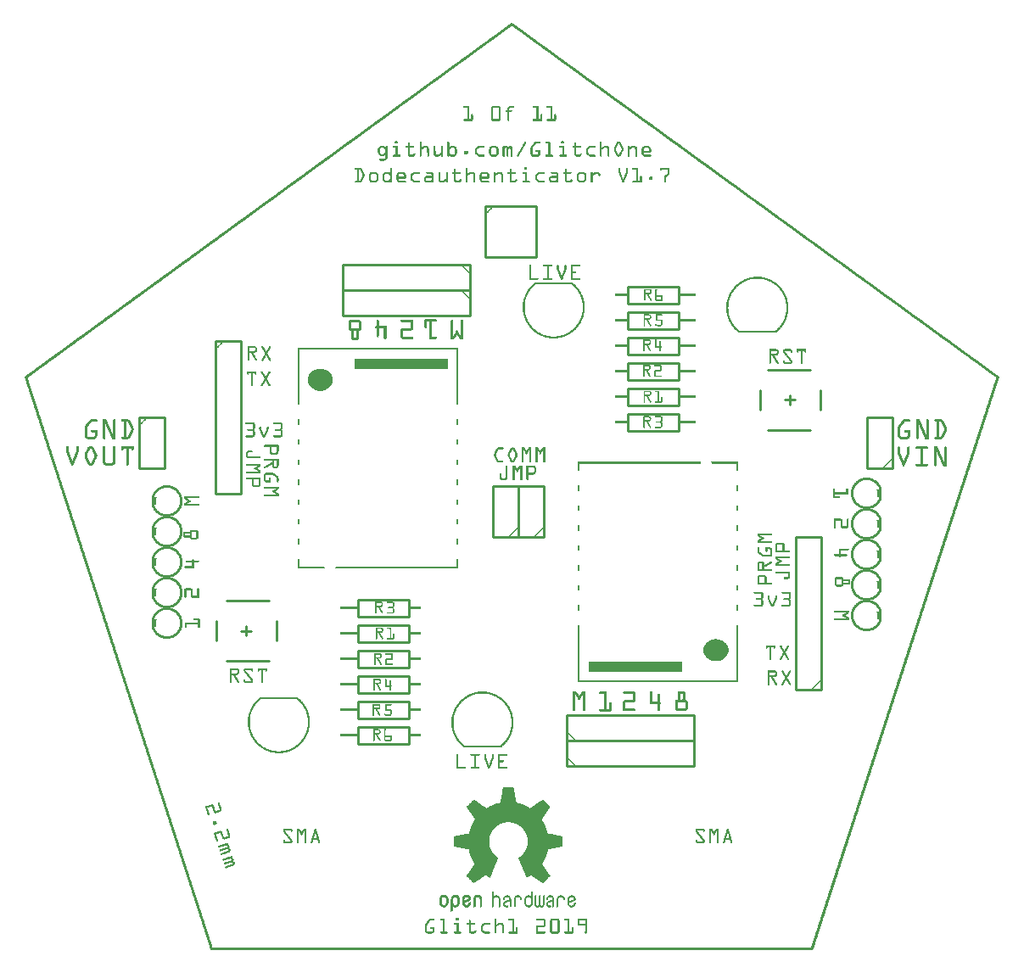
<source format=gto>
G04 MADE WITH FRITZING*
G04 WWW.FRITZING.ORG*
G04 DOUBLE SIDED*
G04 HOLES PLATED*
G04 CONTOUR ON CENTER OF CONTOUR VECTOR*
%ASAXBY*%
%FSLAX23Y23*%
%MOIN*%
%OFA0B0*%
%SFA1.0B1.0*%
%ADD10R,0.369546X0.039343*%
%ADD11C,0.010000*%
%ADD12C,0.007874*%
%ADD13R,0.001000X0.001000*%
%LNSILK1*%
G90*
G70*
G54D10*
X2399Y1114D03*
X1481Y2304D03*
G54D11*
X2571Y2541D02*
X2371Y2541D01*
D02*
X2371Y2541D02*
X2371Y2607D01*
D02*
X2371Y2607D02*
X2571Y2607D01*
D02*
X2571Y2607D02*
X2571Y2541D01*
D02*
X1310Y877D02*
X1510Y877D01*
D02*
X1510Y877D02*
X1510Y811D01*
D02*
X1510Y811D02*
X1310Y811D01*
D02*
X1310Y811D02*
X1310Y877D01*
D02*
X2571Y2441D02*
X2371Y2441D01*
D02*
X2371Y2441D02*
X2371Y2507D01*
D02*
X2371Y2507D02*
X2571Y2507D01*
D02*
X2571Y2507D02*
X2571Y2441D01*
D02*
X1310Y977D02*
X1510Y977D01*
D02*
X1510Y977D02*
X1510Y911D01*
D02*
X1510Y911D02*
X1310Y911D01*
D02*
X1310Y911D02*
X1310Y977D01*
D02*
X2571Y2341D02*
X2371Y2341D01*
D02*
X2371Y2341D02*
X2371Y2407D01*
D02*
X2371Y2407D02*
X2571Y2407D01*
D02*
X2571Y2407D02*
X2571Y2341D01*
D02*
X1310Y1077D02*
X1510Y1077D01*
D02*
X1510Y1077D02*
X1510Y1011D01*
D02*
X1510Y1011D02*
X1310Y1011D01*
D02*
X1310Y1011D02*
X1310Y1077D01*
D02*
X2571Y2241D02*
X2371Y2241D01*
D02*
X2371Y2241D02*
X2371Y2307D01*
D02*
X2371Y2307D02*
X2571Y2307D01*
D02*
X2571Y2307D02*
X2571Y2241D01*
D02*
X1310Y1177D02*
X1510Y1177D01*
D02*
X1510Y1177D02*
X1510Y1111D01*
D02*
X1510Y1111D02*
X1310Y1111D01*
D02*
X1310Y1111D02*
X1310Y1177D01*
D02*
X2571Y2141D02*
X2371Y2141D01*
D02*
X2371Y2141D02*
X2371Y2207D01*
D02*
X2371Y2207D02*
X2571Y2207D01*
D02*
X2571Y2207D02*
X2571Y2141D01*
D02*
X1310Y1277D02*
X1510Y1277D01*
D02*
X1510Y1277D02*
X1510Y1211D01*
D02*
X1510Y1211D02*
X1310Y1211D01*
D02*
X1310Y1211D02*
X1310Y1277D01*
D02*
X2571Y2041D02*
X2371Y2041D01*
D02*
X2371Y2041D02*
X2371Y2107D01*
D02*
X2371Y2107D02*
X2571Y2107D01*
D02*
X2571Y2107D02*
X2571Y2041D01*
D02*
X1310Y1377D02*
X1510Y1377D01*
D02*
X1510Y1377D02*
X1510Y1311D01*
D02*
X1510Y1311D02*
X1310Y1311D01*
D02*
X1310Y1311D02*
X1310Y1377D01*
D02*
X2130Y724D02*
X2630Y724D01*
D02*
X2630Y724D02*
X2630Y824D01*
D02*
X2630Y824D02*
X2130Y824D01*
D02*
X2130Y824D02*
X2130Y724D01*
D02*
X1750Y2694D02*
X1250Y2694D01*
X1250Y2694D02*
X1250Y2594D01*
X1250Y2594D02*
X1750Y2594D01*
X1750Y2594D02*
X1750Y2694D01*
D02*
X2130Y824D02*
X2630Y824D01*
D02*
X2630Y824D02*
X2630Y924D01*
D02*
X2630Y924D02*
X2130Y924D01*
D02*
X2130Y924D02*
X2130Y824D01*
D02*
X1750Y2594D02*
X1250Y2594D01*
X1250Y2594D02*
X1250Y2494D01*
X1250Y2494D02*
X1750Y2494D01*
X1750Y2494D02*
X1750Y2594D01*
D02*
X3130Y1024D02*
X3130Y1624D01*
X3130Y1624D02*
X3030Y1624D01*
X3030Y1624D02*
X3030Y1024D01*
X3030Y1024D02*
X3130Y1024D01*
D02*
X750Y2394D02*
X750Y1794D01*
X750Y1794D02*
X850Y1794D01*
X850Y1794D02*
X850Y2394D01*
X850Y2394D02*
X750Y2394D01*
D02*
X2890Y2123D02*
X2890Y2202D01*
D02*
X3087Y2044D02*
X2920Y2044D01*
D02*
X3087Y2281D02*
X2920Y2281D01*
D02*
X3126Y2123D02*
X3126Y2202D01*
D02*
X3008Y2143D02*
X3008Y2182D01*
D02*
X2988Y2163D02*
X3028Y2163D01*
D02*
X990Y1295D02*
X990Y1216D01*
D02*
X793Y1373D02*
X961Y1373D01*
D02*
X793Y1137D02*
X961Y1137D01*
D02*
X754Y1295D02*
X754Y1216D01*
D02*
X872Y1275D02*
X872Y1236D01*
D02*
X892Y1255D02*
X852Y1255D01*
D02*
X2040Y1624D02*
X2040Y1824D01*
X2040Y1824D02*
X1940Y1824D01*
X1940Y1824D02*
X1940Y1624D01*
X1940Y1624D02*
X2040Y1624D01*
D02*
X1940Y1624D02*
X1940Y1824D01*
X1940Y1824D02*
X1840Y1824D01*
X1840Y1824D02*
X1840Y1624D01*
X1840Y1624D02*
X1940Y1624D01*
D02*
X3410Y1894D02*
X3410Y2094D01*
X3410Y2094D02*
X3310Y2094D01*
X3310Y2094D02*
X3310Y1894D01*
X3310Y1894D02*
X3410Y1894D01*
D02*
X450Y2094D02*
X450Y1894D01*
X450Y1894D02*
X550Y1894D01*
X550Y1894D02*
X550Y2094D01*
X550Y2094D02*
X450Y2094D01*
D02*
X1810Y2924D02*
X1810Y2724D01*
X1810Y2724D02*
X2010Y2724D01*
X2010Y2724D02*
X2010Y2924D01*
X2010Y2924D02*
X1810Y2924D01*
G54D12*
X1070Y990D02*
X929Y990D01*
D02*
X2151Y2620D02*
X2009Y2620D01*
D02*
G54D13*
X1915Y3644D02*
X1915Y3644D01*
X1913Y3643D02*
X1917Y3643D01*
X1912Y3642D02*
X1918Y3642D01*
X1911Y3641D02*
X1919Y3641D01*
X1909Y3640D02*
X1921Y3640D01*
X1908Y3639D02*
X1922Y3639D01*
X1907Y3638D02*
X1923Y3638D01*
X1905Y3637D02*
X1925Y3637D01*
X1904Y3636D02*
X1926Y3636D01*
X1902Y3635D02*
X1928Y3635D01*
X1901Y3634D02*
X1929Y3634D01*
X1900Y3633D02*
X1930Y3633D01*
X1898Y3632D02*
X1932Y3632D01*
X1897Y3631D02*
X1913Y3631D01*
X1917Y3631D02*
X1933Y3631D01*
X1896Y3630D02*
X1912Y3630D01*
X1918Y3630D02*
X1934Y3630D01*
X1894Y3629D02*
X1910Y3629D01*
X1920Y3629D02*
X1936Y3629D01*
X1893Y3628D02*
X1909Y3628D01*
X1921Y3628D02*
X1937Y3628D01*
X1891Y3627D02*
X1908Y3627D01*
X1922Y3627D02*
X1939Y3627D01*
X1890Y3626D02*
X1906Y3626D01*
X1924Y3626D02*
X1940Y3626D01*
X1889Y3625D02*
X1905Y3625D01*
X1925Y3625D02*
X1941Y3625D01*
X1887Y3624D02*
X1904Y3624D01*
X1927Y3624D02*
X1943Y3624D01*
X1886Y3623D02*
X1902Y3623D01*
X1928Y3623D02*
X1944Y3623D01*
X1885Y3622D02*
X1901Y3622D01*
X1929Y3622D02*
X1946Y3622D01*
X1883Y3621D02*
X1899Y3621D01*
X1931Y3621D02*
X1947Y3621D01*
X1882Y3620D02*
X1898Y3620D01*
X1932Y3620D02*
X1948Y3620D01*
X1880Y3619D02*
X1897Y3619D01*
X1933Y3619D02*
X1950Y3619D01*
X1879Y3618D02*
X1895Y3618D01*
X1935Y3618D02*
X1951Y3618D01*
X1878Y3617D02*
X1894Y3617D01*
X1936Y3617D02*
X1952Y3617D01*
X1876Y3616D02*
X1893Y3616D01*
X1938Y3616D02*
X1954Y3616D01*
X1875Y3615D02*
X1891Y3615D01*
X1939Y3615D02*
X1955Y3615D01*
X1874Y3614D02*
X1890Y3614D01*
X1940Y3614D02*
X1957Y3614D01*
X1872Y3613D02*
X1888Y3613D01*
X1942Y3613D02*
X1958Y3613D01*
X1871Y3612D02*
X1887Y3612D01*
X1943Y3612D02*
X1959Y3612D01*
X1869Y3611D02*
X1886Y3611D01*
X1944Y3611D02*
X1961Y3611D01*
X1868Y3610D02*
X1884Y3610D01*
X1946Y3610D02*
X1962Y3610D01*
X1867Y3609D02*
X1883Y3609D01*
X1947Y3609D02*
X1963Y3609D01*
X1865Y3608D02*
X1882Y3608D01*
X1949Y3608D02*
X1965Y3608D01*
X1864Y3607D02*
X1880Y3607D01*
X1950Y3607D02*
X1966Y3607D01*
X1863Y3606D02*
X1879Y3606D01*
X1951Y3606D02*
X1968Y3606D01*
X1861Y3605D02*
X1877Y3605D01*
X1953Y3605D02*
X1969Y3605D01*
X1860Y3604D02*
X1876Y3604D01*
X1954Y3604D02*
X1970Y3604D01*
X1858Y3603D02*
X1875Y3603D01*
X1955Y3603D02*
X1972Y3603D01*
X1857Y3602D02*
X1873Y3602D01*
X1957Y3602D02*
X1973Y3602D01*
X1856Y3601D02*
X1872Y3601D01*
X1958Y3601D02*
X1974Y3601D01*
X1854Y3600D02*
X1871Y3600D01*
X1960Y3600D02*
X1976Y3600D01*
X1853Y3599D02*
X1869Y3599D01*
X1961Y3599D02*
X1977Y3599D01*
X1852Y3598D02*
X1868Y3598D01*
X1962Y3598D02*
X1979Y3598D01*
X1850Y3597D02*
X1866Y3597D01*
X1964Y3597D02*
X1980Y3597D01*
X1849Y3596D02*
X1865Y3596D01*
X1965Y3596D02*
X1981Y3596D01*
X1847Y3595D02*
X1864Y3595D01*
X1966Y3595D02*
X1983Y3595D01*
X1846Y3594D02*
X1862Y3594D01*
X1968Y3594D02*
X1984Y3594D01*
X1845Y3593D02*
X1861Y3593D01*
X1969Y3593D02*
X1985Y3593D01*
X1843Y3592D02*
X1860Y3592D01*
X1971Y3592D02*
X1987Y3592D01*
X1842Y3591D02*
X1858Y3591D01*
X1972Y3591D02*
X1988Y3591D01*
X1840Y3590D02*
X1857Y3590D01*
X1973Y3590D02*
X1990Y3590D01*
X1839Y3589D02*
X1855Y3589D01*
X1975Y3589D02*
X1991Y3589D01*
X1838Y3588D02*
X1854Y3588D01*
X1976Y3588D02*
X1992Y3588D01*
X1836Y3587D02*
X1853Y3587D01*
X1977Y3587D02*
X1994Y3587D01*
X1835Y3586D02*
X1851Y3586D01*
X1979Y3586D02*
X1995Y3586D01*
X1834Y3585D02*
X1850Y3585D01*
X1980Y3585D02*
X1996Y3585D01*
X1832Y3584D02*
X1849Y3584D01*
X1982Y3584D02*
X1998Y3584D01*
X1831Y3583D02*
X1847Y3583D01*
X1983Y3583D02*
X1999Y3583D01*
X1829Y3582D02*
X1846Y3582D01*
X1984Y3582D02*
X2001Y3582D01*
X1828Y3581D02*
X1844Y3581D01*
X1986Y3581D02*
X2002Y3581D01*
X1827Y3580D02*
X1843Y3580D01*
X1987Y3580D02*
X2003Y3580D01*
X1825Y3579D02*
X1842Y3579D01*
X1988Y3579D02*
X2005Y3579D01*
X1824Y3578D02*
X1840Y3578D01*
X1990Y3578D02*
X2006Y3578D01*
X1823Y3577D02*
X1839Y3577D01*
X1991Y3577D02*
X2007Y3577D01*
X1821Y3576D02*
X1838Y3576D01*
X1993Y3576D02*
X2009Y3576D01*
X1820Y3575D02*
X1836Y3575D01*
X1994Y3575D02*
X2010Y3575D01*
X1818Y3574D02*
X1835Y3574D01*
X1995Y3574D02*
X2012Y3574D01*
X1817Y3573D02*
X1833Y3573D01*
X1997Y3573D02*
X2013Y3573D01*
X1816Y3572D02*
X1832Y3572D01*
X1998Y3572D02*
X2014Y3572D01*
X1814Y3571D02*
X1831Y3571D01*
X1999Y3571D02*
X2016Y3571D01*
X1813Y3570D02*
X1829Y3570D01*
X2001Y3570D02*
X2017Y3570D01*
X1812Y3569D02*
X1828Y3569D01*
X2002Y3569D02*
X2018Y3569D01*
X1810Y3568D02*
X1827Y3568D01*
X2004Y3568D02*
X2020Y3568D01*
X1809Y3567D02*
X1825Y3567D01*
X2005Y3567D02*
X2021Y3567D01*
X1807Y3566D02*
X1824Y3566D01*
X2006Y3566D02*
X2023Y3566D01*
X1806Y3565D02*
X1822Y3565D01*
X2008Y3565D02*
X2024Y3565D01*
X1805Y3564D02*
X1821Y3564D01*
X2009Y3564D02*
X2025Y3564D01*
X1803Y3563D02*
X1820Y3563D01*
X2010Y3563D02*
X2027Y3563D01*
X1802Y3562D02*
X1818Y3562D01*
X2012Y3562D02*
X2028Y3562D01*
X1801Y3561D02*
X1817Y3561D01*
X2013Y3561D02*
X2029Y3561D01*
X1799Y3560D02*
X1816Y3560D01*
X2015Y3560D02*
X2031Y3560D01*
X1798Y3559D02*
X1814Y3559D01*
X2016Y3559D02*
X2032Y3559D01*
X1796Y3558D02*
X1813Y3558D01*
X2017Y3558D02*
X2034Y3558D01*
X1795Y3557D02*
X1811Y3557D01*
X2019Y3557D02*
X2035Y3557D01*
X1794Y3556D02*
X1810Y3556D01*
X2020Y3556D02*
X2036Y3556D01*
X1792Y3555D02*
X1809Y3555D01*
X2022Y3555D02*
X2038Y3555D01*
X1791Y3554D02*
X1807Y3554D01*
X2023Y3554D02*
X2039Y3554D01*
X1790Y3553D02*
X1806Y3553D01*
X2024Y3553D02*
X2040Y3553D01*
X1788Y3552D02*
X1804Y3552D01*
X2026Y3552D02*
X2042Y3552D01*
X1787Y3551D02*
X1803Y3551D01*
X2027Y3551D02*
X2043Y3551D01*
X1785Y3550D02*
X1802Y3550D01*
X2028Y3550D02*
X2045Y3550D01*
X1784Y3549D02*
X1800Y3549D01*
X2030Y3549D02*
X2046Y3549D01*
X1783Y3548D02*
X1799Y3548D01*
X2031Y3548D02*
X2047Y3548D01*
X1781Y3547D02*
X1798Y3547D01*
X2033Y3547D02*
X2049Y3547D01*
X1780Y3546D02*
X1796Y3546D01*
X2034Y3546D02*
X2050Y3546D01*
X1779Y3545D02*
X1795Y3545D01*
X2035Y3545D02*
X2052Y3545D01*
X1777Y3544D02*
X1793Y3544D01*
X2037Y3544D02*
X2053Y3544D01*
X1776Y3543D02*
X1792Y3543D01*
X2038Y3543D02*
X2054Y3543D01*
X1774Y3542D02*
X1791Y3542D01*
X2039Y3542D02*
X2056Y3542D01*
X1773Y3541D02*
X1789Y3541D01*
X2041Y3541D02*
X2057Y3541D01*
X1772Y3540D02*
X1788Y3540D01*
X2042Y3540D02*
X2058Y3540D01*
X1770Y3539D02*
X1787Y3539D01*
X2044Y3539D02*
X2060Y3539D01*
X1769Y3538D02*
X1785Y3538D01*
X2045Y3538D02*
X2061Y3538D01*
X1768Y3537D02*
X1784Y3537D01*
X2046Y3537D02*
X2063Y3537D01*
X1766Y3536D02*
X1782Y3536D01*
X2048Y3536D02*
X2064Y3536D01*
X1765Y3535D02*
X1781Y3535D01*
X2049Y3535D02*
X2065Y3535D01*
X1763Y3534D02*
X1780Y3534D01*
X2050Y3534D02*
X2067Y3534D01*
X1762Y3533D02*
X1778Y3533D01*
X2052Y3533D02*
X2068Y3533D01*
X1761Y3532D02*
X1777Y3532D01*
X2053Y3532D02*
X2069Y3532D01*
X1759Y3531D02*
X1776Y3531D01*
X2055Y3531D02*
X2071Y3531D01*
X1758Y3530D02*
X1774Y3530D01*
X2056Y3530D02*
X2072Y3530D01*
X1757Y3529D02*
X1773Y3529D01*
X2057Y3529D02*
X2074Y3529D01*
X1755Y3528D02*
X1771Y3528D01*
X2059Y3528D02*
X2075Y3528D01*
X1754Y3527D02*
X1770Y3527D01*
X2060Y3527D02*
X2076Y3527D01*
X1752Y3526D02*
X1769Y3526D01*
X2061Y3526D02*
X2078Y3526D01*
X1751Y3525D02*
X1767Y3525D01*
X2063Y3525D02*
X2079Y3525D01*
X1750Y3524D02*
X1766Y3524D01*
X2064Y3524D02*
X2080Y3524D01*
X1748Y3523D02*
X1765Y3523D01*
X2066Y3523D02*
X2082Y3523D01*
X1747Y3522D02*
X1763Y3522D01*
X2067Y3522D02*
X2083Y3522D01*
X1746Y3521D02*
X1762Y3521D01*
X2068Y3521D02*
X2085Y3521D01*
X1744Y3520D02*
X1760Y3520D01*
X2070Y3520D02*
X2086Y3520D01*
X1743Y3519D02*
X1759Y3519D01*
X2071Y3519D02*
X2087Y3519D01*
X1741Y3518D02*
X1758Y3518D01*
X2072Y3518D02*
X2089Y3518D01*
X1740Y3517D02*
X1756Y3517D01*
X2074Y3517D02*
X2090Y3517D01*
X1739Y3516D02*
X1755Y3516D01*
X2075Y3516D02*
X2091Y3516D01*
X1737Y3515D02*
X1754Y3515D01*
X2077Y3515D02*
X2093Y3515D01*
X1736Y3514D02*
X1752Y3514D01*
X2078Y3514D02*
X2094Y3514D01*
X1734Y3513D02*
X1751Y3513D01*
X2079Y3513D02*
X2096Y3513D01*
X1733Y3512D02*
X1749Y3512D01*
X2081Y3512D02*
X2097Y3512D01*
X1732Y3511D02*
X1748Y3511D01*
X2082Y3511D02*
X2098Y3511D01*
X1730Y3510D02*
X1747Y3510D01*
X2083Y3510D02*
X2100Y3510D01*
X1729Y3509D02*
X1745Y3509D01*
X2085Y3509D02*
X2101Y3509D01*
X1728Y3508D02*
X1744Y3508D01*
X2086Y3508D02*
X2102Y3508D01*
X1726Y3507D02*
X1743Y3507D01*
X2088Y3507D02*
X2104Y3507D01*
X1725Y3506D02*
X1741Y3506D01*
X2089Y3506D02*
X2105Y3506D01*
X1723Y3505D02*
X1740Y3505D01*
X2090Y3505D02*
X2107Y3505D01*
X1722Y3504D02*
X1738Y3504D01*
X2092Y3504D02*
X2108Y3504D01*
X1721Y3503D02*
X1737Y3503D01*
X2093Y3503D02*
X2109Y3503D01*
X1719Y3502D02*
X1736Y3502D01*
X2094Y3502D02*
X2111Y3502D01*
X1718Y3501D02*
X1734Y3501D01*
X2096Y3501D02*
X2112Y3501D01*
X1717Y3500D02*
X1733Y3500D01*
X2097Y3500D02*
X2113Y3500D01*
X1715Y3499D02*
X1732Y3499D01*
X2099Y3499D02*
X2115Y3499D01*
X1714Y3498D02*
X1730Y3498D01*
X2100Y3498D02*
X2116Y3498D01*
X1712Y3497D02*
X1729Y3497D01*
X2101Y3497D02*
X2118Y3497D01*
X1711Y3496D02*
X1727Y3496D01*
X2103Y3496D02*
X2119Y3496D01*
X1710Y3495D02*
X1726Y3495D01*
X2104Y3495D02*
X2120Y3495D01*
X1708Y3494D02*
X1725Y3494D01*
X2106Y3494D02*
X2122Y3494D01*
X1707Y3493D02*
X1723Y3493D01*
X2107Y3493D02*
X2123Y3493D01*
X1706Y3492D02*
X1722Y3492D01*
X2108Y3492D02*
X2124Y3492D01*
X1704Y3491D02*
X1721Y3491D01*
X2110Y3491D02*
X2126Y3491D01*
X1703Y3490D02*
X1719Y3490D01*
X2111Y3490D02*
X2127Y3490D01*
X1701Y3489D02*
X1718Y3489D01*
X2112Y3489D02*
X2129Y3489D01*
X1700Y3488D02*
X1716Y3488D01*
X2114Y3488D02*
X2130Y3488D01*
X1699Y3487D02*
X1715Y3487D01*
X2115Y3487D02*
X2131Y3487D01*
X1697Y3486D02*
X1714Y3486D01*
X2117Y3486D02*
X2133Y3486D01*
X1696Y3485D02*
X1712Y3485D01*
X2118Y3485D02*
X2134Y3485D01*
X1695Y3484D02*
X1711Y3484D01*
X2119Y3484D02*
X2135Y3484D01*
X1693Y3483D02*
X1710Y3483D01*
X2121Y3483D02*
X2137Y3483D01*
X1692Y3482D02*
X1708Y3482D01*
X2122Y3482D02*
X2138Y3482D01*
X1690Y3481D02*
X1707Y3481D01*
X2123Y3481D02*
X2140Y3481D01*
X1689Y3480D02*
X1705Y3480D01*
X2125Y3480D02*
X2141Y3480D01*
X1688Y3479D02*
X1704Y3479D01*
X2126Y3479D02*
X2142Y3479D01*
X1686Y3478D02*
X1703Y3478D01*
X2128Y3478D02*
X2144Y3478D01*
X1685Y3477D02*
X1701Y3477D01*
X2129Y3477D02*
X2145Y3477D01*
X1684Y3476D02*
X1700Y3476D01*
X2130Y3476D02*
X2146Y3476D01*
X1682Y3475D02*
X1699Y3475D01*
X2132Y3475D02*
X2148Y3475D01*
X1681Y3474D02*
X1697Y3474D01*
X2133Y3474D02*
X2149Y3474D01*
X1679Y3473D02*
X1696Y3473D01*
X2134Y3473D02*
X2151Y3473D01*
X1678Y3472D02*
X1694Y3472D01*
X2136Y3472D02*
X2152Y3472D01*
X1677Y3471D02*
X1693Y3471D01*
X2137Y3471D02*
X2153Y3471D01*
X1675Y3470D02*
X1692Y3470D01*
X2139Y3470D02*
X2155Y3470D01*
X1674Y3469D02*
X1690Y3469D01*
X2140Y3469D02*
X2156Y3469D01*
X1673Y3468D02*
X1689Y3468D01*
X2141Y3468D02*
X2158Y3468D01*
X1671Y3467D02*
X1688Y3467D01*
X2143Y3467D02*
X2159Y3467D01*
X1670Y3466D02*
X1686Y3466D01*
X2144Y3466D02*
X2160Y3466D01*
X1668Y3465D02*
X1685Y3465D01*
X2145Y3465D02*
X2162Y3465D01*
X1667Y3464D02*
X1683Y3464D01*
X2147Y3464D02*
X2163Y3464D01*
X1666Y3463D02*
X1682Y3463D01*
X2148Y3463D02*
X2164Y3463D01*
X1664Y3462D02*
X1681Y3462D01*
X2150Y3462D02*
X2166Y3462D01*
X1663Y3461D02*
X1679Y3461D01*
X2151Y3461D02*
X2167Y3461D01*
X1662Y3460D02*
X1678Y3460D01*
X2152Y3460D02*
X2169Y3460D01*
X1660Y3459D02*
X1677Y3459D01*
X2154Y3459D02*
X2170Y3459D01*
X1659Y3458D02*
X1675Y3458D01*
X2155Y3458D02*
X2171Y3458D01*
X1657Y3457D02*
X1674Y3457D01*
X2156Y3457D02*
X2173Y3457D01*
X1656Y3456D02*
X1672Y3456D01*
X2158Y3456D02*
X2174Y3456D01*
X1655Y3455D02*
X1671Y3455D01*
X2159Y3455D02*
X2175Y3455D01*
X1653Y3454D02*
X1670Y3454D01*
X2161Y3454D02*
X2177Y3454D01*
X1652Y3453D02*
X1668Y3453D01*
X2162Y3453D02*
X2178Y3453D01*
X1651Y3452D02*
X1667Y3452D01*
X2163Y3452D02*
X2180Y3452D01*
X1649Y3451D02*
X1666Y3451D01*
X2165Y3451D02*
X2181Y3451D01*
X1648Y3450D02*
X1664Y3450D01*
X2166Y3450D02*
X2182Y3450D01*
X1646Y3449D02*
X1663Y3449D01*
X2167Y3449D02*
X2184Y3449D01*
X1645Y3448D02*
X1661Y3448D01*
X2169Y3448D02*
X2185Y3448D01*
X1644Y3447D02*
X1660Y3447D01*
X2170Y3447D02*
X2186Y3447D01*
X1642Y3446D02*
X1659Y3446D01*
X2172Y3446D02*
X2188Y3446D01*
X1641Y3445D02*
X1657Y3445D01*
X2173Y3445D02*
X2189Y3445D01*
X1640Y3444D02*
X1656Y3444D01*
X2174Y3444D02*
X2191Y3444D01*
X1638Y3443D02*
X1655Y3443D01*
X2176Y3443D02*
X2192Y3443D01*
X1637Y3442D02*
X1653Y3442D01*
X2177Y3442D02*
X2193Y3442D01*
X1635Y3441D02*
X1652Y3441D01*
X2178Y3441D02*
X2195Y3441D01*
X1634Y3440D02*
X1650Y3440D01*
X2180Y3440D02*
X2196Y3440D01*
X1633Y3439D02*
X1649Y3439D01*
X2181Y3439D02*
X2197Y3439D01*
X1631Y3438D02*
X1648Y3438D01*
X2183Y3438D02*
X2199Y3438D01*
X1630Y3437D02*
X1646Y3437D01*
X2184Y3437D02*
X2200Y3437D01*
X1628Y3436D02*
X1645Y3436D01*
X2185Y3436D02*
X2202Y3436D01*
X1627Y3435D02*
X1644Y3435D01*
X2187Y3435D02*
X2203Y3435D01*
X1626Y3434D02*
X1642Y3434D01*
X2188Y3434D02*
X2204Y3434D01*
X1624Y3433D02*
X1641Y3433D01*
X2189Y3433D02*
X2206Y3433D01*
X1623Y3432D02*
X1639Y3432D01*
X2191Y3432D02*
X2207Y3432D01*
X1622Y3431D02*
X1638Y3431D01*
X2192Y3431D02*
X2208Y3431D01*
X1620Y3430D02*
X1637Y3430D01*
X2194Y3430D02*
X2210Y3430D01*
X1619Y3429D02*
X1635Y3429D01*
X2195Y3429D02*
X2211Y3429D01*
X1617Y3428D02*
X1634Y3428D01*
X2196Y3428D02*
X2213Y3428D01*
X1616Y3427D02*
X1633Y3427D01*
X2198Y3427D02*
X2214Y3427D01*
X1615Y3426D02*
X1631Y3426D01*
X2199Y3426D02*
X2215Y3426D01*
X1613Y3425D02*
X1630Y3425D01*
X2201Y3425D02*
X2217Y3425D01*
X1612Y3424D02*
X1628Y3424D01*
X2202Y3424D02*
X2218Y3424D01*
X1611Y3423D02*
X1627Y3423D01*
X2203Y3423D02*
X2219Y3423D01*
X1609Y3422D02*
X1626Y3422D01*
X2205Y3422D02*
X2221Y3422D01*
X1608Y3421D02*
X1624Y3421D01*
X2206Y3421D02*
X2222Y3421D01*
X1606Y3420D02*
X1623Y3420D01*
X2207Y3420D02*
X2224Y3420D01*
X1605Y3419D02*
X1622Y3419D01*
X2209Y3419D02*
X2225Y3419D01*
X1604Y3418D02*
X1620Y3418D01*
X2210Y3418D02*
X2226Y3418D01*
X1602Y3417D02*
X1619Y3417D01*
X2212Y3417D02*
X2228Y3417D01*
X1601Y3416D02*
X1617Y3416D01*
X2213Y3416D02*
X2229Y3416D01*
X1600Y3415D02*
X1616Y3415D01*
X2214Y3415D02*
X2230Y3415D01*
X1598Y3414D02*
X1615Y3414D01*
X2216Y3414D02*
X2232Y3414D01*
X1597Y3413D02*
X1613Y3413D01*
X2217Y3413D02*
X2233Y3413D01*
X1595Y3412D02*
X1612Y3412D01*
X2218Y3412D02*
X2235Y3412D01*
X1594Y3411D02*
X1610Y3411D01*
X2220Y3411D02*
X2236Y3411D01*
X1593Y3410D02*
X1609Y3410D01*
X2221Y3410D02*
X2237Y3410D01*
X1591Y3409D02*
X1608Y3409D01*
X2223Y3409D02*
X2239Y3409D01*
X1590Y3408D02*
X1606Y3408D01*
X2224Y3408D02*
X2240Y3408D01*
X1589Y3407D02*
X1605Y3407D01*
X2225Y3407D02*
X2241Y3407D01*
X1587Y3406D02*
X1604Y3406D01*
X2227Y3406D02*
X2243Y3406D01*
X1586Y3405D02*
X1602Y3405D01*
X2228Y3405D02*
X2244Y3405D01*
X1584Y3404D02*
X1601Y3404D01*
X2229Y3404D02*
X2246Y3404D01*
X1583Y3403D02*
X1599Y3403D01*
X2231Y3403D02*
X2247Y3403D01*
X1582Y3402D02*
X1598Y3402D01*
X2232Y3402D02*
X2248Y3402D01*
X1580Y3401D02*
X1597Y3401D01*
X2234Y3401D02*
X2250Y3401D01*
X1579Y3400D02*
X1595Y3400D01*
X2235Y3400D02*
X2251Y3400D01*
X1578Y3399D02*
X1594Y3399D01*
X2236Y3399D02*
X2253Y3399D01*
X1576Y3398D02*
X1593Y3398D01*
X2238Y3398D02*
X2254Y3398D01*
X1575Y3397D02*
X1591Y3397D01*
X2239Y3397D02*
X2255Y3397D01*
X1573Y3396D02*
X1590Y3396D01*
X2240Y3396D02*
X2257Y3396D01*
X1572Y3395D02*
X1588Y3395D01*
X2242Y3395D02*
X2258Y3395D01*
X1571Y3394D02*
X1587Y3394D01*
X2243Y3394D02*
X2259Y3394D01*
X1569Y3393D02*
X1586Y3393D01*
X2245Y3393D02*
X2261Y3393D01*
X1568Y3392D02*
X1584Y3392D01*
X2246Y3392D02*
X2262Y3392D01*
X1567Y3391D02*
X1583Y3391D01*
X2247Y3391D02*
X2264Y3391D01*
X1565Y3390D02*
X1582Y3390D01*
X2249Y3390D02*
X2265Y3390D01*
X1564Y3389D02*
X1580Y3389D01*
X2250Y3389D02*
X2266Y3389D01*
X1562Y3388D02*
X1579Y3388D01*
X2251Y3388D02*
X2268Y3388D01*
X1561Y3387D02*
X1577Y3387D01*
X2253Y3387D02*
X2269Y3387D01*
X1560Y3386D02*
X1576Y3386D01*
X2254Y3386D02*
X2270Y3386D01*
X1558Y3385D02*
X1575Y3385D01*
X2256Y3385D02*
X2272Y3385D01*
X1557Y3384D02*
X1573Y3384D01*
X2257Y3384D02*
X2273Y3384D01*
X1556Y3383D02*
X1572Y3383D01*
X2258Y3383D02*
X2275Y3383D01*
X1554Y3382D02*
X1571Y3382D01*
X2260Y3382D02*
X2276Y3382D01*
X1553Y3381D02*
X1569Y3381D01*
X2261Y3381D02*
X2277Y3381D01*
X1551Y3380D02*
X1568Y3380D01*
X2262Y3380D02*
X2279Y3380D01*
X1550Y3379D02*
X1566Y3379D01*
X2264Y3379D02*
X2280Y3379D01*
X1549Y3378D02*
X1565Y3378D01*
X2265Y3378D02*
X2281Y3378D01*
X1547Y3377D02*
X1564Y3377D01*
X2267Y3377D02*
X2283Y3377D01*
X1546Y3376D02*
X1562Y3376D01*
X2268Y3376D02*
X2284Y3376D01*
X1545Y3375D02*
X1561Y3375D01*
X2269Y3375D02*
X2286Y3375D01*
X1543Y3374D02*
X1560Y3374D01*
X2271Y3374D02*
X2287Y3374D01*
X1542Y3373D02*
X1558Y3373D01*
X2272Y3373D02*
X2288Y3373D01*
X1540Y3372D02*
X1557Y3372D01*
X2273Y3372D02*
X2290Y3372D01*
X1539Y3371D02*
X1555Y3371D01*
X2275Y3371D02*
X2291Y3371D01*
X1538Y3370D02*
X1554Y3370D01*
X2276Y3370D02*
X2292Y3370D01*
X1536Y3369D02*
X1553Y3369D01*
X2278Y3369D02*
X2294Y3369D01*
X1535Y3368D02*
X1551Y3368D01*
X2279Y3368D02*
X2295Y3368D01*
X1534Y3367D02*
X1550Y3367D01*
X2280Y3367D02*
X2297Y3367D01*
X1532Y3366D02*
X1549Y3366D01*
X2282Y3366D02*
X2298Y3366D01*
X1531Y3365D02*
X1547Y3365D01*
X2283Y3365D02*
X2299Y3365D01*
X1529Y3364D02*
X1546Y3364D01*
X2285Y3364D02*
X2301Y3364D01*
X1528Y3363D02*
X1544Y3363D01*
X2286Y3363D02*
X2302Y3363D01*
X1527Y3362D02*
X1543Y3362D01*
X2287Y3362D02*
X2303Y3362D01*
X1525Y3361D02*
X1542Y3361D01*
X2289Y3361D02*
X2305Y3361D01*
X1524Y3360D02*
X1540Y3360D01*
X2290Y3360D02*
X2306Y3360D01*
X1522Y3359D02*
X1539Y3359D01*
X2291Y3359D02*
X2308Y3359D01*
X1521Y3358D02*
X1538Y3358D01*
X2293Y3358D02*
X2309Y3358D01*
X1520Y3357D02*
X1536Y3357D01*
X2294Y3357D02*
X2310Y3357D01*
X1518Y3356D02*
X1535Y3356D01*
X2296Y3356D02*
X2312Y3356D01*
X1517Y3355D02*
X1533Y3355D01*
X2297Y3355D02*
X2313Y3355D01*
X1516Y3354D02*
X1532Y3354D01*
X2298Y3354D02*
X2314Y3354D01*
X1514Y3353D02*
X1531Y3353D01*
X2300Y3353D02*
X2316Y3353D01*
X1513Y3352D02*
X1529Y3352D01*
X2301Y3352D02*
X2317Y3352D01*
X1511Y3351D02*
X1528Y3351D01*
X2302Y3351D02*
X2319Y3351D01*
X1510Y3350D02*
X1527Y3350D01*
X2304Y3350D02*
X2320Y3350D01*
X1509Y3349D02*
X1525Y3349D01*
X2305Y3349D02*
X2321Y3349D01*
X1507Y3348D02*
X1524Y3348D01*
X2307Y3348D02*
X2323Y3348D01*
X1506Y3347D02*
X1522Y3347D01*
X2308Y3347D02*
X2324Y3347D01*
X1505Y3346D02*
X1521Y3346D01*
X2309Y3346D02*
X2325Y3346D01*
X1503Y3345D02*
X1520Y3345D01*
X2311Y3345D02*
X2327Y3345D01*
X1502Y3344D02*
X1518Y3344D01*
X2312Y3344D02*
X2328Y3344D01*
X1500Y3343D02*
X1517Y3343D01*
X2313Y3343D02*
X2330Y3343D01*
X1499Y3342D02*
X1516Y3342D01*
X2315Y3342D02*
X2331Y3342D01*
X1498Y3341D02*
X1514Y3341D01*
X2316Y3341D02*
X2332Y3341D01*
X1496Y3340D02*
X1513Y3340D01*
X2318Y3340D02*
X2334Y3340D01*
X1495Y3339D02*
X1511Y3339D01*
X2319Y3339D02*
X2335Y3339D01*
X1494Y3338D02*
X1510Y3338D01*
X2320Y3338D02*
X2336Y3338D01*
X1492Y3337D02*
X1509Y3337D01*
X2322Y3337D02*
X2338Y3337D01*
X1491Y3336D02*
X1507Y3336D01*
X2323Y3336D02*
X2339Y3336D01*
X1489Y3335D02*
X1506Y3335D01*
X2324Y3335D02*
X2341Y3335D01*
X1488Y3334D02*
X1505Y3334D01*
X2326Y3334D02*
X2342Y3334D01*
X1487Y3333D02*
X1503Y3333D01*
X2327Y3333D02*
X2343Y3333D01*
X1485Y3332D02*
X1502Y3332D01*
X2329Y3332D02*
X2345Y3332D01*
X1484Y3331D02*
X1500Y3331D01*
X2330Y3331D02*
X2346Y3331D01*
X1483Y3330D02*
X1499Y3330D01*
X2331Y3330D02*
X2347Y3330D01*
X1481Y3329D02*
X1498Y3329D01*
X2333Y3329D02*
X2349Y3329D01*
X1480Y3328D02*
X1496Y3328D01*
X2334Y3328D02*
X2350Y3328D01*
X1478Y3327D02*
X1495Y3327D01*
X2335Y3327D02*
X2352Y3327D01*
X1477Y3326D02*
X1494Y3326D01*
X2337Y3326D02*
X2353Y3326D01*
X1476Y3325D02*
X1492Y3325D01*
X2338Y3325D02*
X2354Y3325D01*
X1474Y3324D02*
X1491Y3324D01*
X2340Y3324D02*
X2356Y3324D01*
X1473Y3323D02*
X1489Y3323D01*
X2341Y3323D02*
X2357Y3323D01*
X1472Y3322D02*
X1488Y3322D01*
X2342Y3322D02*
X2359Y3322D01*
X1470Y3321D02*
X1487Y3321D01*
X2344Y3321D02*
X2360Y3321D01*
X1469Y3320D02*
X1485Y3320D01*
X2345Y3320D02*
X2361Y3320D01*
X1467Y3319D02*
X1484Y3319D01*
X2346Y3319D02*
X2363Y3319D01*
X1466Y3318D02*
X1483Y3318D01*
X2348Y3318D02*
X2364Y3318D01*
X1465Y3317D02*
X1481Y3317D01*
X1727Y3317D02*
X1746Y3317D01*
X1839Y3317D02*
X1865Y3317D01*
X1907Y3317D02*
X1921Y3317D01*
X1999Y3317D02*
X2019Y3317D01*
X2054Y3317D02*
X2073Y3317D01*
X2349Y3317D02*
X2365Y3317D01*
X1463Y3316D02*
X1480Y3316D01*
X1726Y3316D02*
X1746Y3316D01*
X1837Y3316D02*
X1867Y3316D01*
X1905Y3316D02*
X1922Y3316D01*
X1998Y3316D02*
X2019Y3316D01*
X2053Y3316D02*
X2073Y3316D01*
X2351Y3316D02*
X2367Y3316D01*
X1462Y3315D02*
X1478Y3315D01*
X1725Y3315D02*
X1746Y3315D01*
X1836Y3315D02*
X1868Y3315D01*
X1903Y3315D02*
X1923Y3315D01*
X1998Y3315D02*
X2019Y3315D01*
X2052Y3315D02*
X2073Y3315D01*
X2352Y3315D02*
X2368Y3315D01*
X1461Y3314D02*
X1477Y3314D01*
X1725Y3314D02*
X1746Y3314D01*
X1835Y3314D02*
X1869Y3314D01*
X1902Y3314D02*
X1923Y3314D01*
X1997Y3314D02*
X2019Y3314D01*
X2052Y3314D02*
X2073Y3314D01*
X2353Y3314D02*
X2370Y3314D01*
X1459Y3313D02*
X1476Y3313D01*
X1725Y3313D02*
X1746Y3313D01*
X1835Y3313D02*
X1870Y3313D01*
X1901Y3313D02*
X1923Y3313D01*
X1997Y3313D02*
X2019Y3313D01*
X2052Y3313D02*
X2073Y3313D01*
X2355Y3313D02*
X2371Y3313D01*
X1458Y3312D02*
X1474Y3312D01*
X1725Y3312D02*
X1746Y3312D01*
X1834Y3312D02*
X1870Y3312D01*
X1900Y3312D02*
X1923Y3312D01*
X1998Y3312D02*
X2019Y3312D01*
X2052Y3312D02*
X2073Y3312D01*
X2356Y3312D02*
X2372Y3312D01*
X1456Y3311D02*
X1473Y3311D01*
X1726Y3311D02*
X1746Y3311D01*
X1834Y3311D02*
X1870Y3311D01*
X1900Y3311D02*
X1922Y3311D01*
X1999Y3311D02*
X2019Y3311D01*
X2053Y3311D02*
X2073Y3311D01*
X2357Y3311D02*
X2374Y3311D01*
X1455Y3310D02*
X1472Y3310D01*
X1728Y3310D02*
X1746Y3310D01*
X1834Y3310D02*
X1870Y3310D01*
X1899Y3310D02*
X1920Y3310D01*
X2000Y3310D02*
X2019Y3310D01*
X2055Y3310D02*
X2073Y3310D01*
X2359Y3310D02*
X2375Y3310D01*
X1454Y3309D02*
X1470Y3309D01*
X1740Y3309D02*
X1746Y3309D01*
X1834Y3309D02*
X1840Y3309D01*
X1864Y3309D02*
X1871Y3309D01*
X1899Y3309D02*
X1907Y3309D01*
X2012Y3309D02*
X2019Y3309D01*
X2067Y3309D02*
X2073Y3309D01*
X2360Y3309D02*
X2376Y3309D01*
X1452Y3308D02*
X1469Y3308D01*
X1740Y3308D02*
X1746Y3308D01*
X1834Y3308D02*
X1840Y3308D01*
X1864Y3308D02*
X1871Y3308D01*
X1898Y3308D02*
X1906Y3308D01*
X2012Y3308D02*
X2019Y3308D01*
X2067Y3308D02*
X2073Y3308D01*
X2362Y3308D02*
X2378Y3308D01*
X1451Y3307D02*
X1467Y3307D01*
X1740Y3307D02*
X1746Y3307D01*
X1834Y3307D02*
X1840Y3307D01*
X1864Y3307D02*
X1871Y3307D01*
X1898Y3307D02*
X1905Y3307D01*
X2012Y3307D02*
X2019Y3307D01*
X2067Y3307D02*
X2073Y3307D01*
X2363Y3307D02*
X2379Y3307D01*
X1450Y3306D02*
X1466Y3306D01*
X1740Y3306D02*
X1746Y3306D01*
X1834Y3306D02*
X1840Y3306D01*
X1864Y3306D02*
X1871Y3306D01*
X1898Y3306D02*
X1905Y3306D01*
X2012Y3306D02*
X2019Y3306D01*
X2067Y3306D02*
X2073Y3306D01*
X2364Y3306D02*
X2381Y3306D01*
X1448Y3305D02*
X1465Y3305D01*
X1740Y3305D02*
X1746Y3305D01*
X1834Y3305D02*
X1840Y3305D01*
X1864Y3305D02*
X1871Y3305D01*
X1898Y3305D02*
X1904Y3305D01*
X2012Y3305D02*
X2019Y3305D01*
X2067Y3305D02*
X2073Y3305D01*
X2366Y3305D02*
X2382Y3305D01*
X1447Y3304D02*
X1463Y3304D01*
X1740Y3304D02*
X1746Y3304D01*
X1834Y3304D02*
X1840Y3304D01*
X1864Y3304D02*
X1871Y3304D01*
X1898Y3304D02*
X1904Y3304D01*
X2012Y3304D02*
X2019Y3304D01*
X2067Y3304D02*
X2073Y3304D01*
X2367Y3304D02*
X2383Y3304D01*
X1445Y3303D02*
X1462Y3303D01*
X1740Y3303D02*
X1746Y3303D01*
X1834Y3303D02*
X1840Y3303D01*
X1864Y3303D02*
X1871Y3303D01*
X1898Y3303D02*
X1904Y3303D01*
X2012Y3303D02*
X2019Y3303D01*
X2067Y3303D02*
X2073Y3303D01*
X2369Y3303D02*
X2385Y3303D01*
X1444Y3302D02*
X1461Y3302D01*
X1740Y3302D02*
X1746Y3302D01*
X1834Y3302D02*
X1840Y3302D01*
X1864Y3302D02*
X1871Y3302D01*
X1898Y3302D02*
X1904Y3302D01*
X2012Y3302D02*
X2019Y3302D01*
X2067Y3302D02*
X2073Y3302D01*
X2370Y3302D02*
X2386Y3302D01*
X1443Y3301D02*
X1459Y3301D01*
X1740Y3301D02*
X1746Y3301D01*
X1834Y3301D02*
X1840Y3301D01*
X1864Y3301D02*
X1871Y3301D01*
X1892Y3301D02*
X1913Y3301D01*
X2012Y3301D02*
X2019Y3301D01*
X2067Y3301D02*
X2073Y3301D01*
X2371Y3301D02*
X2387Y3301D01*
X1441Y3300D02*
X1458Y3300D01*
X1740Y3300D02*
X1746Y3300D01*
X1834Y3300D02*
X1840Y3300D01*
X1864Y3300D02*
X1871Y3300D01*
X1891Y3300D02*
X1915Y3300D01*
X2012Y3300D02*
X2019Y3300D01*
X2067Y3300D02*
X2073Y3300D01*
X2373Y3300D02*
X2389Y3300D01*
X1440Y3299D02*
X1456Y3299D01*
X1740Y3299D02*
X1746Y3299D01*
X1834Y3299D02*
X1840Y3299D01*
X1864Y3299D02*
X1871Y3299D01*
X1890Y3299D02*
X1915Y3299D01*
X2012Y3299D02*
X2019Y3299D01*
X2067Y3299D02*
X2073Y3299D01*
X2374Y3299D02*
X2390Y3299D01*
X1439Y3298D02*
X1455Y3298D01*
X1740Y3298D02*
X1746Y3298D01*
X1834Y3298D02*
X1840Y3298D01*
X1864Y3298D02*
X1871Y3298D01*
X1890Y3298D02*
X1915Y3298D01*
X2012Y3298D02*
X2019Y3298D01*
X2067Y3298D02*
X2073Y3298D01*
X2375Y3298D02*
X2392Y3298D01*
X1437Y3297D02*
X1454Y3297D01*
X1740Y3297D02*
X1746Y3297D01*
X1834Y3297D02*
X1840Y3297D01*
X1864Y3297D02*
X1871Y3297D01*
X1890Y3297D02*
X1915Y3297D01*
X2012Y3297D02*
X2019Y3297D01*
X2067Y3297D02*
X2073Y3297D01*
X2377Y3297D02*
X2393Y3297D01*
X1436Y3296D02*
X1452Y3296D01*
X1740Y3296D02*
X1746Y3296D01*
X1834Y3296D02*
X1840Y3296D01*
X1864Y3296D02*
X1871Y3296D01*
X1891Y3296D02*
X1915Y3296D01*
X2012Y3296D02*
X2019Y3296D01*
X2067Y3296D02*
X2073Y3296D01*
X2378Y3296D02*
X2394Y3296D01*
X1434Y3295D02*
X1451Y3295D01*
X1740Y3295D02*
X1746Y3295D01*
X1834Y3295D02*
X1840Y3295D01*
X1864Y3295D02*
X1871Y3295D01*
X1891Y3295D02*
X1914Y3295D01*
X2012Y3295D02*
X2019Y3295D01*
X2067Y3295D02*
X2073Y3295D01*
X2380Y3295D02*
X2396Y3295D01*
X1433Y3294D02*
X1450Y3294D01*
X1740Y3294D02*
X1746Y3294D01*
X1834Y3294D02*
X1840Y3294D01*
X1864Y3294D02*
X1871Y3294D01*
X1893Y3294D02*
X1913Y3294D01*
X2012Y3294D02*
X2019Y3294D01*
X2067Y3294D02*
X2073Y3294D01*
X2381Y3294D02*
X2397Y3294D01*
X1432Y3293D02*
X1448Y3293D01*
X1740Y3293D02*
X1746Y3293D01*
X1834Y3293D02*
X1840Y3293D01*
X1864Y3293D02*
X1871Y3293D01*
X1898Y3293D02*
X1904Y3293D01*
X2012Y3293D02*
X2019Y3293D01*
X2067Y3293D02*
X2073Y3293D01*
X2382Y3293D02*
X2398Y3293D01*
X1430Y3292D02*
X1447Y3292D01*
X1740Y3292D02*
X1746Y3292D01*
X1834Y3292D02*
X1840Y3292D01*
X1864Y3292D02*
X1871Y3292D01*
X1898Y3292D02*
X1904Y3292D01*
X2012Y3292D02*
X2019Y3292D01*
X2067Y3292D02*
X2073Y3292D01*
X2384Y3292D02*
X2400Y3292D01*
X1429Y3291D02*
X1445Y3291D01*
X1740Y3291D02*
X1746Y3291D01*
X1834Y3291D02*
X1840Y3291D01*
X1864Y3291D02*
X1871Y3291D01*
X1898Y3291D02*
X1904Y3291D01*
X2012Y3291D02*
X2019Y3291D01*
X2067Y3291D02*
X2073Y3291D01*
X2385Y3291D02*
X2401Y3291D01*
X1427Y3290D02*
X1444Y3290D01*
X1740Y3290D02*
X1746Y3290D01*
X1834Y3290D02*
X1840Y3290D01*
X1864Y3290D02*
X1871Y3290D01*
X1898Y3290D02*
X1904Y3290D01*
X2012Y3290D02*
X2019Y3290D01*
X2067Y3290D02*
X2073Y3290D01*
X2386Y3290D02*
X2403Y3290D01*
X1426Y3289D02*
X1443Y3289D01*
X1740Y3289D02*
X1746Y3289D01*
X1834Y3289D02*
X1840Y3289D01*
X1864Y3289D02*
X1871Y3289D01*
X1898Y3289D02*
X1904Y3289D01*
X2012Y3289D02*
X2019Y3289D01*
X2067Y3289D02*
X2073Y3289D01*
X2388Y3289D02*
X2404Y3289D01*
X1425Y3288D02*
X1441Y3288D01*
X1740Y3288D02*
X1746Y3288D01*
X1834Y3288D02*
X1840Y3288D01*
X1864Y3288D02*
X1871Y3288D01*
X1898Y3288D02*
X1904Y3288D01*
X2012Y3288D02*
X2019Y3288D01*
X2067Y3288D02*
X2073Y3288D01*
X2389Y3288D02*
X2405Y3288D01*
X1423Y3287D02*
X1440Y3287D01*
X1740Y3287D02*
X1746Y3287D01*
X1834Y3287D02*
X1840Y3287D01*
X1864Y3287D02*
X1871Y3287D01*
X1898Y3287D02*
X1904Y3287D01*
X2012Y3287D02*
X2019Y3287D01*
X2067Y3287D02*
X2073Y3287D01*
X2391Y3287D02*
X2407Y3287D01*
X1422Y3286D02*
X1439Y3286D01*
X1740Y3286D02*
X1746Y3286D01*
X1834Y3286D02*
X1840Y3286D01*
X1864Y3286D02*
X1871Y3286D01*
X1898Y3286D02*
X1904Y3286D01*
X2012Y3286D02*
X2019Y3286D01*
X2067Y3286D02*
X2073Y3286D01*
X2392Y3286D02*
X2408Y3286D01*
X1421Y3285D02*
X1437Y3285D01*
X1740Y3285D02*
X1746Y3285D01*
X1757Y3285D02*
X1759Y3285D01*
X1834Y3285D02*
X1840Y3285D01*
X1864Y3285D02*
X1871Y3285D01*
X1898Y3285D02*
X1904Y3285D01*
X2012Y3285D02*
X2019Y3285D01*
X2030Y3285D02*
X2032Y3285D01*
X2067Y3285D02*
X2073Y3285D01*
X2084Y3285D02*
X2086Y3285D01*
X2393Y3285D02*
X2409Y3285D01*
X1419Y3284D02*
X1436Y3284D01*
X1740Y3284D02*
X1746Y3284D01*
X1756Y3284D02*
X1761Y3284D01*
X1834Y3284D02*
X1840Y3284D01*
X1864Y3284D02*
X1871Y3284D01*
X1898Y3284D02*
X1904Y3284D01*
X2012Y3284D02*
X2019Y3284D01*
X2028Y3284D02*
X2033Y3284D01*
X2067Y3284D02*
X2073Y3284D01*
X2083Y3284D02*
X2088Y3284D01*
X2395Y3284D02*
X2411Y3284D01*
X1418Y3283D02*
X1434Y3283D01*
X1740Y3283D02*
X1746Y3283D01*
X1755Y3283D02*
X1761Y3283D01*
X1834Y3283D02*
X1840Y3283D01*
X1864Y3283D02*
X1871Y3283D01*
X1898Y3283D02*
X1904Y3283D01*
X2012Y3283D02*
X2019Y3283D01*
X2028Y3283D02*
X2034Y3283D01*
X2067Y3283D02*
X2073Y3283D01*
X2082Y3283D02*
X2088Y3283D01*
X2396Y3283D02*
X2412Y3283D01*
X1416Y3282D02*
X1433Y3282D01*
X1740Y3282D02*
X1746Y3282D01*
X1755Y3282D02*
X1761Y3282D01*
X1834Y3282D02*
X1840Y3282D01*
X1864Y3282D02*
X1871Y3282D01*
X1898Y3282D02*
X1904Y3282D01*
X2012Y3282D02*
X2019Y3282D01*
X2027Y3282D02*
X2034Y3282D01*
X2067Y3282D02*
X2073Y3282D01*
X2082Y3282D02*
X2088Y3282D01*
X2397Y3282D02*
X2414Y3282D01*
X1415Y3281D02*
X1432Y3281D01*
X1740Y3281D02*
X1746Y3281D01*
X1755Y3281D02*
X1762Y3281D01*
X1834Y3281D02*
X1840Y3281D01*
X1864Y3281D02*
X1871Y3281D01*
X1898Y3281D02*
X1904Y3281D01*
X2012Y3281D02*
X2019Y3281D01*
X2027Y3281D02*
X2034Y3281D01*
X2067Y3281D02*
X2073Y3281D01*
X2082Y3281D02*
X2089Y3281D01*
X2399Y3281D02*
X2415Y3281D01*
X1414Y3280D02*
X1430Y3280D01*
X1740Y3280D02*
X1746Y3280D01*
X1755Y3280D02*
X1762Y3280D01*
X1834Y3280D02*
X1840Y3280D01*
X1864Y3280D02*
X1871Y3280D01*
X1898Y3280D02*
X1904Y3280D01*
X2012Y3280D02*
X2019Y3280D01*
X2027Y3280D02*
X2034Y3280D01*
X2067Y3280D02*
X2073Y3280D01*
X2082Y3280D02*
X2089Y3280D01*
X2400Y3280D02*
X2416Y3280D01*
X1412Y3279D02*
X1429Y3279D01*
X1740Y3279D02*
X1746Y3279D01*
X1755Y3279D02*
X1762Y3279D01*
X1834Y3279D02*
X1840Y3279D01*
X1864Y3279D02*
X1871Y3279D01*
X1898Y3279D02*
X1904Y3279D01*
X2012Y3279D02*
X2019Y3279D01*
X2027Y3279D02*
X2034Y3279D01*
X2067Y3279D02*
X2073Y3279D01*
X2082Y3279D02*
X2089Y3279D01*
X2402Y3279D02*
X2418Y3279D01*
X1411Y3278D02*
X1427Y3278D01*
X1740Y3278D02*
X1746Y3278D01*
X1755Y3278D02*
X1762Y3278D01*
X1834Y3278D02*
X1840Y3278D01*
X1864Y3278D02*
X1871Y3278D01*
X1898Y3278D02*
X1904Y3278D01*
X2012Y3278D02*
X2019Y3278D01*
X2027Y3278D02*
X2034Y3278D01*
X2067Y3278D02*
X2073Y3278D01*
X2082Y3278D02*
X2089Y3278D01*
X2403Y3278D02*
X2419Y3278D01*
X1410Y3277D02*
X1426Y3277D01*
X1740Y3277D02*
X1746Y3277D01*
X1755Y3277D02*
X1762Y3277D01*
X1834Y3277D02*
X1840Y3277D01*
X1864Y3277D02*
X1871Y3277D01*
X1898Y3277D02*
X1904Y3277D01*
X2012Y3277D02*
X2019Y3277D01*
X2027Y3277D02*
X2034Y3277D01*
X2067Y3277D02*
X2073Y3277D01*
X2082Y3277D02*
X2089Y3277D01*
X2404Y3277D02*
X2420Y3277D01*
X1408Y3276D02*
X1425Y3276D01*
X1740Y3276D02*
X1746Y3276D01*
X1755Y3276D02*
X1762Y3276D01*
X1834Y3276D02*
X1840Y3276D01*
X1864Y3276D02*
X1871Y3276D01*
X1898Y3276D02*
X1904Y3276D01*
X2012Y3276D02*
X2019Y3276D01*
X2027Y3276D02*
X2034Y3276D01*
X2067Y3276D02*
X2073Y3276D01*
X2082Y3276D02*
X2089Y3276D01*
X2406Y3276D02*
X2422Y3276D01*
X1407Y3275D02*
X1423Y3275D01*
X1740Y3275D02*
X1746Y3275D01*
X1755Y3275D02*
X1762Y3275D01*
X1834Y3275D02*
X1840Y3275D01*
X1864Y3275D02*
X1871Y3275D01*
X1898Y3275D02*
X1904Y3275D01*
X2012Y3275D02*
X2019Y3275D01*
X2027Y3275D02*
X2034Y3275D01*
X2067Y3275D02*
X2073Y3275D01*
X2082Y3275D02*
X2089Y3275D01*
X2407Y3275D02*
X2423Y3275D01*
X1405Y3274D02*
X1422Y3274D01*
X1740Y3274D02*
X1746Y3274D01*
X1755Y3274D02*
X1762Y3274D01*
X1834Y3274D02*
X1840Y3274D01*
X1864Y3274D02*
X1871Y3274D01*
X1898Y3274D02*
X1904Y3274D01*
X2012Y3274D02*
X2019Y3274D01*
X2027Y3274D02*
X2034Y3274D01*
X2067Y3274D02*
X2073Y3274D01*
X2082Y3274D02*
X2089Y3274D01*
X2408Y3274D02*
X2425Y3274D01*
X1404Y3273D02*
X1421Y3273D01*
X1740Y3273D02*
X1746Y3273D01*
X1755Y3273D02*
X1762Y3273D01*
X1834Y3273D02*
X1840Y3273D01*
X1864Y3273D02*
X1871Y3273D01*
X1898Y3273D02*
X1904Y3273D01*
X2012Y3273D02*
X2019Y3273D01*
X2027Y3273D02*
X2034Y3273D01*
X2067Y3273D02*
X2073Y3273D01*
X2082Y3273D02*
X2089Y3273D01*
X2410Y3273D02*
X2426Y3273D01*
X1403Y3272D02*
X1419Y3272D01*
X1740Y3272D02*
X1746Y3272D01*
X1755Y3272D02*
X1762Y3272D01*
X1834Y3272D02*
X1840Y3272D01*
X1864Y3272D02*
X1871Y3272D01*
X1898Y3272D02*
X1904Y3272D01*
X2012Y3272D02*
X2019Y3272D01*
X2027Y3272D02*
X2034Y3272D01*
X2067Y3272D02*
X2073Y3272D01*
X2082Y3272D02*
X2089Y3272D01*
X2411Y3272D02*
X2427Y3272D01*
X1401Y3271D02*
X1418Y3271D01*
X1740Y3271D02*
X1746Y3271D01*
X1755Y3271D02*
X1762Y3271D01*
X1834Y3271D02*
X1840Y3271D01*
X1864Y3271D02*
X1871Y3271D01*
X1898Y3271D02*
X1904Y3271D01*
X2012Y3271D02*
X2019Y3271D01*
X2027Y3271D02*
X2034Y3271D01*
X2067Y3271D02*
X2073Y3271D01*
X2082Y3271D02*
X2089Y3271D01*
X2413Y3271D02*
X2429Y3271D01*
X1400Y3270D02*
X1416Y3270D01*
X1740Y3270D02*
X1746Y3270D01*
X1755Y3270D02*
X1762Y3270D01*
X1834Y3270D02*
X1840Y3270D01*
X1864Y3270D02*
X1871Y3270D01*
X1898Y3270D02*
X1904Y3270D01*
X2012Y3270D02*
X2019Y3270D01*
X2027Y3270D02*
X2034Y3270D01*
X2067Y3270D02*
X2073Y3270D01*
X2082Y3270D02*
X2089Y3270D01*
X2414Y3270D02*
X2430Y3270D01*
X1399Y3269D02*
X1415Y3269D01*
X1740Y3269D02*
X1746Y3269D01*
X1755Y3269D02*
X1762Y3269D01*
X1834Y3269D02*
X1840Y3269D01*
X1864Y3269D02*
X1871Y3269D01*
X1898Y3269D02*
X1904Y3269D01*
X2012Y3269D02*
X2019Y3269D01*
X2027Y3269D02*
X2034Y3269D01*
X2067Y3269D02*
X2073Y3269D01*
X2082Y3269D02*
X2089Y3269D01*
X2415Y3269D02*
X2431Y3269D01*
X1397Y3268D02*
X1414Y3268D01*
X1740Y3268D02*
X1746Y3268D01*
X1755Y3268D02*
X1762Y3268D01*
X1834Y3268D02*
X1840Y3268D01*
X1864Y3268D02*
X1871Y3268D01*
X1898Y3268D02*
X1904Y3268D01*
X2012Y3268D02*
X2019Y3268D01*
X2027Y3268D02*
X2034Y3268D01*
X2067Y3268D02*
X2073Y3268D01*
X2082Y3268D02*
X2089Y3268D01*
X2417Y3268D02*
X2433Y3268D01*
X1396Y3267D02*
X1412Y3267D01*
X1740Y3267D02*
X1746Y3267D01*
X1755Y3267D02*
X1762Y3267D01*
X1834Y3267D02*
X1840Y3267D01*
X1864Y3267D02*
X1871Y3267D01*
X1898Y3267D02*
X1904Y3267D01*
X2012Y3267D02*
X2019Y3267D01*
X2027Y3267D02*
X2034Y3267D01*
X2067Y3267D02*
X2073Y3267D01*
X2082Y3267D02*
X2089Y3267D01*
X2418Y3267D02*
X2434Y3267D01*
X1394Y3266D02*
X1411Y3266D01*
X1728Y3266D02*
X1762Y3266D01*
X1834Y3266D02*
X1871Y3266D01*
X1898Y3266D02*
X1904Y3266D01*
X2001Y3266D02*
X2034Y3266D01*
X2055Y3266D02*
X2089Y3266D01*
X2419Y3266D02*
X2436Y3266D01*
X1393Y3265D02*
X1410Y3265D01*
X1726Y3265D02*
X1762Y3265D01*
X1834Y3265D02*
X1870Y3265D01*
X1898Y3265D02*
X1904Y3265D01*
X1999Y3265D02*
X2034Y3265D01*
X2053Y3265D02*
X2089Y3265D01*
X2421Y3265D02*
X2437Y3265D01*
X1392Y3264D02*
X1408Y3264D01*
X1725Y3264D02*
X1762Y3264D01*
X1834Y3264D02*
X1870Y3264D01*
X1898Y3264D02*
X1904Y3264D01*
X1998Y3264D02*
X2034Y3264D01*
X2052Y3264D02*
X2089Y3264D01*
X2422Y3264D02*
X2438Y3264D01*
X1390Y3263D02*
X1407Y3263D01*
X1725Y3263D02*
X1762Y3263D01*
X1835Y3263D02*
X1870Y3263D01*
X1898Y3263D02*
X1904Y3263D01*
X1997Y3263D02*
X2034Y3263D01*
X2052Y3263D02*
X2089Y3263D01*
X2424Y3263D02*
X2440Y3263D01*
X1389Y3262D02*
X1405Y3262D01*
X1725Y3262D02*
X1761Y3262D01*
X1835Y3262D02*
X1869Y3262D01*
X1898Y3262D02*
X1904Y3262D01*
X1997Y3262D02*
X2034Y3262D01*
X2052Y3262D02*
X2088Y3262D01*
X2425Y3262D02*
X2441Y3262D01*
X1388Y3261D02*
X1404Y3261D01*
X1725Y3261D02*
X1761Y3261D01*
X1836Y3261D02*
X1868Y3261D01*
X1898Y3261D02*
X1904Y3261D01*
X1998Y3261D02*
X2034Y3261D01*
X2052Y3261D02*
X2088Y3261D01*
X2426Y3261D02*
X2442Y3261D01*
X1386Y3260D02*
X1403Y3260D01*
X1726Y3260D02*
X1761Y3260D01*
X1837Y3260D02*
X1867Y3260D01*
X1898Y3260D02*
X1903Y3260D01*
X1998Y3260D02*
X2033Y3260D01*
X2053Y3260D02*
X2088Y3260D01*
X2428Y3260D02*
X2444Y3260D01*
X1385Y3259D02*
X1401Y3259D01*
X1727Y3259D02*
X1759Y3259D01*
X1839Y3259D02*
X1866Y3259D01*
X1900Y3259D02*
X1902Y3259D01*
X1999Y3259D02*
X2032Y3259D01*
X2054Y3259D02*
X2087Y3259D01*
X2429Y3259D02*
X2445Y3259D01*
X1383Y3258D02*
X1400Y3258D01*
X2430Y3258D02*
X2447Y3258D01*
X1382Y3257D02*
X1399Y3257D01*
X2432Y3257D02*
X2448Y3257D01*
X1381Y3256D02*
X1397Y3256D01*
X2433Y3256D02*
X2449Y3256D01*
X1379Y3255D02*
X1396Y3255D01*
X2435Y3255D02*
X2451Y3255D01*
X1378Y3254D02*
X1394Y3254D01*
X2436Y3254D02*
X2452Y3254D01*
X1377Y3253D02*
X1393Y3253D01*
X2437Y3253D02*
X2453Y3253D01*
X1375Y3252D02*
X1392Y3252D01*
X2439Y3252D02*
X2455Y3252D01*
X1374Y3251D02*
X1390Y3251D01*
X2440Y3251D02*
X2456Y3251D01*
X1372Y3250D02*
X1389Y3250D01*
X2441Y3250D02*
X2458Y3250D01*
X1371Y3249D02*
X1388Y3249D01*
X2443Y3249D02*
X2459Y3249D01*
X1370Y3248D02*
X1386Y3248D01*
X2444Y3248D02*
X2460Y3248D01*
X1368Y3247D02*
X1385Y3247D01*
X2446Y3247D02*
X2462Y3247D01*
X1367Y3246D02*
X1383Y3246D01*
X2447Y3246D02*
X2463Y3246D01*
X1366Y3245D02*
X1382Y3245D01*
X2448Y3245D02*
X2465Y3245D01*
X1364Y3244D02*
X1381Y3244D01*
X2450Y3244D02*
X2466Y3244D01*
X1363Y3243D02*
X1379Y3243D01*
X2451Y3243D02*
X2467Y3243D01*
X1361Y3242D02*
X1378Y3242D01*
X2452Y3242D02*
X2469Y3242D01*
X1360Y3241D02*
X1377Y3241D01*
X2454Y3241D02*
X2470Y3241D01*
X1359Y3240D02*
X1375Y3240D01*
X2455Y3240D02*
X2471Y3240D01*
X1357Y3239D02*
X1374Y3239D01*
X2457Y3239D02*
X2473Y3239D01*
X1356Y3238D02*
X1372Y3238D01*
X2458Y3238D02*
X2474Y3238D01*
X1355Y3237D02*
X1371Y3237D01*
X2459Y3237D02*
X2476Y3237D01*
X1353Y3236D02*
X1370Y3236D01*
X2461Y3236D02*
X2477Y3236D01*
X1352Y3235D02*
X1368Y3235D01*
X2462Y3235D02*
X2478Y3235D01*
X1350Y3234D02*
X1367Y3234D01*
X2464Y3234D02*
X2480Y3234D01*
X1349Y3233D02*
X1366Y3233D01*
X2465Y3233D02*
X2481Y3233D01*
X1348Y3232D02*
X1364Y3232D01*
X2466Y3232D02*
X2482Y3232D01*
X1346Y3231D02*
X1363Y3231D01*
X2468Y3231D02*
X2484Y3231D01*
X1345Y3230D02*
X1361Y3230D01*
X2469Y3230D02*
X2485Y3230D01*
X1344Y3229D02*
X1360Y3229D01*
X2470Y3229D02*
X2487Y3229D01*
X1342Y3228D02*
X1359Y3228D01*
X2472Y3228D02*
X2488Y3228D01*
X1341Y3227D02*
X1357Y3227D01*
X2473Y3227D02*
X2489Y3227D01*
X1339Y3226D02*
X1356Y3226D01*
X2475Y3226D02*
X2491Y3226D01*
X1338Y3225D02*
X1355Y3225D01*
X2476Y3225D02*
X2492Y3225D01*
X1337Y3224D02*
X1353Y3224D01*
X2477Y3224D02*
X2493Y3224D01*
X1335Y3223D02*
X1352Y3223D01*
X2479Y3223D02*
X2495Y3223D01*
X1334Y3222D02*
X1350Y3222D01*
X2480Y3222D02*
X2496Y3222D01*
X1333Y3221D02*
X1349Y3221D01*
X2481Y3221D02*
X2498Y3221D01*
X1331Y3220D02*
X1348Y3220D01*
X2483Y3220D02*
X2499Y3220D01*
X1330Y3219D02*
X1346Y3219D01*
X2484Y3219D02*
X2500Y3219D01*
X1328Y3218D02*
X1345Y3218D01*
X2486Y3218D02*
X2502Y3218D01*
X1327Y3217D02*
X1344Y3217D01*
X2487Y3217D02*
X2503Y3217D01*
X1326Y3216D02*
X1342Y3216D01*
X2488Y3216D02*
X2504Y3216D01*
X1324Y3215D02*
X1341Y3215D01*
X2490Y3215D02*
X2506Y3215D01*
X1323Y3214D02*
X1339Y3214D01*
X2491Y3214D02*
X2507Y3214D01*
X1321Y3213D02*
X1338Y3213D01*
X2492Y3213D02*
X2509Y3213D01*
X1320Y3212D02*
X1337Y3212D01*
X2494Y3212D02*
X2510Y3212D01*
X1319Y3211D02*
X1335Y3211D01*
X2495Y3211D02*
X2511Y3211D01*
X1317Y3210D02*
X1334Y3210D01*
X2497Y3210D02*
X2513Y3210D01*
X1316Y3209D02*
X1333Y3209D01*
X2498Y3209D02*
X2514Y3209D01*
X1315Y3208D02*
X1331Y3208D01*
X2499Y3208D02*
X2515Y3208D01*
X1313Y3207D02*
X1330Y3207D01*
X2501Y3207D02*
X2517Y3207D01*
X1312Y3206D02*
X1328Y3206D01*
X2502Y3206D02*
X2518Y3206D01*
X1310Y3205D02*
X1327Y3205D01*
X2503Y3205D02*
X2520Y3205D01*
X1309Y3204D02*
X1326Y3204D01*
X2505Y3204D02*
X2521Y3204D01*
X1308Y3203D02*
X1324Y3203D01*
X2506Y3203D02*
X2522Y3203D01*
X1306Y3202D02*
X1323Y3202D01*
X2508Y3202D02*
X2524Y3202D01*
X1305Y3201D02*
X1322Y3201D01*
X2509Y3201D02*
X2525Y3201D01*
X1304Y3200D02*
X1320Y3200D01*
X2510Y3200D02*
X2526Y3200D01*
X1302Y3199D02*
X1319Y3199D01*
X2512Y3199D02*
X2528Y3199D01*
X1301Y3198D02*
X1317Y3198D01*
X2513Y3198D02*
X2529Y3198D01*
X1299Y3197D02*
X1316Y3197D01*
X2514Y3197D02*
X2531Y3197D01*
X1298Y3196D02*
X1315Y3196D01*
X2516Y3196D02*
X2532Y3196D01*
X1297Y3195D02*
X1313Y3195D01*
X2517Y3195D02*
X2533Y3195D01*
X1295Y3194D02*
X1312Y3194D01*
X2519Y3194D02*
X2535Y3194D01*
X1294Y3193D02*
X1311Y3193D01*
X2520Y3193D02*
X2536Y3193D01*
X1293Y3192D02*
X1309Y3192D01*
X2521Y3192D02*
X2537Y3192D01*
X1291Y3191D02*
X1308Y3191D01*
X2523Y3191D02*
X2539Y3191D01*
X1290Y3190D02*
X1306Y3190D01*
X2524Y3190D02*
X2540Y3190D01*
X1288Y3189D02*
X1305Y3189D01*
X2525Y3189D02*
X2542Y3189D01*
X1287Y3188D02*
X1304Y3188D01*
X2527Y3188D02*
X2543Y3188D01*
X1286Y3187D02*
X1302Y3187D01*
X2528Y3187D02*
X2544Y3187D01*
X1284Y3186D02*
X1301Y3186D01*
X2530Y3186D02*
X2546Y3186D01*
X1283Y3185D02*
X1300Y3185D01*
X2531Y3185D02*
X2547Y3185D01*
X1282Y3184D02*
X1298Y3184D01*
X2532Y3184D02*
X2548Y3184D01*
X1280Y3183D02*
X1297Y3183D01*
X2534Y3183D02*
X2550Y3183D01*
X1279Y3182D02*
X1295Y3182D01*
X2535Y3182D02*
X2551Y3182D01*
X1277Y3181D02*
X1294Y3181D01*
X2536Y3181D02*
X2553Y3181D01*
X1276Y3180D02*
X1293Y3180D01*
X1459Y3180D02*
X1462Y3180D01*
X2113Y3180D02*
X2116Y3180D01*
X2538Y3180D02*
X2554Y3180D01*
X1275Y3179D02*
X1291Y3179D01*
X1456Y3179D02*
X1464Y3179D01*
X2110Y3179D02*
X2118Y3179D01*
X2539Y3179D02*
X2555Y3179D01*
X1273Y3178D02*
X1290Y3178D01*
X1456Y3178D02*
X1465Y3178D01*
X2110Y3178D02*
X2119Y3178D01*
X2541Y3178D02*
X2557Y3178D01*
X1272Y3177D02*
X1289Y3177D01*
X1455Y3177D02*
X1465Y3177D01*
X2109Y3177D02*
X2119Y3177D01*
X2542Y3177D02*
X2558Y3177D01*
X1271Y3176D02*
X1287Y3176D01*
X1455Y3176D02*
X1465Y3176D01*
X1554Y3176D02*
X1558Y3176D01*
X1663Y3176D02*
X1667Y3176D01*
X1966Y3176D02*
X1970Y3176D01*
X2007Y3176D02*
X2024Y3176D01*
X2049Y3176D02*
X2063Y3176D01*
X2109Y3176D02*
X2119Y3176D01*
X2263Y3176D02*
X2267Y3176D01*
X2331Y3176D02*
X2338Y3176D01*
X2543Y3176D02*
X2559Y3176D01*
X1269Y3175D02*
X1286Y3175D01*
X1455Y3175D02*
X1465Y3175D01*
X1553Y3175D02*
X1559Y3175D01*
X1662Y3175D02*
X1668Y3175D01*
X1965Y3175D02*
X1970Y3175D01*
X2005Y3175D02*
X2025Y3175D01*
X2048Y3175D02*
X2064Y3175D01*
X2109Y3175D02*
X2120Y3175D01*
X2262Y3175D02*
X2267Y3175D01*
X2329Y3175D02*
X2339Y3175D01*
X2545Y3175D02*
X2561Y3175D01*
X1268Y3174D02*
X1284Y3174D01*
X1455Y3174D02*
X1465Y3174D01*
X1553Y3174D02*
X1559Y3174D01*
X1662Y3174D02*
X1668Y3174D01*
X1964Y3174D02*
X1971Y3174D01*
X2004Y3174D02*
X2025Y3174D01*
X2047Y3174D02*
X2065Y3174D01*
X2109Y3174D02*
X2120Y3174D01*
X2262Y3174D02*
X2268Y3174D01*
X2328Y3174D02*
X2341Y3174D01*
X2546Y3174D02*
X2562Y3174D01*
X1266Y3173D02*
X1283Y3173D01*
X1455Y3173D02*
X1465Y3173D01*
X1508Y3173D02*
X1511Y3173D01*
X1553Y3173D02*
X1559Y3173D01*
X1662Y3173D02*
X1668Y3173D01*
X1964Y3173D02*
X1971Y3173D01*
X2003Y3173D02*
X2026Y3173D01*
X2047Y3173D02*
X2065Y3173D01*
X2109Y3173D02*
X2119Y3173D01*
X2162Y3173D02*
X2165Y3173D01*
X2261Y3173D02*
X2268Y3173D01*
X2327Y3173D02*
X2341Y3173D01*
X2548Y3173D02*
X2564Y3173D01*
X1265Y3172D02*
X1282Y3172D01*
X1455Y3172D02*
X1465Y3172D01*
X1507Y3172D02*
X1512Y3172D01*
X1553Y3172D02*
X1559Y3172D01*
X1662Y3172D02*
X1669Y3172D01*
X1963Y3172D02*
X1971Y3172D01*
X2002Y3172D02*
X2025Y3172D01*
X2047Y3172D02*
X2065Y3172D01*
X2109Y3172D02*
X2119Y3172D01*
X2161Y3172D02*
X2166Y3172D01*
X2261Y3172D02*
X2268Y3172D01*
X2326Y3172D02*
X2342Y3172D01*
X2549Y3172D02*
X2565Y3172D01*
X1264Y3171D02*
X1280Y3171D01*
X1456Y3171D02*
X1465Y3171D01*
X1506Y3171D02*
X1512Y3171D01*
X1553Y3171D02*
X1559Y3171D01*
X1662Y3171D02*
X1669Y3171D01*
X1963Y3171D02*
X1970Y3171D01*
X2001Y3171D02*
X2025Y3171D01*
X2048Y3171D02*
X2065Y3171D01*
X2110Y3171D02*
X2119Y3171D01*
X2160Y3171D02*
X2166Y3171D01*
X2261Y3171D02*
X2268Y3171D01*
X2326Y3171D02*
X2343Y3171D01*
X2550Y3171D02*
X2566Y3171D01*
X1262Y3170D02*
X1279Y3170D01*
X1457Y3170D02*
X1464Y3170D01*
X1506Y3170D02*
X1512Y3170D01*
X1553Y3170D02*
X1559Y3170D01*
X1662Y3170D02*
X1669Y3170D01*
X1962Y3170D02*
X1970Y3170D01*
X2000Y3170D02*
X2024Y3170D01*
X2049Y3170D02*
X2065Y3170D01*
X2111Y3170D02*
X2118Y3170D01*
X2160Y3170D02*
X2166Y3170D01*
X2261Y3170D02*
X2268Y3170D01*
X2325Y3170D02*
X2343Y3170D01*
X2552Y3170D02*
X2568Y3170D01*
X1261Y3169D02*
X1278Y3169D01*
X1506Y3169D02*
X1512Y3169D01*
X1553Y3169D02*
X1559Y3169D01*
X1662Y3169D02*
X1669Y3169D01*
X1961Y3169D02*
X1969Y3169D01*
X2000Y3169D02*
X2009Y3169D01*
X2058Y3169D02*
X2065Y3169D01*
X2160Y3169D02*
X2167Y3169D01*
X2261Y3169D02*
X2268Y3169D01*
X2325Y3169D02*
X2333Y3169D01*
X2336Y3169D02*
X2344Y3169D01*
X2553Y3169D02*
X2569Y3169D01*
X1260Y3168D02*
X1276Y3168D01*
X1506Y3168D02*
X1512Y3168D01*
X1553Y3168D02*
X1559Y3168D01*
X1662Y3168D02*
X1669Y3168D01*
X1961Y3168D02*
X1969Y3168D01*
X1999Y3168D02*
X2008Y3168D01*
X2058Y3168D02*
X2065Y3168D01*
X2160Y3168D02*
X2167Y3168D01*
X2261Y3168D02*
X2268Y3168D01*
X2324Y3168D02*
X2332Y3168D01*
X2337Y3168D02*
X2344Y3168D01*
X2554Y3168D02*
X2571Y3168D01*
X1258Y3167D02*
X1275Y3167D01*
X1506Y3167D02*
X1512Y3167D01*
X1553Y3167D02*
X1559Y3167D01*
X1662Y3167D02*
X1669Y3167D01*
X1960Y3167D02*
X1968Y3167D01*
X1998Y3167D02*
X2007Y3167D01*
X2058Y3167D02*
X2065Y3167D01*
X2160Y3167D02*
X2167Y3167D01*
X2261Y3167D02*
X2268Y3167D01*
X2324Y3167D02*
X2331Y3167D01*
X2337Y3167D02*
X2345Y3167D01*
X2556Y3167D02*
X2572Y3167D01*
X1257Y3166D02*
X1273Y3166D01*
X1506Y3166D02*
X1512Y3166D01*
X1553Y3166D02*
X1559Y3166D01*
X1662Y3166D02*
X1669Y3166D01*
X1960Y3166D02*
X1968Y3166D01*
X1997Y3166D02*
X2006Y3166D01*
X2058Y3166D02*
X2065Y3166D01*
X2160Y3166D02*
X2167Y3166D01*
X2261Y3166D02*
X2268Y3166D01*
X2323Y3166D02*
X2331Y3166D01*
X2338Y3166D02*
X2345Y3166D01*
X2557Y3166D02*
X2573Y3166D01*
X1255Y3165D02*
X1272Y3165D01*
X1506Y3165D02*
X1512Y3165D01*
X1553Y3165D02*
X1559Y3165D01*
X1662Y3165D02*
X1669Y3165D01*
X1959Y3165D02*
X1967Y3165D01*
X1997Y3165D02*
X2005Y3165D01*
X2058Y3165D02*
X2065Y3165D01*
X2160Y3165D02*
X2167Y3165D01*
X2261Y3165D02*
X2268Y3165D01*
X2323Y3165D02*
X2330Y3165D01*
X2338Y3165D02*
X2346Y3165D01*
X2559Y3165D02*
X2575Y3165D01*
X1254Y3164D02*
X1271Y3164D01*
X1506Y3164D02*
X1512Y3164D01*
X1553Y3164D02*
X1559Y3164D01*
X1662Y3164D02*
X1669Y3164D01*
X1958Y3164D02*
X1966Y3164D01*
X1996Y3164D02*
X2004Y3164D01*
X2058Y3164D02*
X2065Y3164D01*
X2160Y3164D02*
X2167Y3164D01*
X2261Y3164D02*
X2268Y3164D01*
X2322Y3164D02*
X2330Y3164D01*
X2339Y3164D02*
X2346Y3164D01*
X2560Y3164D02*
X2576Y3164D01*
X1253Y3163D02*
X1269Y3163D01*
X1506Y3163D02*
X1512Y3163D01*
X1553Y3163D02*
X1559Y3163D01*
X1662Y3163D02*
X1669Y3163D01*
X1958Y3163D02*
X1966Y3163D01*
X1995Y3163D02*
X2004Y3163D01*
X2058Y3163D02*
X2065Y3163D01*
X2160Y3163D02*
X2167Y3163D01*
X2261Y3163D02*
X2268Y3163D01*
X2322Y3163D02*
X2329Y3163D01*
X2339Y3163D02*
X2347Y3163D01*
X2561Y3163D02*
X2577Y3163D01*
X1251Y3162D02*
X1268Y3162D01*
X1506Y3162D02*
X1512Y3162D01*
X1553Y3162D02*
X1559Y3162D01*
X1662Y3162D02*
X1669Y3162D01*
X1957Y3162D02*
X1965Y3162D01*
X1994Y3162D02*
X2003Y3162D01*
X2058Y3162D02*
X2065Y3162D01*
X2160Y3162D02*
X2167Y3162D01*
X2261Y3162D02*
X2268Y3162D01*
X2321Y3162D02*
X2329Y3162D01*
X2340Y3162D02*
X2347Y3162D01*
X2563Y3162D02*
X2579Y3162D01*
X1250Y3161D02*
X1267Y3161D01*
X1506Y3161D02*
X1513Y3161D01*
X1553Y3161D02*
X1559Y3161D01*
X1662Y3161D02*
X1669Y3161D01*
X1957Y3161D02*
X1965Y3161D01*
X1993Y3161D02*
X2002Y3161D01*
X2058Y3161D02*
X2065Y3161D01*
X2160Y3161D02*
X2167Y3161D01*
X2261Y3161D02*
X2268Y3161D01*
X2321Y3161D02*
X2328Y3161D01*
X2340Y3161D02*
X2348Y3161D01*
X2564Y3161D02*
X2580Y3161D01*
X1249Y3160D02*
X1265Y3160D01*
X1399Y3160D02*
X1412Y3160D01*
X1421Y3160D02*
X1424Y3160D01*
X1449Y3160D02*
X1464Y3160D01*
X1500Y3160D02*
X1530Y3160D01*
X1553Y3160D02*
X1559Y3160D01*
X1570Y3160D02*
X1582Y3160D01*
X1609Y3160D02*
X1612Y3160D01*
X1639Y3160D02*
X1642Y3160D01*
X1662Y3160D02*
X1669Y3160D01*
X1676Y3160D02*
X1689Y3160D01*
X1785Y3160D02*
X1806Y3160D01*
X1835Y3160D02*
X1852Y3160D01*
X1881Y3160D02*
X1884Y3160D01*
X1889Y3160D02*
X1896Y3160D01*
X1905Y3160D02*
X1910Y3160D01*
X1956Y3160D02*
X1964Y3160D01*
X1993Y3160D02*
X2001Y3160D01*
X2058Y3160D02*
X2065Y3160D01*
X2103Y3160D02*
X2118Y3160D01*
X2154Y3160D02*
X2184Y3160D01*
X2221Y3160D02*
X2242Y3160D01*
X2261Y3160D02*
X2268Y3160D01*
X2278Y3160D02*
X2290Y3160D01*
X2320Y3160D02*
X2328Y3160D01*
X2341Y3160D02*
X2348Y3160D01*
X2372Y3160D02*
X2375Y3160D01*
X2387Y3160D02*
X2399Y3160D01*
X2435Y3160D02*
X2452Y3160D01*
X2565Y3160D02*
X2582Y3160D01*
X1247Y3159D02*
X1264Y3159D01*
X1397Y3159D02*
X1414Y3159D01*
X1420Y3159D02*
X1425Y3159D01*
X1448Y3159D02*
X1465Y3159D01*
X1499Y3159D02*
X1531Y3159D01*
X1553Y3159D02*
X1559Y3159D01*
X1568Y3159D02*
X1583Y3159D01*
X1608Y3159D02*
X1613Y3159D01*
X1638Y3159D02*
X1643Y3159D01*
X1662Y3159D02*
X1669Y3159D01*
X1674Y3159D02*
X1690Y3159D01*
X1782Y3159D02*
X1807Y3159D01*
X1833Y3159D02*
X1854Y3159D01*
X1880Y3159D02*
X1885Y3159D01*
X1888Y3159D02*
X1898Y3159D01*
X1903Y3159D02*
X1912Y3159D01*
X1956Y3159D02*
X1963Y3159D01*
X1992Y3159D02*
X2001Y3159D01*
X2058Y3159D02*
X2065Y3159D01*
X2102Y3159D02*
X2119Y3159D01*
X2153Y3159D02*
X2185Y3159D01*
X2218Y3159D02*
X2243Y3159D01*
X2261Y3159D02*
X2268Y3159D01*
X2276Y3159D02*
X2292Y3159D01*
X2320Y3159D02*
X2327Y3159D01*
X2341Y3159D02*
X2349Y3159D01*
X2371Y3159D02*
X2376Y3159D01*
X2385Y3159D02*
X2401Y3159D01*
X2433Y3159D02*
X2454Y3159D01*
X2567Y3159D02*
X2583Y3159D01*
X1246Y3158D02*
X1262Y3158D01*
X1396Y3158D02*
X1416Y3158D01*
X1420Y3158D02*
X1426Y3158D01*
X1448Y3158D02*
X1465Y3158D01*
X1499Y3158D02*
X1531Y3158D01*
X1553Y3158D02*
X1559Y3158D01*
X1566Y3158D02*
X1585Y3158D01*
X1608Y3158D02*
X1614Y3158D01*
X1638Y3158D02*
X1644Y3158D01*
X1662Y3158D02*
X1669Y3158D01*
X1672Y3158D02*
X1692Y3158D01*
X1781Y3158D02*
X1807Y3158D01*
X1832Y3158D02*
X1855Y3158D01*
X1879Y3158D02*
X1899Y3158D01*
X1901Y3158D02*
X1913Y3158D01*
X1955Y3158D02*
X1963Y3158D01*
X1991Y3158D02*
X2000Y3158D01*
X2058Y3158D02*
X2065Y3158D01*
X2102Y3158D02*
X2119Y3158D01*
X2153Y3158D02*
X2185Y3158D01*
X2217Y3158D02*
X2243Y3158D01*
X2261Y3158D02*
X2268Y3158D01*
X2275Y3158D02*
X2293Y3158D01*
X2319Y3158D02*
X2327Y3158D01*
X2342Y3158D02*
X2349Y3158D01*
X2371Y3158D02*
X2377Y3158D01*
X2384Y3158D02*
X2402Y3158D01*
X2431Y3158D02*
X2455Y3158D01*
X2568Y3158D02*
X2584Y3158D01*
X1244Y3157D02*
X1261Y3157D01*
X1395Y3157D02*
X1417Y3157D01*
X1419Y3157D02*
X1426Y3157D01*
X1448Y3157D02*
X1465Y3157D01*
X1498Y3157D02*
X1531Y3157D01*
X1553Y3157D02*
X1559Y3157D01*
X1565Y3157D02*
X1586Y3157D01*
X1607Y3157D02*
X1614Y3157D01*
X1637Y3157D02*
X1644Y3157D01*
X1662Y3157D02*
X1669Y3157D01*
X1671Y3157D02*
X1693Y3157D01*
X1780Y3157D02*
X1808Y3157D01*
X1831Y3157D02*
X1857Y3157D01*
X1879Y3157D02*
X1914Y3157D01*
X1954Y3157D02*
X1962Y3157D01*
X1991Y3157D02*
X1999Y3157D01*
X2058Y3157D02*
X2065Y3157D01*
X2102Y3157D02*
X2119Y3157D01*
X2152Y3157D02*
X2185Y3157D01*
X2216Y3157D02*
X2244Y3157D01*
X2261Y3157D02*
X2268Y3157D01*
X2273Y3157D02*
X2294Y3157D01*
X2319Y3157D02*
X2326Y3157D01*
X2342Y3157D02*
X2350Y3157D01*
X2370Y3157D02*
X2377Y3157D01*
X2382Y3157D02*
X2403Y3157D01*
X2430Y3157D02*
X2456Y3157D01*
X2570Y3157D02*
X2586Y3157D01*
X1243Y3156D02*
X1260Y3156D01*
X1394Y3156D02*
X1426Y3156D01*
X1448Y3156D02*
X1465Y3156D01*
X1499Y3156D02*
X1531Y3156D01*
X1553Y3156D02*
X1559Y3156D01*
X1563Y3156D02*
X1586Y3156D01*
X1607Y3156D02*
X1614Y3156D01*
X1637Y3156D02*
X1644Y3156D01*
X1662Y3156D02*
X1694Y3156D01*
X1779Y3156D02*
X1807Y3156D01*
X1830Y3156D02*
X1858Y3156D01*
X1879Y3156D02*
X1915Y3156D01*
X1954Y3156D02*
X1962Y3156D01*
X1990Y3156D02*
X1998Y3156D01*
X2058Y3156D02*
X2065Y3156D01*
X2102Y3156D02*
X2120Y3156D01*
X2153Y3156D02*
X2185Y3156D01*
X2215Y3156D02*
X2243Y3156D01*
X2261Y3156D02*
X2268Y3156D01*
X2272Y3156D02*
X2295Y3156D01*
X2318Y3156D02*
X2326Y3156D01*
X2343Y3156D02*
X2350Y3156D01*
X2370Y3156D02*
X2377Y3156D01*
X2381Y3156D02*
X2404Y3156D01*
X2429Y3156D02*
X2457Y3156D01*
X2571Y3156D02*
X2587Y3156D01*
X1242Y3155D02*
X1258Y3155D01*
X1393Y3155D02*
X1426Y3155D01*
X1448Y3155D02*
X1465Y3155D01*
X1499Y3155D02*
X1531Y3155D01*
X1553Y3155D02*
X1587Y3155D01*
X1607Y3155D02*
X1614Y3155D01*
X1637Y3155D02*
X1644Y3155D01*
X1662Y3155D02*
X1695Y3155D01*
X1777Y3155D02*
X1807Y3155D01*
X1829Y3155D02*
X1859Y3155D01*
X1879Y3155D02*
X1915Y3155D01*
X1953Y3155D02*
X1961Y3155D01*
X1990Y3155D02*
X1997Y3155D01*
X2058Y3155D02*
X2065Y3155D01*
X2102Y3155D02*
X2120Y3155D01*
X2153Y3155D02*
X2185Y3155D01*
X2214Y3155D02*
X2243Y3155D01*
X2261Y3155D02*
X2268Y3155D01*
X2270Y3155D02*
X2296Y3155D01*
X2318Y3155D02*
X2325Y3155D01*
X2343Y3155D02*
X2351Y3155D01*
X2370Y3155D02*
X2377Y3155D01*
X2379Y3155D02*
X2405Y3155D01*
X2428Y3155D02*
X2458Y3155D01*
X2572Y3155D02*
X2588Y3155D01*
X1240Y3154D02*
X1257Y3154D01*
X1392Y3154D02*
X1426Y3154D01*
X1449Y3154D02*
X1465Y3154D01*
X1500Y3154D02*
X1530Y3154D01*
X1553Y3154D02*
X1588Y3154D01*
X1607Y3154D02*
X1614Y3154D01*
X1637Y3154D02*
X1644Y3154D01*
X1662Y3154D02*
X1696Y3154D01*
X1776Y3154D02*
X1806Y3154D01*
X1828Y3154D02*
X1860Y3154D01*
X1879Y3154D02*
X1916Y3154D01*
X1953Y3154D02*
X1961Y3154D01*
X1989Y3154D02*
X1997Y3154D01*
X2058Y3154D02*
X2065Y3154D01*
X2103Y3154D02*
X2120Y3154D01*
X2154Y3154D02*
X2184Y3154D01*
X2212Y3154D02*
X2242Y3154D01*
X2261Y3154D02*
X2296Y3154D01*
X2317Y3154D02*
X2325Y3154D01*
X2344Y3154D02*
X2351Y3154D01*
X2370Y3154D02*
X2405Y3154D01*
X2427Y3154D02*
X2459Y3154D01*
X2574Y3154D02*
X2590Y3154D01*
X1239Y3153D02*
X1256Y3153D01*
X1391Y3153D02*
X1401Y3153D01*
X1410Y3153D02*
X1426Y3153D01*
X1459Y3153D02*
X1465Y3153D01*
X1506Y3153D02*
X1513Y3153D01*
X1553Y3153D02*
X1572Y3153D01*
X1579Y3153D02*
X1588Y3153D01*
X1607Y3153D02*
X1614Y3153D01*
X1637Y3153D02*
X1644Y3153D01*
X1662Y3153D02*
X1678Y3153D01*
X1686Y3153D02*
X1697Y3153D01*
X1775Y3153D02*
X1787Y3153D01*
X1827Y3153D02*
X1837Y3153D01*
X1850Y3153D02*
X1860Y3153D01*
X1879Y3153D02*
X1891Y3153D01*
X1894Y3153D02*
X1906Y3153D01*
X1909Y3153D02*
X1916Y3153D01*
X1952Y3153D02*
X1960Y3153D01*
X1989Y3153D02*
X1996Y3153D01*
X2058Y3153D02*
X2065Y3153D01*
X2113Y3153D02*
X2120Y3153D01*
X2160Y3153D02*
X2167Y3153D01*
X2211Y3153D02*
X2223Y3153D01*
X2261Y3153D02*
X2280Y3153D01*
X2288Y3153D02*
X2297Y3153D01*
X2317Y3153D02*
X2324Y3153D01*
X2344Y3153D02*
X2351Y3153D01*
X2370Y3153D02*
X2389Y3153D01*
X2397Y3153D02*
X2406Y3153D01*
X2427Y3153D02*
X2437Y3153D01*
X2450Y3153D02*
X2460Y3153D01*
X2575Y3153D02*
X2591Y3153D01*
X1238Y3152D02*
X1254Y3152D01*
X1390Y3152D02*
X1400Y3152D01*
X1412Y3152D02*
X1426Y3152D01*
X1459Y3152D02*
X1465Y3152D01*
X1506Y3152D02*
X1512Y3152D01*
X1553Y3152D02*
X1570Y3152D01*
X1581Y3152D02*
X1588Y3152D01*
X1607Y3152D02*
X1614Y3152D01*
X1637Y3152D02*
X1644Y3152D01*
X1662Y3152D02*
X1676Y3152D01*
X1688Y3152D02*
X1697Y3152D01*
X1774Y3152D02*
X1785Y3152D01*
X1827Y3152D02*
X1836Y3152D01*
X1852Y3152D02*
X1861Y3152D01*
X1879Y3152D02*
X1890Y3152D01*
X1895Y3152D02*
X1905Y3152D01*
X1909Y3152D02*
X1916Y3152D01*
X1951Y3152D02*
X1959Y3152D01*
X1989Y3152D02*
X1996Y3152D01*
X2058Y3152D02*
X2065Y3152D01*
X2113Y3152D02*
X2120Y3152D01*
X2160Y3152D02*
X2167Y3152D01*
X2210Y3152D02*
X2221Y3152D01*
X2261Y3152D02*
X2278Y3152D01*
X2289Y3152D02*
X2297Y3152D01*
X2317Y3152D02*
X2324Y3152D01*
X2345Y3152D02*
X2352Y3152D01*
X2370Y3152D02*
X2387Y3152D01*
X2398Y3152D02*
X2406Y3152D01*
X2426Y3152D02*
X2435Y3152D01*
X2451Y3152D02*
X2460Y3152D01*
X2576Y3152D02*
X2593Y3152D01*
X1236Y3151D02*
X1253Y3151D01*
X1390Y3151D02*
X1398Y3151D01*
X1413Y3151D02*
X1426Y3151D01*
X1459Y3151D02*
X1465Y3151D01*
X1506Y3151D02*
X1512Y3151D01*
X1553Y3151D02*
X1568Y3151D01*
X1581Y3151D02*
X1588Y3151D01*
X1608Y3151D02*
X1614Y3151D01*
X1637Y3151D02*
X1644Y3151D01*
X1662Y3151D02*
X1675Y3151D01*
X1689Y3151D02*
X1698Y3151D01*
X1773Y3151D02*
X1784Y3151D01*
X1826Y3151D02*
X1834Y3151D01*
X1853Y3151D02*
X1861Y3151D01*
X1879Y3151D02*
X1889Y3151D01*
X1895Y3151D02*
X1904Y3151D01*
X1909Y3151D02*
X1916Y3151D01*
X1951Y3151D02*
X1959Y3151D01*
X1989Y3151D02*
X1996Y3151D01*
X2058Y3151D02*
X2065Y3151D01*
X2113Y3151D02*
X2120Y3151D01*
X2160Y3151D02*
X2167Y3151D01*
X2209Y3151D02*
X2220Y3151D01*
X2261Y3151D02*
X2277Y3151D01*
X2290Y3151D02*
X2297Y3151D01*
X2316Y3151D02*
X2323Y3151D01*
X2345Y3151D02*
X2352Y3151D01*
X2370Y3151D02*
X2386Y3151D01*
X2399Y3151D02*
X2406Y3151D01*
X2426Y3151D02*
X2434Y3151D01*
X2453Y3151D02*
X2461Y3151D01*
X2578Y3151D02*
X2594Y3151D01*
X1235Y3150D02*
X1251Y3150D01*
X1390Y3150D02*
X1397Y3150D01*
X1414Y3150D02*
X1426Y3150D01*
X1459Y3150D02*
X1465Y3150D01*
X1506Y3150D02*
X1512Y3150D01*
X1553Y3150D02*
X1567Y3150D01*
X1582Y3150D02*
X1589Y3150D01*
X1608Y3150D02*
X1614Y3150D01*
X1637Y3150D02*
X1644Y3150D01*
X1662Y3150D02*
X1674Y3150D01*
X1690Y3150D02*
X1698Y3150D01*
X1773Y3150D02*
X1783Y3150D01*
X1826Y3150D02*
X1833Y3150D01*
X1854Y3150D02*
X1862Y3150D01*
X1879Y3150D02*
X1888Y3150D01*
X1895Y3150D02*
X1903Y3150D01*
X1909Y3150D02*
X1916Y3150D01*
X1950Y3150D02*
X1958Y3150D01*
X1989Y3150D02*
X1996Y3150D01*
X2058Y3150D02*
X2065Y3150D01*
X2113Y3150D02*
X2120Y3150D01*
X2160Y3150D02*
X2167Y3150D01*
X2209Y3150D02*
X2219Y3150D01*
X2261Y3150D02*
X2275Y3150D01*
X2290Y3150D02*
X2297Y3150D01*
X2316Y3150D02*
X2323Y3150D01*
X2346Y3150D02*
X2352Y3150D01*
X2370Y3150D02*
X2384Y3150D01*
X2399Y3150D02*
X2406Y3150D01*
X2425Y3150D02*
X2433Y3150D01*
X2454Y3150D02*
X2461Y3150D01*
X2579Y3150D02*
X2595Y3150D01*
X1233Y3149D02*
X1250Y3149D01*
X1389Y3149D02*
X1397Y3149D01*
X1415Y3149D02*
X1426Y3149D01*
X1459Y3149D02*
X1465Y3149D01*
X1506Y3149D02*
X1512Y3149D01*
X1553Y3149D02*
X1565Y3149D01*
X1582Y3149D02*
X1589Y3149D01*
X1608Y3149D02*
X1614Y3149D01*
X1637Y3149D02*
X1644Y3149D01*
X1662Y3149D02*
X1672Y3149D01*
X1691Y3149D02*
X1698Y3149D01*
X1772Y3149D02*
X1781Y3149D01*
X1826Y3149D02*
X1833Y3149D01*
X1855Y3149D02*
X1862Y3149D01*
X1879Y3149D02*
X1887Y3149D01*
X1895Y3149D02*
X1902Y3149D01*
X1909Y3149D02*
X1916Y3149D01*
X1950Y3149D02*
X1958Y3149D01*
X1989Y3149D02*
X1996Y3149D01*
X2058Y3149D02*
X2065Y3149D01*
X2113Y3149D02*
X2120Y3149D01*
X2160Y3149D02*
X2167Y3149D01*
X2208Y3149D02*
X2217Y3149D01*
X2261Y3149D02*
X2274Y3149D01*
X2290Y3149D02*
X2297Y3149D01*
X2316Y3149D02*
X2323Y3149D01*
X2346Y3149D02*
X2352Y3149D01*
X2370Y3149D02*
X2383Y3149D01*
X2399Y3149D02*
X2406Y3149D01*
X2425Y3149D02*
X2432Y3149D01*
X2454Y3149D02*
X2461Y3149D01*
X2581Y3149D02*
X2597Y3149D01*
X1232Y3148D02*
X1249Y3148D01*
X1389Y3148D02*
X1396Y3148D01*
X1417Y3148D02*
X1426Y3148D01*
X1459Y3148D02*
X1465Y3148D01*
X1506Y3148D02*
X1512Y3148D01*
X1553Y3148D02*
X1564Y3148D01*
X1582Y3148D02*
X1589Y3148D01*
X1608Y3148D02*
X1614Y3148D01*
X1637Y3148D02*
X1644Y3148D01*
X1662Y3148D02*
X1671Y3148D01*
X1692Y3148D02*
X1698Y3148D01*
X1772Y3148D02*
X1780Y3148D01*
X1825Y3148D02*
X1832Y3148D01*
X1855Y3148D02*
X1862Y3148D01*
X1879Y3148D02*
X1886Y3148D01*
X1895Y3148D02*
X1901Y3148D01*
X1910Y3148D02*
X1916Y3148D01*
X1949Y3148D02*
X1957Y3148D01*
X1989Y3148D02*
X1996Y3148D01*
X2058Y3148D02*
X2065Y3148D01*
X2113Y3148D02*
X2120Y3148D01*
X2160Y3148D02*
X2167Y3148D01*
X2208Y3148D02*
X2216Y3148D01*
X2261Y3148D02*
X2272Y3148D01*
X2290Y3148D02*
X2297Y3148D01*
X2316Y3148D02*
X2323Y3148D01*
X2346Y3148D02*
X2353Y3148D01*
X2370Y3148D02*
X2381Y3148D01*
X2399Y3148D02*
X2406Y3148D01*
X2425Y3148D02*
X2432Y3148D01*
X2455Y3148D02*
X2461Y3148D01*
X2582Y3148D02*
X2598Y3148D01*
X1231Y3147D02*
X1247Y3147D01*
X1389Y3147D02*
X1396Y3147D01*
X1418Y3147D02*
X1426Y3147D01*
X1459Y3147D02*
X1465Y3147D01*
X1506Y3147D02*
X1512Y3147D01*
X1553Y3147D02*
X1562Y3147D01*
X1582Y3147D02*
X1589Y3147D01*
X1608Y3147D02*
X1614Y3147D01*
X1637Y3147D02*
X1644Y3147D01*
X1662Y3147D02*
X1670Y3147D01*
X1692Y3147D02*
X1699Y3147D01*
X1771Y3147D02*
X1779Y3147D01*
X1825Y3147D02*
X1832Y3147D01*
X1855Y3147D02*
X1862Y3147D01*
X1879Y3147D02*
X1886Y3147D01*
X1895Y3147D02*
X1901Y3147D01*
X1910Y3147D02*
X1916Y3147D01*
X1948Y3147D02*
X1956Y3147D01*
X1989Y3147D02*
X1996Y3147D01*
X2058Y3147D02*
X2065Y3147D01*
X2113Y3147D02*
X2120Y3147D01*
X2160Y3147D02*
X2167Y3147D01*
X2207Y3147D02*
X2215Y3147D01*
X2261Y3147D02*
X2271Y3147D01*
X2291Y3147D02*
X2297Y3147D01*
X2316Y3147D02*
X2323Y3147D01*
X2346Y3147D02*
X2353Y3147D01*
X2370Y3147D02*
X2380Y3147D01*
X2400Y3147D02*
X2406Y3147D01*
X2425Y3147D02*
X2432Y3147D01*
X2455Y3147D02*
X2462Y3147D01*
X2583Y3147D02*
X2599Y3147D01*
X1229Y3146D02*
X1246Y3146D01*
X1389Y3146D02*
X1396Y3146D01*
X1419Y3146D02*
X1426Y3146D01*
X1459Y3146D02*
X1465Y3146D01*
X1506Y3146D02*
X1512Y3146D01*
X1553Y3146D02*
X1561Y3146D01*
X1582Y3146D02*
X1589Y3146D01*
X1608Y3146D02*
X1614Y3146D01*
X1637Y3146D02*
X1644Y3146D01*
X1662Y3146D02*
X1669Y3146D01*
X1692Y3146D02*
X1699Y3146D01*
X1771Y3146D02*
X1778Y3146D01*
X1825Y3146D02*
X1832Y3146D01*
X1855Y3146D02*
X1862Y3146D01*
X1879Y3146D02*
X1886Y3146D01*
X1895Y3146D02*
X1901Y3146D01*
X1910Y3146D02*
X1916Y3146D01*
X1948Y3146D02*
X1956Y3146D01*
X1989Y3146D02*
X1996Y3146D01*
X2058Y3146D02*
X2065Y3146D01*
X2113Y3146D02*
X2120Y3146D01*
X2160Y3146D02*
X2167Y3146D01*
X2207Y3146D02*
X2214Y3146D01*
X2261Y3146D02*
X2269Y3146D01*
X2291Y3146D02*
X2297Y3146D01*
X2316Y3146D02*
X2323Y3146D01*
X2346Y3146D02*
X2352Y3146D01*
X2370Y3146D02*
X2378Y3146D01*
X2400Y3146D02*
X2406Y3146D01*
X2425Y3146D02*
X2432Y3146D01*
X2455Y3146D02*
X2462Y3146D01*
X2585Y3146D02*
X2601Y3146D01*
X1228Y3145D02*
X1244Y3145D01*
X1389Y3145D02*
X1396Y3145D01*
X1419Y3145D02*
X1426Y3145D01*
X1459Y3145D02*
X1465Y3145D01*
X1506Y3145D02*
X1512Y3145D01*
X1553Y3145D02*
X1560Y3145D01*
X1582Y3145D02*
X1589Y3145D01*
X1608Y3145D02*
X1614Y3145D01*
X1637Y3145D02*
X1644Y3145D01*
X1662Y3145D02*
X1669Y3145D01*
X1692Y3145D02*
X1699Y3145D01*
X1771Y3145D02*
X1778Y3145D01*
X1825Y3145D02*
X1832Y3145D01*
X1855Y3145D02*
X1862Y3145D01*
X1879Y3145D02*
X1886Y3145D01*
X1895Y3145D02*
X1901Y3145D01*
X1910Y3145D02*
X1916Y3145D01*
X1947Y3145D02*
X1955Y3145D01*
X1989Y3145D02*
X1996Y3145D01*
X2058Y3145D02*
X2065Y3145D01*
X2113Y3145D02*
X2120Y3145D01*
X2160Y3145D02*
X2167Y3145D01*
X2207Y3145D02*
X2214Y3145D01*
X2261Y3145D02*
X2268Y3145D01*
X2291Y3145D02*
X2297Y3145D01*
X2316Y3145D02*
X2323Y3145D01*
X2346Y3145D02*
X2352Y3145D01*
X2370Y3145D02*
X2377Y3145D01*
X2400Y3145D02*
X2406Y3145D01*
X2425Y3145D02*
X2432Y3145D01*
X2455Y3145D02*
X2462Y3145D01*
X2586Y3145D02*
X2602Y3145D01*
X1227Y3144D02*
X1243Y3144D01*
X1389Y3144D02*
X1396Y3144D01*
X1419Y3144D02*
X1426Y3144D01*
X1459Y3144D02*
X1465Y3144D01*
X1506Y3144D02*
X1512Y3144D01*
X1553Y3144D02*
X1559Y3144D01*
X1582Y3144D02*
X1589Y3144D01*
X1608Y3144D02*
X1614Y3144D01*
X1637Y3144D02*
X1644Y3144D01*
X1662Y3144D02*
X1669Y3144D01*
X1692Y3144D02*
X1699Y3144D01*
X1771Y3144D02*
X1778Y3144D01*
X1825Y3144D02*
X1832Y3144D01*
X1855Y3144D02*
X1862Y3144D01*
X1879Y3144D02*
X1886Y3144D01*
X1895Y3144D02*
X1901Y3144D01*
X1910Y3144D02*
X1916Y3144D01*
X1947Y3144D02*
X1955Y3144D01*
X1989Y3144D02*
X1996Y3144D01*
X2009Y3144D02*
X2026Y3144D01*
X2058Y3144D02*
X2065Y3144D01*
X2113Y3144D02*
X2120Y3144D01*
X2160Y3144D02*
X2167Y3144D01*
X2207Y3144D02*
X2214Y3144D01*
X2261Y3144D02*
X2268Y3144D01*
X2291Y3144D02*
X2297Y3144D01*
X2316Y3144D02*
X2323Y3144D01*
X2345Y3144D02*
X2352Y3144D01*
X2370Y3144D02*
X2377Y3144D01*
X2400Y3144D02*
X2406Y3144D01*
X2425Y3144D02*
X2432Y3144D01*
X2455Y3144D02*
X2462Y3144D01*
X2587Y3144D02*
X2604Y3144D01*
X1225Y3143D02*
X1242Y3143D01*
X1389Y3143D02*
X1396Y3143D01*
X1419Y3143D02*
X1426Y3143D01*
X1459Y3143D02*
X1465Y3143D01*
X1506Y3143D02*
X1512Y3143D01*
X1553Y3143D02*
X1559Y3143D01*
X1582Y3143D02*
X1589Y3143D01*
X1608Y3143D02*
X1614Y3143D01*
X1637Y3143D02*
X1644Y3143D01*
X1662Y3143D02*
X1669Y3143D01*
X1692Y3143D02*
X1699Y3143D01*
X1771Y3143D02*
X1778Y3143D01*
X1825Y3143D02*
X1832Y3143D01*
X1855Y3143D02*
X1862Y3143D01*
X1879Y3143D02*
X1886Y3143D01*
X1895Y3143D02*
X1901Y3143D01*
X1910Y3143D02*
X1916Y3143D01*
X1946Y3143D02*
X1954Y3143D01*
X1989Y3143D02*
X1996Y3143D01*
X2008Y3143D02*
X2026Y3143D01*
X2058Y3143D02*
X2065Y3143D01*
X2113Y3143D02*
X2120Y3143D01*
X2160Y3143D02*
X2167Y3143D01*
X2207Y3143D02*
X2214Y3143D01*
X2261Y3143D02*
X2268Y3143D01*
X2291Y3143D02*
X2297Y3143D01*
X2316Y3143D02*
X2324Y3143D01*
X2345Y3143D02*
X2352Y3143D01*
X2370Y3143D02*
X2377Y3143D01*
X2400Y3143D02*
X2406Y3143D01*
X2425Y3143D02*
X2432Y3143D01*
X2455Y3143D02*
X2462Y3143D01*
X2589Y3143D02*
X2605Y3143D01*
X1224Y3142D02*
X1240Y3142D01*
X1389Y3142D02*
X1396Y3142D01*
X1419Y3142D02*
X1426Y3142D01*
X1459Y3142D02*
X1465Y3142D01*
X1506Y3142D02*
X1512Y3142D01*
X1553Y3142D02*
X1559Y3142D01*
X1582Y3142D02*
X1589Y3142D01*
X1608Y3142D02*
X1614Y3142D01*
X1637Y3142D02*
X1644Y3142D01*
X1662Y3142D02*
X1669Y3142D01*
X1692Y3142D02*
X1699Y3142D01*
X1771Y3142D02*
X1778Y3142D01*
X1825Y3142D02*
X1832Y3142D01*
X1855Y3142D02*
X1862Y3142D01*
X1879Y3142D02*
X1886Y3142D01*
X1895Y3142D02*
X1901Y3142D01*
X1910Y3142D02*
X1916Y3142D01*
X1946Y3142D02*
X1953Y3142D01*
X1989Y3142D02*
X1996Y3142D01*
X2008Y3142D02*
X2026Y3142D01*
X2058Y3142D02*
X2065Y3142D01*
X2113Y3142D02*
X2120Y3142D01*
X2160Y3142D02*
X2167Y3142D01*
X2207Y3142D02*
X2214Y3142D01*
X2261Y3142D02*
X2268Y3142D01*
X2291Y3142D02*
X2297Y3142D01*
X2317Y3142D02*
X2324Y3142D01*
X2344Y3142D02*
X2352Y3142D01*
X2370Y3142D02*
X2377Y3142D01*
X2400Y3142D02*
X2406Y3142D01*
X2425Y3142D02*
X2432Y3142D01*
X2455Y3142D02*
X2462Y3142D01*
X2590Y3142D02*
X2606Y3142D01*
X1222Y3141D02*
X1239Y3141D01*
X1389Y3141D02*
X1396Y3141D01*
X1419Y3141D02*
X1426Y3141D01*
X1459Y3141D02*
X1465Y3141D01*
X1506Y3141D02*
X1512Y3141D01*
X1553Y3141D02*
X1559Y3141D01*
X1582Y3141D02*
X1589Y3141D01*
X1608Y3141D02*
X1614Y3141D01*
X1637Y3141D02*
X1644Y3141D01*
X1662Y3141D02*
X1669Y3141D01*
X1692Y3141D02*
X1699Y3141D01*
X1730Y3141D02*
X1740Y3141D01*
X1771Y3141D02*
X1778Y3141D01*
X1825Y3141D02*
X1832Y3141D01*
X1855Y3141D02*
X1862Y3141D01*
X1879Y3141D02*
X1886Y3141D01*
X1895Y3141D02*
X1901Y3141D01*
X1910Y3141D02*
X1916Y3141D01*
X1945Y3141D02*
X1953Y3141D01*
X1989Y3141D02*
X1996Y3141D01*
X2008Y3141D02*
X2026Y3141D01*
X2058Y3141D02*
X2065Y3141D01*
X2113Y3141D02*
X2120Y3141D01*
X2160Y3141D02*
X2167Y3141D01*
X2207Y3141D02*
X2214Y3141D01*
X2261Y3141D02*
X2268Y3141D01*
X2291Y3141D02*
X2297Y3141D01*
X2317Y3141D02*
X2325Y3141D01*
X2344Y3141D02*
X2351Y3141D01*
X2370Y3141D02*
X2377Y3141D01*
X2400Y3141D02*
X2406Y3141D01*
X2425Y3141D02*
X2462Y3141D01*
X2592Y3141D02*
X2608Y3141D01*
X1221Y3140D02*
X1238Y3140D01*
X1389Y3140D02*
X1396Y3140D01*
X1419Y3140D02*
X1426Y3140D01*
X1459Y3140D02*
X1465Y3140D01*
X1506Y3140D02*
X1512Y3140D01*
X1553Y3140D02*
X1559Y3140D01*
X1582Y3140D02*
X1589Y3140D01*
X1608Y3140D02*
X1615Y3140D01*
X1637Y3140D02*
X1644Y3140D01*
X1662Y3140D02*
X1669Y3140D01*
X1692Y3140D02*
X1699Y3140D01*
X1728Y3140D02*
X1741Y3140D01*
X1771Y3140D02*
X1778Y3140D01*
X1825Y3140D02*
X1832Y3140D01*
X1855Y3140D02*
X1862Y3140D01*
X1879Y3140D02*
X1886Y3140D01*
X1895Y3140D02*
X1901Y3140D01*
X1910Y3140D02*
X1916Y3140D01*
X1944Y3140D02*
X1952Y3140D01*
X1989Y3140D02*
X1996Y3140D01*
X2008Y3140D02*
X2026Y3140D01*
X2058Y3140D02*
X2065Y3140D01*
X2113Y3140D02*
X2120Y3140D01*
X2160Y3140D02*
X2167Y3140D01*
X2207Y3140D02*
X2214Y3140D01*
X2261Y3140D02*
X2268Y3140D01*
X2291Y3140D02*
X2297Y3140D01*
X2317Y3140D02*
X2325Y3140D01*
X2343Y3140D02*
X2351Y3140D01*
X2370Y3140D02*
X2377Y3140D01*
X2400Y3140D02*
X2406Y3140D01*
X2425Y3140D02*
X2462Y3140D01*
X2593Y3140D02*
X2609Y3140D01*
X1220Y3139D02*
X1236Y3139D01*
X1389Y3139D02*
X1396Y3139D01*
X1419Y3139D02*
X1426Y3139D01*
X1459Y3139D02*
X1465Y3139D01*
X1506Y3139D02*
X1512Y3139D01*
X1553Y3139D02*
X1559Y3139D01*
X1582Y3139D02*
X1589Y3139D01*
X1608Y3139D02*
X1615Y3139D01*
X1637Y3139D02*
X1644Y3139D01*
X1662Y3139D02*
X1669Y3139D01*
X1692Y3139D02*
X1699Y3139D01*
X1728Y3139D02*
X1742Y3139D01*
X1771Y3139D02*
X1778Y3139D01*
X1825Y3139D02*
X1832Y3139D01*
X1855Y3139D02*
X1862Y3139D01*
X1879Y3139D02*
X1886Y3139D01*
X1895Y3139D02*
X1901Y3139D01*
X1910Y3139D02*
X1916Y3139D01*
X1944Y3139D02*
X1952Y3139D01*
X1989Y3139D02*
X1996Y3139D01*
X2008Y3139D02*
X2026Y3139D01*
X2058Y3139D02*
X2065Y3139D01*
X2113Y3139D02*
X2120Y3139D01*
X2160Y3139D02*
X2167Y3139D01*
X2207Y3139D02*
X2214Y3139D01*
X2261Y3139D02*
X2268Y3139D01*
X2291Y3139D02*
X2297Y3139D01*
X2318Y3139D02*
X2326Y3139D01*
X2343Y3139D02*
X2350Y3139D01*
X2370Y3139D02*
X2377Y3139D01*
X2400Y3139D02*
X2406Y3139D01*
X2425Y3139D02*
X2462Y3139D01*
X2594Y3139D02*
X2610Y3139D01*
X1218Y3138D02*
X1235Y3138D01*
X1389Y3138D02*
X1396Y3138D01*
X1419Y3138D02*
X1426Y3138D01*
X1459Y3138D02*
X1465Y3138D01*
X1506Y3138D02*
X1512Y3138D01*
X1553Y3138D02*
X1559Y3138D01*
X1582Y3138D02*
X1589Y3138D01*
X1608Y3138D02*
X1615Y3138D01*
X1637Y3138D02*
X1644Y3138D01*
X1662Y3138D02*
X1669Y3138D01*
X1692Y3138D02*
X1699Y3138D01*
X1728Y3138D02*
X1742Y3138D01*
X1771Y3138D02*
X1778Y3138D01*
X1825Y3138D02*
X1832Y3138D01*
X1855Y3138D02*
X1862Y3138D01*
X1879Y3138D02*
X1886Y3138D01*
X1895Y3138D02*
X1901Y3138D01*
X1910Y3138D02*
X1916Y3138D01*
X1943Y3138D02*
X1951Y3138D01*
X1989Y3138D02*
X1996Y3138D01*
X2009Y3138D02*
X2026Y3138D01*
X2058Y3138D02*
X2065Y3138D01*
X2113Y3138D02*
X2120Y3138D01*
X2160Y3138D02*
X2167Y3138D01*
X2207Y3138D02*
X2214Y3138D01*
X2261Y3138D02*
X2268Y3138D01*
X2291Y3138D02*
X2297Y3138D01*
X2318Y3138D02*
X2326Y3138D01*
X2342Y3138D02*
X2350Y3138D01*
X2370Y3138D02*
X2377Y3138D01*
X2400Y3138D02*
X2406Y3138D01*
X2425Y3138D02*
X2462Y3138D01*
X2596Y3138D02*
X2612Y3138D01*
X1217Y3137D02*
X1233Y3137D01*
X1389Y3137D02*
X1396Y3137D01*
X1419Y3137D02*
X1426Y3137D01*
X1459Y3137D02*
X1465Y3137D01*
X1506Y3137D02*
X1512Y3137D01*
X1553Y3137D02*
X1559Y3137D01*
X1582Y3137D02*
X1589Y3137D01*
X1608Y3137D02*
X1615Y3137D01*
X1637Y3137D02*
X1644Y3137D01*
X1662Y3137D02*
X1669Y3137D01*
X1692Y3137D02*
X1699Y3137D01*
X1728Y3137D02*
X1742Y3137D01*
X1771Y3137D02*
X1778Y3137D01*
X1825Y3137D02*
X1832Y3137D01*
X1855Y3137D02*
X1862Y3137D01*
X1879Y3137D02*
X1886Y3137D01*
X1895Y3137D02*
X1901Y3137D01*
X1910Y3137D02*
X1917Y3137D01*
X1943Y3137D02*
X1951Y3137D01*
X1989Y3137D02*
X1996Y3137D01*
X2019Y3137D02*
X2026Y3137D01*
X2058Y3137D02*
X2065Y3137D01*
X2113Y3137D02*
X2120Y3137D01*
X2160Y3137D02*
X2167Y3137D01*
X2207Y3137D02*
X2214Y3137D01*
X2261Y3137D02*
X2268Y3137D01*
X2291Y3137D02*
X2298Y3137D01*
X2319Y3137D02*
X2327Y3137D01*
X2342Y3137D02*
X2349Y3137D01*
X2370Y3137D02*
X2377Y3137D01*
X2400Y3137D02*
X2407Y3137D01*
X2425Y3137D02*
X2461Y3137D01*
X2597Y3137D02*
X2613Y3137D01*
X1215Y3136D02*
X1232Y3136D01*
X1389Y3136D02*
X1396Y3136D01*
X1419Y3136D02*
X1426Y3136D01*
X1459Y3136D02*
X1465Y3136D01*
X1506Y3136D02*
X1512Y3136D01*
X1553Y3136D02*
X1559Y3136D01*
X1582Y3136D02*
X1589Y3136D01*
X1608Y3136D02*
X1615Y3136D01*
X1637Y3136D02*
X1644Y3136D01*
X1662Y3136D02*
X1669Y3136D01*
X1692Y3136D02*
X1699Y3136D01*
X1728Y3136D02*
X1742Y3136D01*
X1771Y3136D02*
X1778Y3136D01*
X1825Y3136D02*
X1832Y3136D01*
X1855Y3136D02*
X1862Y3136D01*
X1879Y3136D02*
X1886Y3136D01*
X1895Y3136D02*
X1901Y3136D01*
X1910Y3136D02*
X1917Y3136D01*
X1942Y3136D02*
X1950Y3136D01*
X1989Y3136D02*
X1996Y3136D01*
X2019Y3136D02*
X2026Y3136D01*
X2058Y3136D02*
X2065Y3136D01*
X2113Y3136D02*
X2120Y3136D01*
X2160Y3136D02*
X2167Y3136D01*
X2207Y3136D02*
X2214Y3136D01*
X2261Y3136D02*
X2268Y3136D01*
X2291Y3136D02*
X2298Y3136D01*
X2319Y3136D02*
X2327Y3136D01*
X2341Y3136D02*
X2349Y3136D01*
X2370Y3136D02*
X2377Y3136D01*
X2400Y3136D02*
X2407Y3136D01*
X2425Y3136D02*
X2461Y3136D01*
X2598Y3136D02*
X2615Y3136D01*
X1214Y3135D02*
X1231Y3135D01*
X1389Y3135D02*
X1396Y3135D01*
X1418Y3135D02*
X1426Y3135D01*
X1459Y3135D02*
X1465Y3135D01*
X1506Y3135D02*
X1512Y3135D01*
X1553Y3135D02*
X1559Y3135D01*
X1582Y3135D02*
X1589Y3135D01*
X1608Y3135D02*
X1615Y3135D01*
X1637Y3135D02*
X1644Y3135D01*
X1662Y3135D02*
X1669Y3135D01*
X1692Y3135D02*
X1699Y3135D01*
X1728Y3135D02*
X1742Y3135D01*
X1771Y3135D02*
X1778Y3135D01*
X1825Y3135D02*
X1832Y3135D01*
X1855Y3135D02*
X1862Y3135D01*
X1879Y3135D02*
X1886Y3135D01*
X1895Y3135D02*
X1901Y3135D01*
X1910Y3135D02*
X1917Y3135D01*
X1941Y3135D02*
X1949Y3135D01*
X1989Y3135D02*
X1996Y3135D01*
X2019Y3135D02*
X2026Y3135D01*
X2058Y3135D02*
X2065Y3135D01*
X2113Y3135D02*
X2120Y3135D01*
X2160Y3135D02*
X2167Y3135D01*
X2207Y3135D02*
X2214Y3135D01*
X2261Y3135D02*
X2268Y3135D01*
X2291Y3135D02*
X2298Y3135D01*
X2320Y3135D02*
X2328Y3135D01*
X2341Y3135D02*
X2348Y3135D01*
X2370Y3135D02*
X2377Y3135D01*
X2400Y3135D02*
X2407Y3135D01*
X2425Y3135D02*
X2460Y3135D01*
X2600Y3135D02*
X2616Y3135D01*
X1213Y3134D02*
X1229Y3134D01*
X1389Y3134D02*
X1396Y3134D01*
X1417Y3134D02*
X1426Y3134D01*
X1459Y3134D02*
X1465Y3134D01*
X1506Y3134D02*
X1512Y3134D01*
X1553Y3134D02*
X1559Y3134D01*
X1582Y3134D02*
X1589Y3134D01*
X1608Y3134D02*
X1615Y3134D01*
X1637Y3134D02*
X1644Y3134D01*
X1662Y3134D02*
X1669Y3134D01*
X1692Y3134D02*
X1699Y3134D01*
X1728Y3134D02*
X1742Y3134D01*
X1771Y3134D02*
X1778Y3134D01*
X1825Y3134D02*
X1832Y3134D01*
X1855Y3134D02*
X1862Y3134D01*
X1879Y3134D02*
X1886Y3134D01*
X1895Y3134D02*
X1901Y3134D01*
X1910Y3134D02*
X1917Y3134D01*
X1941Y3134D02*
X1949Y3134D01*
X1989Y3134D02*
X1996Y3134D01*
X2019Y3134D02*
X2026Y3134D01*
X2058Y3134D02*
X2065Y3134D01*
X2113Y3134D02*
X2120Y3134D01*
X2160Y3134D02*
X2167Y3134D01*
X2207Y3134D02*
X2214Y3134D01*
X2261Y3134D02*
X2268Y3134D01*
X2291Y3134D02*
X2298Y3134D01*
X2320Y3134D02*
X2328Y3134D01*
X2340Y3134D02*
X2348Y3134D01*
X2370Y3134D02*
X2377Y3134D01*
X2400Y3134D02*
X2407Y3134D01*
X2425Y3134D02*
X2458Y3134D01*
X2601Y3134D02*
X2617Y3134D01*
X1211Y3133D02*
X1228Y3133D01*
X1390Y3133D02*
X1396Y3133D01*
X1415Y3133D02*
X1426Y3133D01*
X1459Y3133D02*
X1465Y3133D01*
X1506Y3133D02*
X1512Y3133D01*
X1553Y3133D02*
X1559Y3133D01*
X1582Y3133D02*
X1589Y3133D01*
X1608Y3133D02*
X1615Y3133D01*
X1637Y3133D02*
X1644Y3133D01*
X1662Y3133D02*
X1669Y3133D01*
X1692Y3133D02*
X1699Y3133D01*
X1728Y3133D02*
X1742Y3133D01*
X1771Y3133D02*
X1778Y3133D01*
X1825Y3133D02*
X1832Y3133D01*
X1855Y3133D02*
X1862Y3133D01*
X1879Y3133D02*
X1886Y3133D01*
X1895Y3133D02*
X1901Y3133D01*
X1910Y3133D02*
X1917Y3133D01*
X1940Y3133D02*
X1948Y3133D01*
X1989Y3133D02*
X1996Y3133D01*
X2019Y3133D02*
X2026Y3133D01*
X2058Y3133D02*
X2065Y3133D01*
X2113Y3133D02*
X2120Y3133D01*
X2160Y3133D02*
X2167Y3133D01*
X2207Y3133D02*
X2214Y3133D01*
X2261Y3133D02*
X2268Y3133D01*
X2291Y3133D02*
X2298Y3133D01*
X2321Y3133D02*
X2329Y3133D01*
X2340Y3133D02*
X2347Y3133D01*
X2370Y3133D02*
X2377Y3133D01*
X2400Y3133D02*
X2407Y3133D01*
X2425Y3133D02*
X2432Y3133D01*
X2603Y3133D02*
X2619Y3133D01*
X1210Y3132D02*
X1227Y3132D01*
X1390Y3132D02*
X1397Y3132D01*
X1414Y3132D02*
X1426Y3132D01*
X1459Y3132D02*
X1465Y3132D01*
X1506Y3132D02*
X1512Y3132D01*
X1553Y3132D02*
X1559Y3132D01*
X1583Y3132D02*
X1589Y3132D01*
X1608Y3132D02*
X1615Y3132D01*
X1635Y3132D02*
X1644Y3132D01*
X1662Y3132D02*
X1670Y3132D01*
X1692Y3132D02*
X1699Y3132D01*
X1728Y3132D02*
X1742Y3132D01*
X1771Y3132D02*
X1779Y3132D01*
X1825Y3132D02*
X1832Y3132D01*
X1855Y3132D02*
X1862Y3132D01*
X1879Y3132D02*
X1886Y3132D01*
X1895Y3132D02*
X1901Y3132D01*
X1910Y3132D02*
X1917Y3132D01*
X1940Y3132D02*
X1948Y3132D01*
X1989Y3132D02*
X1996Y3132D01*
X2019Y3132D02*
X2026Y3132D01*
X2058Y3132D02*
X2065Y3132D01*
X2113Y3132D02*
X2120Y3132D01*
X2160Y3132D02*
X2167Y3132D01*
X2207Y3132D02*
X2215Y3132D01*
X2261Y3132D02*
X2268Y3132D01*
X2291Y3132D02*
X2298Y3132D01*
X2321Y3132D02*
X2329Y3132D01*
X2339Y3132D02*
X2347Y3132D01*
X2370Y3132D02*
X2377Y3132D01*
X2400Y3132D02*
X2407Y3132D01*
X2425Y3132D02*
X2432Y3132D01*
X2604Y3132D02*
X2620Y3132D01*
X1209Y3131D02*
X1225Y3131D01*
X1390Y3131D02*
X1398Y3131D01*
X1413Y3131D02*
X1426Y3131D01*
X1459Y3131D02*
X1465Y3131D01*
X1506Y3131D02*
X1512Y3131D01*
X1530Y3131D02*
X1534Y3131D01*
X1553Y3131D02*
X1559Y3131D01*
X1583Y3131D02*
X1589Y3131D01*
X1608Y3131D02*
X1615Y3131D01*
X1634Y3131D02*
X1644Y3131D01*
X1662Y3131D02*
X1671Y3131D01*
X1692Y3131D02*
X1699Y3131D01*
X1728Y3131D02*
X1742Y3131D01*
X1772Y3131D02*
X1780Y3131D01*
X1825Y3131D02*
X1832Y3131D01*
X1855Y3131D02*
X1862Y3131D01*
X1879Y3131D02*
X1886Y3131D01*
X1895Y3131D02*
X1901Y3131D01*
X1910Y3131D02*
X1917Y3131D01*
X1939Y3131D02*
X1947Y3131D01*
X1989Y3131D02*
X1996Y3131D01*
X2019Y3131D02*
X2026Y3131D01*
X2058Y3131D02*
X2065Y3131D01*
X2113Y3131D02*
X2120Y3131D01*
X2160Y3131D02*
X2167Y3131D01*
X2184Y3131D02*
X2188Y3131D01*
X2208Y3131D02*
X2216Y3131D01*
X2261Y3131D02*
X2268Y3131D01*
X2291Y3131D02*
X2298Y3131D01*
X2322Y3131D02*
X2330Y3131D01*
X2339Y3131D02*
X2346Y3131D01*
X2370Y3131D02*
X2377Y3131D01*
X2400Y3131D02*
X2407Y3131D01*
X2425Y3131D02*
X2432Y3131D01*
X2605Y3131D02*
X2621Y3131D01*
X1207Y3130D02*
X1224Y3130D01*
X1390Y3130D02*
X1399Y3130D01*
X1412Y3130D02*
X1426Y3130D01*
X1459Y3130D02*
X1465Y3130D01*
X1506Y3130D02*
X1512Y3130D01*
X1529Y3130D02*
X1534Y3130D01*
X1553Y3130D02*
X1559Y3130D01*
X1583Y3130D02*
X1589Y3130D01*
X1608Y3130D02*
X1615Y3130D01*
X1632Y3130D02*
X1644Y3130D01*
X1662Y3130D02*
X1672Y3130D01*
X1691Y3130D02*
X1698Y3130D01*
X1728Y3130D02*
X1741Y3130D01*
X1772Y3130D02*
X1781Y3130D01*
X1826Y3130D02*
X1832Y3130D01*
X1855Y3130D02*
X1862Y3130D01*
X1879Y3130D02*
X1886Y3130D01*
X1895Y3130D02*
X1901Y3130D01*
X1910Y3130D02*
X1917Y3130D01*
X1939Y3130D02*
X1946Y3130D01*
X1989Y3130D02*
X1996Y3130D01*
X2019Y3130D02*
X2026Y3130D01*
X2058Y3130D02*
X2065Y3130D01*
X2113Y3130D02*
X2120Y3130D01*
X2160Y3130D02*
X2167Y3130D01*
X2183Y3130D02*
X2188Y3130D01*
X2208Y3130D02*
X2217Y3130D01*
X2261Y3130D02*
X2268Y3130D01*
X2291Y3130D02*
X2298Y3130D01*
X2322Y3130D02*
X2330Y3130D01*
X2338Y3130D02*
X2346Y3130D01*
X2370Y3130D02*
X2377Y3130D01*
X2400Y3130D02*
X2407Y3130D01*
X2425Y3130D02*
X2432Y3130D01*
X2607Y3130D02*
X2623Y3130D01*
X1206Y3129D02*
X1222Y3129D01*
X1391Y3129D02*
X1401Y3129D01*
X1411Y3129D02*
X1426Y3129D01*
X1459Y3129D02*
X1465Y3129D01*
X1506Y3129D02*
X1513Y3129D01*
X1529Y3129D02*
X1535Y3129D01*
X1553Y3129D02*
X1559Y3129D01*
X1583Y3129D02*
X1589Y3129D01*
X1608Y3129D02*
X1615Y3129D01*
X1631Y3129D02*
X1644Y3129D01*
X1662Y3129D02*
X1673Y3129D01*
X1691Y3129D02*
X1698Y3129D01*
X1728Y3129D02*
X1741Y3129D01*
X1772Y3129D02*
X1782Y3129D01*
X1826Y3129D02*
X1833Y3129D01*
X1854Y3129D02*
X1862Y3129D01*
X1879Y3129D02*
X1886Y3129D01*
X1895Y3129D02*
X1901Y3129D01*
X1910Y3129D02*
X1917Y3129D01*
X1938Y3129D02*
X1946Y3129D01*
X1989Y3129D02*
X1996Y3129D01*
X2019Y3129D02*
X2026Y3129D01*
X2058Y3129D02*
X2065Y3129D01*
X2113Y3129D02*
X2120Y3129D01*
X2160Y3129D02*
X2167Y3129D01*
X2183Y3129D02*
X2189Y3129D01*
X2208Y3129D02*
X2218Y3129D01*
X2261Y3129D02*
X2268Y3129D01*
X2291Y3129D02*
X2298Y3129D01*
X2323Y3129D02*
X2331Y3129D01*
X2338Y3129D02*
X2345Y3129D01*
X2370Y3129D02*
X2377Y3129D01*
X2400Y3129D02*
X2407Y3129D01*
X2425Y3129D02*
X2433Y3129D01*
X2608Y3129D02*
X2624Y3129D01*
X1204Y3128D02*
X1221Y3128D01*
X1392Y3128D02*
X1426Y3128D01*
X1459Y3128D02*
X1465Y3128D01*
X1506Y3128D02*
X1513Y3128D01*
X1528Y3128D02*
X1535Y3128D01*
X1553Y3128D02*
X1559Y3128D01*
X1583Y3128D02*
X1589Y3128D01*
X1608Y3128D02*
X1615Y3128D01*
X1629Y3128D02*
X1644Y3128D01*
X1662Y3128D02*
X1674Y3128D01*
X1690Y3128D02*
X1698Y3128D01*
X1730Y3128D02*
X1740Y3128D01*
X1773Y3128D02*
X1783Y3128D01*
X1826Y3128D02*
X1834Y3128D01*
X1853Y3128D02*
X1861Y3128D01*
X1879Y3128D02*
X1886Y3128D01*
X1895Y3128D02*
X1901Y3128D01*
X1910Y3128D02*
X1917Y3128D01*
X1937Y3128D02*
X1945Y3128D01*
X1989Y3128D02*
X1996Y3128D01*
X2019Y3128D02*
X2025Y3128D01*
X2058Y3128D02*
X2065Y3128D01*
X2113Y3128D02*
X2120Y3128D01*
X2160Y3128D02*
X2167Y3128D01*
X2182Y3128D02*
X2189Y3128D01*
X2209Y3128D02*
X2219Y3128D01*
X2261Y3128D02*
X2268Y3128D01*
X2291Y3128D02*
X2298Y3128D01*
X2323Y3128D02*
X2331Y3128D01*
X2337Y3128D02*
X2345Y3128D01*
X2370Y3128D02*
X2377Y3128D01*
X2400Y3128D02*
X2407Y3128D01*
X2425Y3128D02*
X2434Y3128D01*
X2609Y3128D02*
X2626Y3128D01*
X1203Y3127D02*
X1220Y3127D01*
X1392Y3127D02*
X1426Y3127D01*
X1459Y3127D02*
X1465Y3127D01*
X1506Y3127D02*
X1513Y3127D01*
X1527Y3127D02*
X1535Y3127D01*
X1553Y3127D02*
X1559Y3127D01*
X1583Y3127D02*
X1589Y3127D01*
X1608Y3127D02*
X1616Y3127D01*
X1627Y3127D02*
X1644Y3127D01*
X1662Y3127D02*
X1676Y3127D01*
X1689Y3127D02*
X1698Y3127D01*
X1774Y3127D02*
X1785Y3127D01*
X1826Y3127D02*
X1835Y3127D01*
X1852Y3127D02*
X1861Y3127D01*
X1879Y3127D02*
X1886Y3127D01*
X1895Y3127D02*
X1901Y3127D01*
X1910Y3127D02*
X1917Y3127D01*
X1937Y3127D02*
X1945Y3127D01*
X1989Y3127D02*
X1996Y3127D01*
X2018Y3127D02*
X2025Y3127D01*
X2058Y3127D02*
X2065Y3127D01*
X2113Y3127D02*
X2120Y3127D01*
X2160Y3127D02*
X2167Y3127D01*
X2182Y3127D02*
X2189Y3127D01*
X2210Y3127D02*
X2221Y3127D01*
X2261Y3127D02*
X2268Y3127D01*
X2291Y3127D02*
X2298Y3127D01*
X2324Y3127D02*
X2332Y3127D01*
X2337Y3127D02*
X2344Y3127D01*
X2370Y3127D02*
X2377Y3127D01*
X2400Y3127D02*
X2407Y3127D01*
X2426Y3127D02*
X2435Y3127D01*
X2611Y3127D02*
X2627Y3127D01*
X1202Y3126D02*
X1218Y3126D01*
X1393Y3126D02*
X1426Y3126D01*
X1459Y3126D02*
X1465Y3126D01*
X1506Y3126D02*
X1514Y3126D01*
X1526Y3126D02*
X1535Y3126D01*
X1553Y3126D02*
X1559Y3126D01*
X1583Y3126D02*
X1589Y3126D01*
X1609Y3126D02*
X1617Y3126D01*
X1626Y3126D02*
X1644Y3126D01*
X1662Y3126D02*
X1677Y3126D01*
X1687Y3126D02*
X1697Y3126D01*
X1775Y3126D02*
X1786Y3126D01*
X1827Y3126D02*
X1837Y3126D01*
X1851Y3126D02*
X1861Y3126D01*
X1879Y3126D02*
X1886Y3126D01*
X1895Y3126D02*
X1901Y3126D01*
X1910Y3126D02*
X1917Y3126D01*
X1936Y3126D02*
X1944Y3126D01*
X1989Y3126D02*
X1998Y3126D01*
X2017Y3126D02*
X2025Y3126D01*
X2058Y3126D02*
X2065Y3126D01*
X2113Y3126D02*
X2120Y3126D01*
X2160Y3126D02*
X2168Y3126D01*
X2180Y3126D02*
X2189Y3126D01*
X2211Y3126D02*
X2222Y3126D01*
X2261Y3126D02*
X2268Y3126D01*
X2291Y3126D02*
X2298Y3126D01*
X2324Y3126D02*
X2332Y3126D01*
X2336Y3126D02*
X2344Y3126D01*
X2370Y3126D02*
X2377Y3126D01*
X2400Y3126D02*
X2407Y3126D01*
X2426Y3126D02*
X2436Y3126D01*
X2612Y3126D02*
X2628Y3126D01*
X1200Y3125D02*
X1217Y3125D01*
X1395Y3125D02*
X1417Y3125D01*
X1419Y3125D02*
X1426Y3125D01*
X1450Y3125D02*
X1475Y3125D01*
X1507Y3125D02*
X1534Y3125D01*
X1553Y3125D02*
X1559Y3125D01*
X1583Y3125D02*
X1589Y3125D01*
X1609Y3125D02*
X1644Y3125D01*
X1662Y3125D02*
X1696Y3125D01*
X1776Y3125D02*
X1805Y3125D01*
X1827Y3125D02*
X1860Y3125D01*
X1879Y3125D02*
X1886Y3125D01*
X1895Y3125D02*
X1901Y3125D01*
X1910Y3125D02*
X1917Y3125D01*
X1936Y3125D02*
X1944Y3125D01*
X1990Y3125D02*
X2025Y3125D01*
X2049Y3125D02*
X2074Y3125D01*
X2104Y3125D02*
X2129Y3125D01*
X2161Y3125D02*
X2188Y3125D01*
X2212Y3125D02*
X2241Y3125D01*
X2261Y3125D02*
X2268Y3125D01*
X2291Y3125D02*
X2298Y3125D01*
X2325Y3125D02*
X2343Y3125D01*
X2370Y3125D02*
X2377Y3125D01*
X2400Y3125D02*
X2407Y3125D01*
X2427Y3125D02*
X2459Y3125D01*
X2614Y3125D02*
X2630Y3125D01*
X1199Y3124D02*
X1216Y3124D01*
X1396Y3124D02*
X1416Y3124D01*
X1419Y3124D02*
X1426Y3124D01*
X1448Y3124D02*
X1476Y3124D01*
X1507Y3124D02*
X1534Y3124D01*
X1553Y3124D02*
X1559Y3124D01*
X1583Y3124D02*
X1589Y3124D01*
X1610Y3124D02*
X1644Y3124D01*
X1662Y3124D02*
X1695Y3124D01*
X1777Y3124D02*
X1807Y3124D01*
X1828Y3124D02*
X1859Y3124D01*
X1879Y3124D02*
X1886Y3124D01*
X1895Y3124D02*
X1901Y3124D01*
X1910Y3124D02*
X1917Y3124D01*
X1935Y3124D02*
X1943Y3124D01*
X1990Y3124D02*
X2024Y3124D01*
X2048Y3124D02*
X2075Y3124D01*
X2102Y3124D02*
X2130Y3124D01*
X2161Y3124D02*
X2188Y3124D01*
X2213Y3124D02*
X2243Y3124D01*
X2261Y3124D02*
X2268Y3124D01*
X2291Y3124D02*
X2298Y3124D01*
X2325Y3124D02*
X2343Y3124D01*
X2370Y3124D02*
X2377Y3124D01*
X2400Y3124D02*
X2407Y3124D01*
X2428Y3124D02*
X2461Y3124D01*
X2615Y3124D02*
X2631Y3124D01*
X1198Y3123D02*
X1214Y3123D01*
X1397Y3123D02*
X1414Y3123D01*
X1419Y3123D02*
X1426Y3123D01*
X1448Y3123D02*
X1476Y3123D01*
X1508Y3123D02*
X1533Y3123D01*
X1553Y3123D02*
X1559Y3123D01*
X1583Y3123D02*
X1589Y3123D01*
X1610Y3123D02*
X1634Y3123D01*
X1637Y3123D02*
X1644Y3123D01*
X1662Y3123D02*
X1694Y3123D01*
X1778Y3123D02*
X1807Y3123D01*
X1829Y3123D02*
X1858Y3123D01*
X1879Y3123D02*
X1886Y3123D01*
X1895Y3123D02*
X1901Y3123D01*
X1910Y3123D02*
X1917Y3123D01*
X1935Y3123D02*
X1942Y3123D01*
X1991Y3123D02*
X2024Y3123D01*
X2047Y3123D02*
X2076Y3123D01*
X2102Y3123D02*
X2130Y3123D01*
X2162Y3123D02*
X2187Y3123D01*
X2214Y3123D02*
X2243Y3123D01*
X2261Y3123D02*
X2268Y3123D01*
X2291Y3123D02*
X2298Y3123D01*
X2326Y3123D02*
X2342Y3123D01*
X2370Y3123D02*
X2377Y3123D01*
X2400Y3123D02*
X2407Y3123D01*
X2429Y3123D02*
X2461Y3123D01*
X2616Y3123D02*
X2632Y3123D01*
X1196Y3122D02*
X1213Y3122D01*
X1399Y3122D02*
X1413Y3122D01*
X1419Y3122D02*
X1426Y3122D01*
X1448Y3122D02*
X1477Y3122D01*
X1509Y3122D02*
X1532Y3122D01*
X1553Y3122D02*
X1559Y3122D01*
X1583Y3122D02*
X1589Y3122D01*
X1611Y3122D02*
X1633Y3122D01*
X1637Y3122D02*
X1644Y3122D01*
X1662Y3122D02*
X1693Y3122D01*
X1780Y3122D02*
X1807Y3122D01*
X1830Y3122D02*
X1857Y3122D01*
X1879Y3122D02*
X1886Y3122D01*
X1895Y3122D02*
X1901Y3122D01*
X1910Y3122D02*
X1917Y3122D01*
X1934Y3122D02*
X1942Y3122D01*
X1992Y3122D02*
X2023Y3122D01*
X2047Y3122D02*
X2076Y3122D01*
X2102Y3122D02*
X2131Y3122D01*
X2163Y3122D02*
X2186Y3122D01*
X2216Y3122D02*
X2243Y3122D01*
X2261Y3122D02*
X2268Y3122D01*
X2291Y3122D02*
X2298Y3122D01*
X2327Y3122D02*
X2342Y3122D01*
X2370Y3122D02*
X2377Y3122D01*
X2400Y3122D02*
X2407Y3122D01*
X2430Y3122D02*
X2462Y3122D01*
X2618Y3122D02*
X2634Y3122D01*
X1195Y3121D02*
X1211Y3121D01*
X1419Y3121D02*
X1426Y3121D01*
X1448Y3121D02*
X1477Y3121D01*
X1509Y3121D02*
X1531Y3121D01*
X1553Y3121D02*
X1559Y3121D01*
X1583Y3121D02*
X1589Y3121D01*
X1612Y3121D02*
X1631Y3121D01*
X1638Y3121D02*
X1644Y3121D01*
X1662Y3121D02*
X1668Y3121D01*
X1672Y3121D02*
X1692Y3121D01*
X1781Y3121D02*
X1807Y3121D01*
X1832Y3121D02*
X1856Y3121D01*
X1879Y3121D02*
X1886Y3121D01*
X1895Y3121D02*
X1901Y3121D01*
X1911Y3121D02*
X1917Y3121D01*
X1934Y3121D02*
X1941Y3121D01*
X1992Y3121D02*
X2022Y3121D01*
X2047Y3121D02*
X2076Y3121D01*
X2102Y3121D02*
X2131Y3121D01*
X2163Y3121D02*
X2185Y3121D01*
X2217Y3121D02*
X2243Y3121D01*
X2261Y3121D02*
X2268Y3121D01*
X2292Y3121D02*
X2298Y3121D01*
X2328Y3121D02*
X2341Y3121D01*
X2371Y3121D02*
X2377Y3121D01*
X2401Y3121D02*
X2407Y3121D01*
X2431Y3121D02*
X2461Y3121D01*
X2619Y3121D02*
X2635Y3121D01*
X1193Y3120D02*
X1210Y3120D01*
X1419Y3120D02*
X1426Y3120D01*
X1448Y3120D02*
X1476Y3120D01*
X1511Y3120D02*
X1530Y3120D01*
X1553Y3120D02*
X1559Y3120D01*
X1583Y3120D02*
X1589Y3120D01*
X1613Y3120D02*
X1630Y3120D01*
X1638Y3120D02*
X1644Y3120D01*
X1662Y3120D02*
X1668Y3120D01*
X1673Y3120D02*
X1691Y3120D01*
X1782Y3120D02*
X1807Y3120D01*
X1833Y3120D02*
X1854Y3120D01*
X1880Y3120D02*
X1885Y3120D01*
X1895Y3120D02*
X1901Y3120D01*
X1911Y3120D02*
X1917Y3120D01*
X1935Y3120D02*
X1941Y3120D01*
X1994Y3120D02*
X2021Y3120D01*
X2048Y3120D02*
X2076Y3120D01*
X2102Y3120D02*
X2130Y3120D01*
X2165Y3120D02*
X2184Y3120D01*
X2218Y3120D02*
X2243Y3120D01*
X2262Y3120D02*
X2268Y3120D01*
X2292Y3120D02*
X2298Y3120D01*
X2329Y3120D02*
X2340Y3120D01*
X2371Y3120D02*
X2377Y3120D01*
X2401Y3120D02*
X2407Y3120D01*
X2432Y3120D02*
X2461Y3120D01*
X2620Y3120D02*
X2637Y3120D01*
X1192Y3119D02*
X1209Y3119D01*
X1419Y3119D02*
X1426Y3119D01*
X1449Y3119D02*
X1476Y3119D01*
X1512Y3119D02*
X1529Y3119D01*
X1554Y3119D02*
X1558Y3119D01*
X1584Y3119D02*
X1588Y3119D01*
X1615Y3119D02*
X1628Y3119D01*
X1639Y3119D02*
X1643Y3119D01*
X1663Y3119D02*
X1667Y3119D01*
X1675Y3119D02*
X1689Y3119D01*
X1784Y3119D02*
X1806Y3119D01*
X1835Y3119D02*
X1853Y3119D01*
X1880Y3119D02*
X1885Y3119D01*
X1896Y3119D02*
X1900Y3119D01*
X1912Y3119D02*
X1916Y3119D01*
X1936Y3119D02*
X1940Y3119D01*
X1995Y3119D02*
X2019Y3119D01*
X2048Y3119D02*
X2075Y3119D01*
X2103Y3119D02*
X2130Y3119D01*
X2166Y3119D02*
X2183Y3119D01*
X2220Y3119D02*
X2242Y3119D01*
X2263Y3119D02*
X2267Y3119D01*
X2293Y3119D02*
X2297Y3119D01*
X2330Y3119D02*
X2338Y3119D01*
X2372Y3119D02*
X2376Y3119D01*
X2402Y3119D02*
X2406Y3119D01*
X2434Y3119D02*
X2460Y3119D01*
X2622Y3119D02*
X2638Y3119D01*
X1191Y3118D02*
X1207Y3118D01*
X1419Y3118D02*
X1426Y3118D01*
X1451Y3118D02*
X1474Y3118D01*
X1516Y3118D02*
X1525Y3118D01*
X1556Y3118D02*
X1556Y3118D01*
X1586Y3118D02*
X1586Y3118D01*
X1618Y3118D02*
X1625Y3118D01*
X1640Y3118D02*
X1641Y3118D01*
X1665Y3118D02*
X1665Y3118D01*
X1678Y3118D02*
X1686Y3118D01*
X1787Y3118D02*
X1805Y3118D01*
X1838Y3118D02*
X1850Y3118D01*
X1882Y3118D02*
X1883Y3118D01*
X1898Y3118D02*
X1898Y3118D01*
X1914Y3118D02*
X1914Y3118D01*
X1937Y3118D02*
X1938Y3118D01*
X1999Y3118D02*
X2016Y3118D01*
X2050Y3118D02*
X2073Y3118D01*
X2105Y3118D02*
X2128Y3118D01*
X2170Y3118D02*
X2179Y3118D01*
X2223Y3118D02*
X2241Y3118D01*
X2264Y3118D02*
X2265Y3118D01*
X2294Y3118D02*
X2295Y3118D01*
X2334Y3118D02*
X2335Y3118D01*
X2373Y3118D02*
X2374Y3118D01*
X2403Y3118D02*
X2404Y3118D01*
X2437Y3118D02*
X2459Y3118D01*
X2623Y3118D02*
X2639Y3118D01*
X1189Y3117D02*
X1206Y3117D01*
X1419Y3117D02*
X1426Y3117D01*
X2625Y3117D02*
X2641Y3117D01*
X1188Y3116D02*
X1205Y3116D01*
X1419Y3116D02*
X1426Y3116D01*
X2626Y3116D02*
X2642Y3116D01*
X1187Y3115D02*
X1203Y3115D01*
X1419Y3115D02*
X1426Y3115D01*
X2627Y3115D02*
X2643Y3115D01*
X1185Y3114D02*
X1202Y3114D01*
X1419Y3114D02*
X1426Y3114D01*
X2629Y3114D02*
X2645Y3114D01*
X1184Y3113D02*
X1200Y3113D01*
X1418Y3113D02*
X1426Y3113D01*
X2630Y3113D02*
X2646Y3113D01*
X1182Y3112D02*
X1199Y3112D01*
X1417Y3112D02*
X1425Y3112D01*
X2631Y3112D02*
X2648Y3112D01*
X1181Y3111D02*
X1198Y3111D01*
X1416Y3111D02*
X1425Y3111D01*
X2633Y3111D02*
X2649Y3111D01*
X1180Y3110D02*
X1196Y3110D01*
X1415Y3110D02*
X1425Y3110D01*
X2634Y3110D02*
X2650Y3110D01*
X1178Y3109D02*
X1195Y3109D01*
X1395Y3109D02*
X1424Y3109D01*
X2636Y3109D02*
X2652Y3109D01*
X1177Y3108D02*
X1194Y3108D01*
X1394Y3108D02*
X1423Y3108D01*
X2637Y3108D02*
X2653Y3108D01*
X1176Y3107D02*
X1192Y3107D01*
X1393Y3107D02*
X1422Y3107D01*
X2638Y3107D02*
X2654Y3107D01*
X1174Y3106D02*
X1191Y3106D01*
X1393Y3106D02*
X1421Y3106D01*
X2640Y3106D02*
X2656Y3106D01*
X1173Y3105D02*
X1189Y3105D01*
X1393Y3105D02*
X1420Y3105D01*
X2641Y3105D02*
X2657Y3105D01*
X1171Y3104D02*
X1188Y3104D01*
X1393Y3104D02*
X1419Y3104D01*
X2643Y3104D02*
X2659Y3104D01*
X1170Y3103D02*
X1187Y3103D01*
X1394Y3103D02*
X1417Y3103D01*
X2644Y3103D02*
X2660Y3103D01*
X1169Y3102D02*
X1185Y3102D01*
X1396Y3102D02*
X1414Y3102D01*
X2645Y3102D02*
X2661Y3102D01*
X1167Y3101D02*
X1184Y3101D01*
X2647Y3101D02*
X2663Y3101D01*
X1166Y3100D02*
X1183Y3100D01*
X2648Y3100D02*
X2664Y3100D01*
X1165Y3099D02*
X1181Y3099D01*
X2649Y3099D02*
X2665Y3099D01*
X1163Y3098D02*
X1180Y3098D01*
X2651Y3098D02*
X2667Y3098D01*
X1162Y3097D02*
X1178Y3097D01*
X2652Y3097D02*
X2668Y3097D01*
X1160Y3096D02*
X1177Y3096D01*
X2654Y3096D02*
X2670Y3096D01*
X1159Y3095D02*
X1176Y3095D01*
X2655Y3095D02*
X2671Y3095D01*
X1158Y3094D02*
X1174Y3094D01*
X2656Y3094D02*
X2672Y3094D01*
X1156Y3093D02*
X1173Y3093D01*
X2658Y3093D02*
X2674Y3093D01*
X1155Y3092D02*
X1172Y3092D01*
X2659Y3092D02*
X2675Y3092D01*
X1154Y3091D02*
X1170Y3091D01*
X2660Y3091D02*
X2677Y3091D01*
X1152Y3090D02*
X1169Y3090D01*
X2662Y3090D02*
X2678Y3090D01*
X1151Y3089D02*
X1167Y3089D01*
X2663Y3089D02*
X2679Y3089D01*
X1149Y3088D02*
X1166Y3088D01*
X2665Y3088D02*
X2681Y3088D01*
X1148Y3087D02*
X1165Y3087D01*
X2666Y3087D02*
X2682Y3087D01*
X1147Y3086D02*
X1163Y3086D01*
X2667Y3086D02*
X2683Y3086D01*
X1145Y3085D02*
X1162Y3085D01*
X2669Y3085D02*
X2685Y3085D01*
X1144Y3084D02*
X1161Y3084D01*
X2670Y3084D02*
X2686Y3084D01*
X1143Y3083D02*
X1159Y3083D01*
X2671Y3083D02*
X2688Y3083D01*
X1141Y3082D02*
X1158Y3082D01*
X2673Y3082D02*
X2689Y3082D01*
X1140Y3081D02*
X1156Y3081D01*
X2674Y3081D02*
X2690Y3081D01*
X1138Y3080D02*
X1155Y3080D01*
X2676Y3080D02*
X2692Y3080D01*
X1137Y3079D02*
X1154Y3079D01*
X2677Y3079D02*
X2693Y3079D01*
X1136Y3078D02*
X1152Y3078D01*
X2678Y3078D02*
X2694Y3078D01*
X1134Y3077D02*
X1151Y3077D01*
X1965Y3077D02*
X1972Y3077D01*
X2680Y3077D02*
X2696Y3077D01*
X1133Y3076D02*
X1150Y3076D01*
X1964Y3076D02*
X1973Y3076D01*
X2681Y3076D02*
X2697Y3076D01*
X1132Y3075D02*
X1148Y3075D01*
X1964Y3075D02*
X1974Y3075D01*
X2682Y3075D02*
X2699Y3075D01*
X1130Y3074D02*
X1147Y3074D01*
X1300Y3074D02*
X1319Y3074D01*
X1440Y3074D02*
X1442Y3074D01*
X1736Y3074D02*
X1739Y3074D01*
X1964Y3074D02*
X1974Y3074D01*
X2336Y3074D02*
X2339Y3074D01*
X2366Y3074D02*
X2369Y3074D01*
X2390Y3074D02*
X2410Y3074D01*
X2499Y3074D02*
X2534Y3074D01*
X2684Y3074D02*
X2700Y3074D01*
X1129Y3073D02*
X1145Y3073D01*
X1299Y3073D02*
X1321Y3073D01*
X1438Y3073D02*
X1443Y3073D01*
X1735Y3073D02*
X1740Y3073D01*
X1964Y3073D02*
X1974Y3073D01*
X2335Y3073D02*
X2340Y3073D01*
X2365Y3073D02*
X2370Y3073D01*
X2389Y3073D02*
X2410Y3073D01*
X2498Y3073D02*
X2534Y3073D01*
X2685Y3073D02*
X2701Y3073D01*
X1127Y3072D02*
X1144Y3072D01*
X1299Y3072D02*
X1322Y3072D01*
X1438Y3072D02*
X1444Y3072D01*
X1735Y3072D02*
X1741Y3072D01*
X1964Y3072D02*
X1974Y3072D01*
X2334Y3072D02*
X2340Y3072D01*
X2364Y3072D02*
X2370Y3072D01*
X2389Y3072D02*
X2410Y3072D01*
X2498Y3072D02*
X2534Y3072D01*
X2687Y3072D02*
X2703Y3072D01*
X1126Y3071D02*
X1143Y3071D01*
X1299Y3071D02*
X1323Y3071D01*
X1438Y3071D02*
X1444Y3071D01*
X1690Y3071D02*
X1692Y3071D01*
X1735Y3071D02*
X1741Y3071D01*
X1908Y3071D02*
X1910Y3071D01*
X1964Y3071D02*
X1974Y3071D01*
X2126Y3071D02*
X2128Y3071D01*
X2334Y3071D02*
X2341Y3071D01*
X2364Y3071D02*
X2371Y3071D01*
X2389Y3071D02*
X2410Y3071D01*
X2498Y3071D02*
X2534Y3071D01*
X2688Y3071D02*
X2704Y3071D01*
X1125Y3070D02*
X1141Y3070D01*
X1299Y3070D02*
X1324Y3070D01*
X1438Y3070D02*
X1444Y3070D01*
X1688Y3070D02*
X1693Y3070D01*
X1735Y3070D02*
X1741Y3070D01*
X1906Y3070D02*
X1911Y3070D01*
X1964Y3070D02*
X1974Y3070D01*
X2125Y3070D02*
X2129Y3070D01*
X2334Y3070D02*
X2341Y3070D01*
X2364Y3070D02*
X2371Y3070D01*
X2389Y3070D02*
X2410Y3070D01*
X2498Y3070D02*
X2534Y3070D01*
X2689Y3070D02*
X2705Y3070D01*
X1123Y3069D02*
X1140Y3069D01*
X1299Y3069D02*
X1325Y3069D01*
X1438Y3069D02*
X1444Y3069D01*
X1688Y3069D02*
X1694Y3069D01*
X1735Y3069D02*
X1741Y3069D01*
X1906Y3069D02*
X1912Y3069D01*
X1964Y3069D02*
X1974Y3069D01*
X2124Y3069D02*
X2130Y3069D01*
X2334Y3069D02*
X2341Y3069D01*
X2364Y3069D02*
X2371Y3069D01*
X2389Y3069D02*
X2410Y3069D01*
X2498Y3069D02*
X2534Y3069D01*
X2691Y3069D02*
X2707Y3069D01*
X1122Y3068D02*
X1139Y3068D01*
X1300Y3068D02*
X1326Y3068D01*
X1438Y3068D02*
X1444Y3068D01*
X1688Y3068D02*
X1694Y3068D01*
X1735Y3068D02*
X1741Y3068D01*
X1906Y3068D02*
X1912Y3068D01*
X1965Y3068D02*
X1973Y3068D01*
X2124Y3068D02*
X2130Y3068D01*
X2334Y3068D02*
X2341Y3068D01*
X2364Y3068D02*
X2371Y3068D01*
X2390Y3068D02*
X2410Y3068D01*
X2498Y3068D02*
X2534Y3068D01*
X2692Y3068D02*
X2708Y3068D01*
X1121Y3067D02*
X1137Y3067D01*
X1302Y3067D02*
X1326Y3067D01*
X1438Y3067D02*
X1444Y3067D01*
X1687Y3067D02*
X1694Y3067D01*
X1735Y3067D02*
X1741Y3067D01*
X1906Y3067D02*
X1912Y3067D01*
X1967Y3067D02*
X1971Y3067D01*
X2124Y3067D02*
X2130Y3067D01*
X2334Y3067D02*
X2341Y3067D01*
X2364Y3067D02*
X2371Y3067D01*
X2392Y3067D02*
X2410Y3067D01*
X2498Y3067D02*
X2534Y3067D01*
X2693Y3067D02*
X2710Y3067D01*
X1119Y3066D02*
X1136Y3066D01*
X1306Y3066D02*
X1313Y3066D01*
X1319Y3066D02*
X1327Y3066D01*
X1438Y3066D02*
X1444Y3066D01*
X1687Y3066D02*
X1694Y3066D01*
X1735Y3066D02*
X1741Y3066D01*
X1906Y3066D02*
X1912Y3066D01*
X2124Y3066D02*
X2130Y3066D01*
X2334Y3066D02*
X2341Y3066D01*
X2364Y3066D02*
X2371Y3066D01*
X2404Y3066D02*
X2410Y3066D01*
X2498Y3066D02*
X2504Y3066D01*
X2528Y3066D02*
X2534Y3066D01*
X2695Y3066D02*
X2711Y3066D01*
X1118Y3065D02*
X1134Y3065D01*
X1306Y3065D02*
X1313Y3065D01*
X1320Y3065D02*
X1327Y3065D01*
X1438Y3065D02*
X1444Y3065D01*
X1687Y3065D02*
X1694Y3065D01*
X1735Y3065D02*
X1741Y3065D01*
X1906Y3065D02*
X1912Y3065D01*
X2124Y3065D02*
X2130Y3065D01*
X2334Y3065D02*
X2341Y3065D01*
X2364Y3065D02*
X2371Y3065D01*
X2404Y3065D02*
X2410Y3065D01*
X2499Y3065D02*
X2503Y3065D01*
X2528Y3065D02*
X2534Y3065D01*
X2696Y3065D02*
X2712Y3065D01*
X1116Y3064D02*
X1133Y3064D01*
X1306Y3064D02*
X1313Y3064D01*
X1320Y3064D02*
X1328Y3064D01*
X1438Y3064D02*
X1444Y3064D01*
X1687Y3064D02*
X1694Y3064D01*
X1735Y3064D02*
X1741Y3064D01*
X1906Y3064D02*
X1912Y3064D01*
X2124Y3064D02*
X2130Y3064D01*
X2334Y3064D02*
X2341Y3064D01*
X2364Y3064D02*
X2371Y3064D01*
X2404Y3064D02*
X2410Y3064D01*
X2500Y3064D02*
X2502Y3064D01*
X2528Y3064D02*
X2534Y3064D01*
X2698Y3064D02*
X2714Y3064D01*
X1115Y3063D02*
X1132Y3063D01*
X1306Y3063D02*
X1313Y3063D01*
X1321Y3063D02*
X1328Y3063D01*
X1438Y3063D02*
X1444Y3063D01*
X1687Y3063D02*
X1694Y3063D01*
X1735Y3063D02*
X1741Y3063D01*
X1906Y3063D02*
X1912Y3063D01*
X2124Y3063D02*
X2130Y3063D01*
X2334Y3063D02*
X2341Y3063D01*
X2364Y3063D02*
X2371Y3063D01*
X2404Y3063D02*
X2410Y3063D01*
X2528Y3063D02*
X2534Y3063D01*
X2699Y3063D02*
X2715Y3063D01*
X1114Y3062D02*
X1130Y3062D01*
X1306Y3062D02*
X1313Y3062D01*
X1321Y3062D02*
X1329Y3062D01*
X1438Y3062D02*
X1444Y3062D01*
X1687Y3062D02*
X1694Y3062D01*
X1735Y3062D02*
X1741Y3062D01*
X1906Y3062D02*
X1912Y3062D01*
X2124Y3062D02*
X2130Y3062D01*
X2334Y3062D02*
X2341Y3062D01*
X2364Y3062D02*
X2371Y3062D01*
X2404Y3062D02*
X2410Y3062D01*
X2528Y3062D02*
X2534Y3062D01*
X2700Y3062D02*
X2716Y3062D01*
X1112Y3061D02*
X1129Y3061D01*
X1306Y3061D02*
X1313Y3061D01*
X1322Y3061D02*
X1329Y3061D01*
X1438Y3061D02*
X1444Y3061D01*
X1687Y3061D02*
X1694Y3061D01*
X1735Y3061D02*
X1741Y3061D01*
X1906Y3061D02*
X1912Y3061D01*
X2124Y3061D02*
X2130Y3061D01*
X2334Y3061D02*
X2341Y3061D01*
X2364Y3061D02*
X2371Y3061D01*
X2404Y3061D02*
X2410Y3061D01*
X2528Y3061D02*
X2534Y3061D01*
X2702Y3061D02*
X2718Y3061D01*
X1111Y3060D02*
X1128Y3060D01*
X1306Y3060D02*
X1313Y3060D01*
X1322Y3060D02*
X1330Y3060D01*
X1438Y3060D02*
X1444Y3060D01*
X1687Y3060D02*
X1694Y3060D01*
X1735Y3060D02*
X1741Y3060D01*
X1906Y3060D02*
X1912Y3060D01*
X2124Y3060D02*
X2130Y3060D01*
X2334Y3060D02*
X2341Y3060D01*
X2364Y3060D02*
X2371Y3060D01*
X2404Y3060D02*
X2410Y3060D01*
X2528Y3060D02*
X2534Y3060D01*
X2703Y3060D02*
X2719Y3060D01*
X1109Y3059D02*
X1126Y3059D01*
X1306Y3059D02*
X1313Y3059D01*
X1323Y3059D02*
X1330Y3059D01*
X1438Y3059D02*
X1444Y3059D01*
X1687Y3059D02*
X1694Y3059D01*
X1735Y3059D02*
X1741Y3059D01*
X1906Y3059D02*
X1912Y3059D01*
X2124Y3059D02*
X2130Y3059D01*
X2334Y3059D02*
X2341Y3059D01*
X2364Y3059D02*
X2371Y3059D01*
X2404Y3059D02*
X2410Y3059D01*
X2528Y3059D02*
X2534Y3059D01*
X2704Y3059D02*
X2721Y3059D01*
X1108Y3058D02*
X1125Y3058D01*
X1306Y3058D02*
X1313Y3058D01*
X1323Y3058D02*
X1331Y3058D01*
X1364Y3058D02*
X1379Y3058D01*
X1418Y3058D02*
X1429Y3058D01*
X1438Y3058D02*
X1444Y3058D01*
X1473Y3058D02*
X1488Y3058D01*
X1531Y3058D02*
X1551Y3058D01*
X1581Y3058D02*
X1599Y3058D01*
X1628Y3058D02*
X1630Y3058D01*
X1658Y3058D02*
X1660Y3058D01*
X1682Y3058D02*
X1711Y3058D01*
X1735Y3058D02*
X1741Y3058D01*
X1752Y3058D02*
X1762Y3058D01*
X1800Y3058D02*
X1815Y3058D01*
X1846Y3058D02*
X1848Y3058D01*
X1861Y3058D02*
X1871Y3058D01*
X1900Y3058D02*
X1929Y3058D01*
X1958Y3058D02*
X1972Y3058D01*
X2022Y3058D02*
X2042Y3058D01*
X2071Y3058D02*
X2089Y3058D01*
X2118Y3058D02*
X2147Y3058D01*
X2181Y3058D02*
X2196Y3058D01*
X2227Y3058D02*
X2230Y3058D01*
X2242Y3058D02*
X2254Y3058D01*
X2334Y3058D02*
X2341Y3058D01*
X2364Y3058D02*
X2371Y3058D01*
X2404Y3058D02*
X2410Y3058D01*
X2528Y3058D02*
X2534Y3058D01*
X2706Y3058D02*
X2722Y3058D01*
X1107Y3057D02*
X1123Y3057D01*
X1306Y3057D02*
X1313Y3057D01*
X1324Y3057D02*
X1331Y3057D01*
X1361Y3057D02*
X1381Y3057D01*
X1416Y3057D02*
X1432Y3057D01*
X1438Y3057D02*
X1444Y3057D01*
X1470Y3057D02*
X1490Y3057D01*
X1529Y3057D02*
X1552Y3057D01*
X1579Y3057D02*
X1601Y3057D01*
X1626Y3057D02*
X1631Y3057D01*
X1656Y3057D02*
X1661Y3057D01*
X1681Y3057D02*
X1712Y3057D01*
X1735Y3057D02*
X1741Y3057D01*
X1750Y3057D02*
X1764Y3057D01*
X1797Y3057D02*
X1817Y3057D01*
X1844Y3057D02*
X1849Y3057D01*
X1859Y3057D02*
X1873Y3057D01*
X1899Y3057D02*
X1930Y3057D01*
X1957Y3057D02*
X1973Y3057D01*
X2019Y3057D02*
X2043Y3057D01*
X2070Y3057D02*
X2091Y3057D01*
X2117Y3057D02*
X2148Y3057D01*
X2179Y3057D02*
X2199Y3057D01*
X2226Y3057D02*
X2231Y3057D01*
X2241Y3057D02*
X2256Y3057D01*
X2334Y3057D02*
X2341Y3057D01*
X2363Y3057D02*
X2371Y3057D01*
X2404Y3057D02*
X2410Y3057D01*
X2528Y3057D02*
X2534Y3057D01*
X2707Y3057D02*
X2723Y3057D01*
X1105Y3056D02*
X1122Y3056D01*
X1306Y3056D02*
X1313Y3056D01*
X1324Y3056D02*
X1332Y3056D01*
X1360Y3056D02*
X1383Y3056D01*
X1415Y3056D02*
X1433Y3056D01*
X1438Y3056D02*
X1444Y3056D01*
X1469Y3056D02*
X1492Y3056D01*
X1527Y3056D02*
X1553Y3056D01*
X1579Y3056D02*
X1602Y3056D01*
X1626Y3056D02*
X1632Y3056D01*
X1656Y3056D02*
X1662Y3056D01*
X1680Y3056D02*
X1713Y3056D01*
X1735Y3056D02*
X1741Y3056D01*
X1748Y3056D02*
X1766Y3056D01*
X1796Y3056D02*
X1819Y3056D01*
X1844Y3056D02*
X1850Y3056D01*
X1857Y3056D02*
X1875Y3056D01*
X1898Y3056D02*
X1931Y3056D01*
X1957Y3056D02*
X1974Y3056D01*
X2018Y3056D02*
X2043Y3056D01*
X2069Y3056D02*
X2093Y3056D01*
X2116Y3056D02*
X2149Y3056D01*
X2178Y3056D02*
X2200Y3056D01*
X2225Y3056D02*
X2231Y3056D01*
X2239Y3056D02*
X2257Y3056D01*
X2334Y3056D02*
X2342Y3056D01*
X2363Y3056D02*
X2370Y3056D01*
X2404Y3056D02*
X2410Y3056D01*
X2528Y3056D02*
X2534Y3056D01*
X2709Y3056D02*
X2725Y3056D01*
X1104Y3055D02*
X1121Y3055D01*
X1306Y3055D02*
X1313Y3055D01*
X1325Y3055D02*
X1332Y3055D01*
X1359Y3055D02*
X1384Y3055D01*
X1413Y3055D02*
X1435Y3055D01*
X1438Y3055D02*
X1444Y3055D01*
X1468Y3055D02*
X1493Y3055D01*
X1526Y3055D02*
X1553Y3055D01*
X1579Y3055D02*
X1604Y3055D01*
X1626Y3055D02*
X1632Y3055D01*
X1656Y3055D02*
X1662Y3055D01*
X1680Y3055D02*
X1713Y3055D01*
X1735Y3055D02*
X1741Y3055D01*
X1747Y3055D02*
X1767Y3055D01*
X1795Y3055D02*
X1820Y3055D01*
X1844Y3055D02*
X1850Y3055D01*
X1856Y3055D02*
X1876Y3055D01*
X1898Y3055D02*
X1931Y3055D01*
X1956Y3055D02*
X1974Y3055D01*
X2016Y3055D02*
X2044Y3055D01*
X2069Y3055D02*
X2094Y3055D01*
X2116Y3055D02*
X2149Y3055D01*
X2176Y3055D02*
X2201Y3055D01*
X2225Y3055D02*
X2232Y3055D01*
X2238Y3055D02*
X2258Y3055D01*
X2335Y3055D02*
X2342Y3055D01*
X2363Y3055D02*
X2370Y3055D01*
X2404Y3055D02*
X2410Y3055D01*
X2528Y3055D02*
X2534Y3055D01*
X2710Y3055D02*
X2726Y3055D01*
X1103Y3054D02*
X1119Y3054D01*
X1306Y3054D02*
X1313Y3054D01*
X1325Y3054D02*
X1333Y3054D01*
X1358Y3054D02*
X1385Y3054D01*
X1412Y3054D02*
X1436Y3054D01*
X1438Y3054D02*
X1444Y3054D01*
X1467Y3054D02*
X1494Y3054D01*
X1525Y3054D02*
X1553Y3054D01*
X1579Y3054D02*
X1604Y3054D01*
X1626Y3054D02*
X1632Y3054D01*
X1656Y3054D02*
X1662Y3054D01*
X1680Y3054D02*
X1713Y3054D01*
X1735Y3054D02*
X1741Y3054D01*
X1745Y3054D02*
X1768Y3054D01*
X1794Y3054D02*
X1821Y3054D01*
X1844Y3054D02*
X1850Y3054D01*
X1854Y3054D02*
X1877Y3054D01*
X1898Y3054D02*
X1931Y3054D01*
X1956Y3054D02*
X1974Y3054D01*
X2015Y3054D02*
X2044Y3054D01*
X2069Y3054D02*
X2095Y3054D01*
X2116Y3054D02*
X2149Y3054D01*
X2175Y3054D02*
X2203Y3054D01*
X2225Y3054D02*
X2232Y3054D01*
X2237Y3054D02*
X2259Y3054D01*
X2335Y3054D02*
X2342Y3054D01*
X2362Y3054D02*
X2370Y3054D01*
X2404Y3054D02*
X2410Y3054D01*
X2528Y3054D02*
X2534Y3054D01*
X2711Y3054D02*
X2727Y3054D01*
X1101Y3053D02*
X1118Y3053D01*
X1306Y3053D02*
X1313Y3053D01*
X1326Y3053D02*
X1333Y3053D01*
X1357Y3053D02*
X1386Y3053D01*
X1411Y3053D02*
X1444Y3053D01*
X1466Y3053D02*
X1495Y3053D01*
X1524Y3053D02*
X1553Y3053D01*
X1579Y3053D02*
X1605Y3053D01*
X1626Y3053D02*
X1632Y3053D01*
X1656Y3053D02*
X1662Y3053D01*
X1680Y3053D02*
X1712Y3053D01*
X1735Y3053D02*
X1741Y3053D01*
X1744Y3053D02*
X1769Y3053D01*
X1793Y3053D02*
X1822Y3053D01*
X1844Y3053D02*
X1850Y3053D01*
X1853Y3053D02*
X1878Y3053D01*
X1898Y3053D02*
X1930Y3053D01*
X1957Y3053D02*
X1974Y3053D01*
X2014Y3053D02*
X2043Y3053D01*
X2069Y3053D02*
X2096Y3053D01*
X2116Y3053D02*
X2148Y3053D01*
X2174Y3053D02*
X2204Y3053D01*
X2225Y3053D02*
X2232Y3053D01*
X2236Y3053D02*
X2260Y3053D01*
X2336Y3053D02*
X2343Y3053D01*
X2362Y3053D02*
X2369Y3053D01*
X2404Y3053D02*
X2410Y3053D01*
X2527Y3053D02*
X2534Y3053D01*
X2713Y3053D02*
X2729Y3053D01*
X1100Y3052D02*
X1117Y3052D01*
X1306Y3052D02*
X1313Y3052D01*
X1326Y3052D02*
X1334Y3052D01*
X1356Y3052D02*
X1387Y3052D01*
X1410Y3052D02*
X1444Y3052D01*
X1465Y3052D02*
X1496Y3052D01*
X1522Y3052D02*
X1552Y3052D01*
X1580Y3052D02*
X1606Y3052D01*
X1626Y3052D02*
X1632Y3052D01*
X1656Y3052D02*
X1662Y3052D01*
X1681Y3052D02*
X1712Y3052D01*
X1735Y3052D02*
X1769Y3052D01*
X1792Y3052D02*
X1823Y3052D01*
X1844Y3052D02*
X1878Y3052D01*
X1899Y3052D02*
X1930Y3052D01*
X1957Y3052D02*
X1974Y3052D01*
X2013Y3052D02*
X2043Y3052D01*
X2070Y3052D02*
X2096Y3052D01*
X2117Y3052D02*
X2148Y3052D01*
X2173Y3052D02*
X2205Y3052D01*
X2225Y3052D02*
X2232Y3052D01*
X2235Y3052D02*
X2261Y3052D01*
X2336Y3052D02*
X2343Y3052D01*
X2362Y3052D02*
X2369Y3052D01*
X2404Y3052D02*
X2410Y3052D01*
X2526Y3052D02*
X2534Y3052D01*
X2714Y3052D02*
X2730Y3052D01*
X1098Y3051D02*
X1115Y3051D01*
X1306Y3051D02*
X1313Y3051D01*
X1327Y3051D02*
X1334Y3051D01*
X1355Y3051D02*
X1388Y3051D01*
X1409Y3051D02*
X1444Y3051D01*
X1464Y3051D02*
X1497Y3051D01*
X1521Y3051D02*
X1550Y3051D01*
X1581Y3051D02*
X1606Y3051D01*
X1626Y3051D02*
X1632Y3051D01*
X1656Y3051D02*
X1662Y3051D01*
X1683Y3051D02*
X1710Y3051D01*
X1735Y3051D02*
X1770Y3051D01*
X1791Y3051D02*
X1824Y3051D01*
X1844Y3051D02*
X1879Y3051D01*
X1901Y3051D02*
X1928Y3051D01*
X1959Y3051D02*
X1974Y3051D01*
X2012Y3051D02*
X2041Y3051D01*
X2072Y3051D02*
X2097Y3051D01*
X2119Y3051D02*
X2146Y3051D01*
X2173Y3051D02*
X2205Y3051D01*
X2225Y3051D02*
X2232Y3051D01*
X2234Y3051D02*
X2261Y3051D01*
X2336Y3051D02*
X2344Y3051D01*
X2361Y3051D02*
X2368Y3051D01*
X2404Y3051D02*
X2410Y3051D01*
X2525Y3051D02*
X2534Y3051D01*
X2715Y3051D02*
X2732Y3051D01*
X1097Y3050D02*
X1114Y3050D01*
X1306Y3050D02*
X1313Y3050D01*
X1327Y3050D02*
X1334Y3050D01*
X1354Y3050D02*
X1364Y3050D01*
X1379Y3050D02*
X1388Y3050D01*
X1409Y3050D02*
X1418Y3050D01*
X1430Y3050D02*
X1444Y3050D01*
X1463Y3050D02*
X1473Y3050D01*
X1488Y3050D02*
X1497Y3050D01*
X1520Y3050D02*
X1531Y3050D01*
X1599Y3050D02*
X1606Y3050D01*
X1626Y3050D02*
X1632Y3050D01*
X1656Y3050D02*
X1662Y3050D01*
X1687Y3050D02*
X1694Y3050D01*
X1735Y3050D02*
X1752Y3050D01*
X1762Y3050D02*
X1770Y3050D01*
X1790Y3050D02*
X1800Y3050D01*
X1815Y3050D02*
X1824Y3050D01*
X1844Y3050D02*
X1861Y3050D01*
X1871Y3050D02*
X1879Y3050D01*
X1906Y3050D02*
X1912Y3050D01*
X1968Y3050D02*
X1974Y3050D01*
X2011Y3050D02*
X2022Y3050D01*
X2089Y3050D02*
X2097Y3050D01*
X2124Y3050D02*
X2130Y3050D01*
X2172Y3050D02*
X2181Y3050D01*
X2197Y3050D02*
X2206Y3050D01*
X2225Y3050D02*
X2243Y3050D01*
X2254Y3050D02*
X2261Y3050D01*
X2337Y3050D02*
X2344Y3050D01*
X2361Y3050D02*
X2368Y3050D01*
X2404Y3050D02*
X2410Y3050D01*
X2524Y3050D02*
X2534Y3050D01*
X2717Y3050D02*
X2733Y3050D01*
X1096Y3049D02*
X1112Y3049D01*
X1306Y3049D02*
X1313Y3049D01*
X1328Y3049D02*
X1335Y3049D01*
X1354Y3049D02*
X1362Y3049D01*
X1380Y3049D02*
X1389Y3049D01*
X1408Y3049D02*
X1417Y3049D01*
X1431Y3049D02*
X1444Y3049D01*
X1463Y3049D02*
X1471Y3049D01*
X1489Y3049D02*
X1498Y3049D01*
X1519Y3049D02*
X1530Y3049D01*
X1599Y3049D02*
X1607Y3049D01*
X1626Y3049D02*
X1632Y3049D01*
X1656Y3049D02*
X1662Y3049D01*
X1687Y3049D02*
X1694Y3049D01*
X1735Y3049D02*
X1751Y3049D01*
X1763Y3049D02*
X1770Y3049D01*
X1790Y3049D02*
X1798Y3049D01*
X1816Y3049D02*
X1825Y3049D01*
X1844Y3049D02*
X1860Y3049D01*
X1872Y3049D02*
X1879Y3049D01*
X1906Y3049D02*
X1912Y3049D01*
X1968Y3049D02*
X1974Y3049D01*
X2010Y3049D02*
X2020Y3049D01*
X2090Y3049D02*
X2097Y3049D01*
X2124Y3049D02*
X2130Y3049D01*
X2171Y3049D02*
X2180Y3049D01*
X2198Y3049D02*
X2206Y3049D01*
X2225Y3049D02*
X2242Y3049D01*
X2254Y3049D02*
X2262Y3049D01*
X2337Y3049D02*
X2344Y3049D01*
X2360Y3049D02*
X2368Y3049D01*
X2404Y3049D02*
X2410Y3049D01*
X2523Y3049D02*
X2533Y3049D01*
X2718Y3049D02*
X2734Y3049D01*
X1094Y3048D02*
X1111Y3048D01*
X1306Y3048D02*
X1313Y3048D01*
X1328Y3048D02*
X1335Y3048D01*
X1354Y3048D02*
X1361Y3048D01*
X1381Y3048D02*
X1389Y3048D01*
X1408Y3048D02*
X1416Y3048D01*
X1432Y3048D02*
X1444Y3048D01*
X1463Y3048D02*
X1470Y3048D01*
X1490Y3048D02*
X1498Y3048D01*
X1519Y3048D02*
X1529Y3048D01*
X1600Y3048D02*
X1607Y3048D01*
X1626Y3048D02*
X1632Y3048D01*
X1656Y3048D02*
X1662Y3048D01*
X1687Y3048D02*
X1694Y3048D01*
X1735Y3048D02*
X1749Y3048D01*
X1763Y3048D02*
X1770Y3048D01*
X1790Y3048D02*
X1797Y3048D01*
X1817Y3048D02*
X1825Y3048D01*
X1844Y3048D02*
X1858Y3048D01*
X1872Y3048D02*
X1879Y3048D01*
X1906Y3048D02*
X1912Y3048D01*
X1968Y3048D02*
X1974Y3048D01*
X2009Y3048D02*
X2019Y3048D01*
X2090Y3048D02*
X2097Y3048D01*
X2124Y3048D02*
X2130Y3048D01*
X2171Y3048D02*
X2179Y3048D01*
X2199Y3048D02*
X2207Y3048D01*
X2225Y3048D02*
X2241Y3048D01*
X2255Y3048D02*
X2262Y3048D01*
X2338Y3048D02*
X2345Y3048D01*
X2360Y3048D02*
X2367Y3048D01*
X2404Y3048D02*
X2410Y3048D01*
X2521Y3048D02*
X2532Y3048D01*
X2720Y3048D02*
X2736Y3048D01*
X1093Y3047D02*
X1110Y3047D01*
X1306Y3047D02*
X1313Y3047D01*
X1328Y3047D02*
X1335Y3047D01*
X1353Y3047D02*
X1360Y3047D01*
X1382Y3047D02*
X1389Y3047D01*
X1408Y3047D02*
X1415Y3047D01*
X1433Y3047D02*
X1444Y3047D01*
X1462Y3047D02*
X1469Y3047D01*
X1491Y3047D02*
X1498Y3047D01*
X1518Y3047D02*
X1528Y3047D01*
X1600Y3047D02*
X1607Y3047D01*
X1626Y3047D02*
X1632Y3047D01*
X1656Y3047D02*
X1662Y3047D01*
X1687Y3047D02*
X1694Y3047D01*
X1735Y3047D02*
X1748Y3047D01*
X1764Y3047D02*
X1770Y3047D01*
X1789Y3047D02*
X1796Y3047D01*
X1818Y3047D02*
X1825Y3047D01*
X1844Y3047D02*
X1857Y3047D01*
X1873Y3047D02*
X1879Y3047D01*
X1906Y3047D02*
X1912Y3047D01*
X1968Y3047D02*
X1974Y3047D01*
X2008Y3047D02*
X2018Y3047D01*
X2090Y3047D02*
X2097Y3047D01*
X2124Y3047D02*
X2130Y3047D01*
X2171Y3047D02*
X2178Y3047D01*
X2200Y3047D02*
X2207Y3047D01*
X2225Y3047D02*
X2240Y3047D01*
X2255Y3047D02*
X2262Y3047D01*
X2338Y3047D02*
X2345Y3047D01*
X2360Y3047D02*
X2367Y3047D01*
X2404Y3047D02*
X2410Y3047D01*
X2520Y3047D02*
X2531Y3047D01*
X2721Y3047D02*
X2737Y3047D01*
X1092Y3046D02*
X1108Y3046D01*
X1306Y3046D02*
X1313Y3046D01*
X1328Y3046D02*
X1335Y3046D01*
X1353Y3046D02*
X1360Y3046D01*
X1383Y3046D02*
X1390Y3046D01*
X1408Y3046D02*
X1414Y3046D01*
X1434Y3046D02*
X1444Y3046D01*
X1462Y3046D02*
X1469Y3046D01*
X1492Y3046D02*
X1499Y3046D01*
X1517Y3046D02*
X1526Y3046D01*
X1600Y3046D02*
X1607Y3046D01*
X1626Y3046D02*
X1632Y3046D01*
X1656Y3046D02*
X1662Y3046D01*
X1687Y3046D02*
X1694Y3046D01*
X1735Y3046D02*
X1746Y3046D01*
X1764Y3046D02*
X1770Y3046D01*
X1789Y3046D02*
X1796Y3046D01*
X1819Y3046D02*
X1826Y3046D01*
X1844Y3046D02*
X1855Y3046D01*
X1873Y3046D02*
X1879Y3046D01*
X1906Y3046D02*
X1912Y3046D01*
X1968Y3046D02*
X1974Y3046D01*
X2008Y3046D02*
X2017Y3046D01*
X2091Y3046D02*
X2097Y3046D01*
X2124Y3046D02*
X2130Y3046D01*
X2171Y3046D02*
X2177Y3046D01*
X2200Y3046D02*
X2207Y3046D01*
X2225Y3046D02*
X2239Y3046D01*
X2255Y3046D02*
X2262Y3046D01*
X2338Y3046D02*
X2346Y3046D01*
X2359Y3046D02*
X2366Y3046D01*
X2404Y3046D02*
X2410Y3046D01*
X2519Y3046D02*
X2530Y3046D01*
X2722Y3046D02*
X2738Y3046D01*
X1090Y3045D02*
X1107Y3045D01*
X1306Y3045D02*
X1313Y3045D01*
X1329Y3045D02*
X1335Y3045D01*
X1353Y3045D02*
X1360Y3045D01*
X1383Y3045D02*
X1390Y3045D01*
X1408Y3045D02*
X1414Y3045D01*
X1435Y3045D02*
X1444Y3045D01*
X1462Y3045D02*
X1469Y3045D01*
X1492Y3045D02*
X1499Y3045D01*
X1517Y3045D02*
X1525Y3045D01*
X1600Y3045D02*
X1607Y3045D01*
X1626Y3045D02*
X1632Y3045D01*
X1656Y3045D02*
X1662Y3045D01*
X1687Y3045D02*
X1694Y3045D01*
X1735Y3045D02*
X1744Y3045D01*
X1764Y3045D02*
X1770Y3045D01*
X1789Y3045D02*
X1796Y3045D01*
X1819Y3045D02*
X1826Y3045D01*
X1844Y3045D02*
X1853Y3045D01*
X1873Y3045D02*
X1879Y3045D01*
X1906Y3045D02*
X1912Y3045D01*
X1968Y3045D02*
X1974Y3045D01*
X2008Y3045D02*
X2016Y3045D01*
X2091Y3045D02*
X2097Y3045D01*
X2124Y3045D02*
X2130Y3045D01*
X2171Y3045D02*
X2177Y3045D01*
X2201Y3045D02*
X2207Y3045D01*
X2225Y3045D02*
X2237Y3045D01*
X2255Y3045D02*
X2262Y3045D01*
X2339Y3045D02*
X2346Y3045D01*
X2359Y3045D02*
X2366Y3045D01*
X2404Y3045D02*
X2410Y3045D01*
X2518Y3045D02*
X2529Y3045D01*
X2724Y3045D02*
X2740Y3045D01*
X1089Y3044D02*
X1106Y3044D01*
X1306Y3044D02*
X1313Y3044D01*
X1328Y3044D02*
X1335Y3044D01*
X1353Y3044D02*
X1360Y3044D01*
X1383Y3044D02*
X1390Y3044D01*
X1407Y3044D02*
X1414Y3044D01*
X1436Y3044D02*
X1444Y3044D01*
X1462Y3044D02*
X1469Y3044D01*
X1492Y3044D02*
X1499Y3044D01*
X1517Y3044D02*
X1524Y3044D01*
X1600Y3044D02*
X1607Y3044D01*
X1626Y3044D02*
X1632Y3044D01*
X1656Y3044D02*
X1662Y3044D01*
X1687Y3044D02*
X1694Y3044D01*
X1735Y3044D02*
X1743Y3044D01*
X1764Y3044D02*
X1770Y3044D01*
X1789Y3044D02*
X1796Y3044D01*
X1819Y3044D02*
X1826Y3044D01*
X1844Y3044D02*
X1852Y3044D01*
X1873Y3044D02*
X1879Y3044D01*
X1906Y3044D02*
X1912Y3044D01*
X1968Y3044D02*
X1974Y3044D01*
X2007Y3044D02*
X2015Y3044D01*
X2091Y3044D02*
X2097Y3044D01*
X2124Y3044D02*
X2130Y3044D01*
X2171Y3044D02*
X2177Y3044D01*
X2201Y3044D02*
X2207Y3044D01*
X2225Y3044D02*
X2236Y3044D01*
X2255Y3044D02*
X2262Y3044D01*
X2339Y3044D02*
X2346Y3044D01*
X2358Y3044D02*
X2366Y3044D01*
X2404Y3044D02*
X2410Y3044D01*
X2517Y3044D02*
X2528Y3044D01*
X2725Y3044D02*
X2741Y3044D01*
X1087Y3043D02*
X1104Y3043D01*
X1306Y3043D02*
X1313Y3043D01*
X1328Y3043D02*
X1335Y3043D01*
X1353Y3043D02*
X1360Y3043D01*
X1383Y3043D02*
X1390Y3043D01*
X1407Y3043D02*
X1414Y3043D01*
X1437Y3043D02*
X1444Y3043D01*
X1462Y3043D02*
X1469Y3043D01*
X1492Y3043D02*
X1499Y3043D01*
X1517Y3043D02*
X1523Y3043D01*
X1600Y3043D02*
X1607Y3043D01*
X1626Y3043D02*
X1632Y3043D01*
X1656Y3043D02*
X1662Y3043D01*
X1687Y3043D02*
X1694Y3043D01*
X1735Y3043D02*
X1741Y3043D01*
X1764Y3043D02*
X1770Y3043D01*
X1789Y3043D02*
X1796Y3043D01*
X1819Y3043D02*
X1826Y3043D01*
X1844Y3043D02*
X1850Y3043D01*
X1873Y3043D02*
X1879Y3043D01*
X1906Y3043D02*
X1912Y3043D01*
X1968Y3043D02*
X1974Y3043D01*
X2007Y3043D02*
X2014Y3043D01*
X2091Y3043D02*
X2097Y3043D01*
X2124Y3043D02*
X2130Y3043D01*
X2171Y3043D02*
X2177Y3043D01*
X2201Y3043D02*
X2207Y3043D01*
X2225Y3043D02*
X2235Y3043D01*
X2256Y3043D02*
X2261Y3043D01*
X2340Y3043D02*
X2347Y3043D01*
X2358Y3043D02*
X2365Y3043D01*
X2404Y3043D02*
X2410Y3043D01*
X2516Y3043D02*
X2526Y3043D01*
X2727Y3043D02*
X2743Y3043D01*
X1086Y3042D02*
X1103Y3042D01*
X1306Y3042D02*
X1313Y3042D01*
X1328Y3042D02*
X1335Y3042D01*
X1353Y3042D02*
X1360Y3042D01*
X1383Y3042D02*
X1390Y3042D01*
X1407Y3042D02*
X1414Y3042D01*
X1437Y3042D02*
X1444Y3042D01*
X1462Y3042D02*
X1469Y3042D01*
X1492Y3042D02*
X1499Y3042D01*
X1517Y3042D02*
X1523Y3042D01*
X1579Y3042D02*
X1607Y3042D01*
X1626Y3042D02*
X1633Y3042D01*
X1656Y3042D02*
X1662Y3042D01*
X1687Y3042D02*
X1694Y3042D01*
X1735Y3042D02*
X1741Y3042D01*
X1764Y3042D02*
X1770Y3042D01*
X1789Y3042D02*
X1796Y3042D01*
X1819Y3042D02*
X1826Y3042D01*
X1844Y3042D02*
X1850Y3042D01*
X1873Y3042D02*
X1879Y3042D01*
X1906Y3042D02*
X1912Y3042D01*
X1968Y3042D02*
X1974Y3042D01*
X2007Y3042D02*
X2014Y3042D01*
X2070Y3042D02*
X2097Y3042D01*
X2124Y3042D02*
X2130Y3042D01*
X2171Y3042D02*
X2177Y3042D01*
X2201Y3042D02*
X2207Y3042D01*
X2225Y3042D02*
X2234Y3042D01*
X2257Y3042D02*
X2260Y3042D01*
X2340Y3042D02*
X2347Y3042D01*
X2358Y3042D02*
X2365Y3042D01*
X2404Y3042D02*
X2410Y3042D01*
X2421Y3042D02*
X2423Y3042D01*
X2514Y3042D02*
X2525Y3042D01*
X2728Y3042D02*
X2744Y3042D01*
X1085Y3041D02*
X1101Y3041D01*
X1306Y3041D02*
X1313Y3041D01*
X1328Y3041D02*
X1335Y3041D01*
X1353Y3041D02*
X1360Y3041D01*
X1383Y3041D02*
X1390Y3041D01*
X1407Y3041D02*
X1414Y3041D01*
X1438Y3041D02*
X1444Y3041D01*
X1462Y3041D02*
X1469Y3041D01*
X1492Y3041D02*
X1499Y3041D01*
X1516Y3041D02*
X1523Y3041D01*
X1577Y3041D02*
X1607Y3041D01*
X1626Y3041D02*
X1633Y3041D01*
X1656Y3041D02*
X1662Y3041D01*
X1687Y3041D02*
X1694Y3041D01*
X1735Y3041D02*
X1741Y3041D01*
X1764Y3041D02*
X1770Y3041D01*
X1789Y3041D02*
X1796Y3041D01*
X1819Y3041D02*
X1826Y3041D01*
X1844Y3041D02*
X1850Y3041D01*
X1873Y3041D02*
X1879Y3041D01*
X1906Y3041D02*
X1912Y3041D01*
X1968Y3041D02*
X1974Y3041D01*
X2007Y3041D02*
X2014Y3041D01*
X2067Y3041D02*
X2097Y3041D01*
X2124Y3041D02*
X2130Y3041D01*
X2171Y3041D02*
X2177Y3041D01*
X2201Y3041D02*
X2207Y3041D01*
X2225Y3041D02*
X2233Y3041D01*
X2340Y3041D02*
X2348Y3041D01*
X2357Y3041D02*
X2364Y3041D01*
X2404Y3041D02*
X2410Y3041D01*
X2419Y3041D02*
X2424Y3041D01*
X2513Y3041D02*
X2524Y3041D01*
X2729Y3041D02*
X2745Y3041D01*
X1083Y3040D02*
X1100Y3040D01*
X1306Y3040D02*
X1313Y3040D01*
X1327Y3040D02*
X1334Y3040D01*
X1353Y3040D02*
X1360Y3040D01*
X1383Y3040D02*
X1390Y3040D01*
X1407Y3040D02*
X1414Y3040D01*
X1438Y3040D02*
X1444Y3040D01*
X1462Y3040D02*
X1469Y3040D01*
X1492Y3040D02*
X1499Y3040D01*
X1516Y3040D02*
X1523Y3040D01*
X1575Y3040D02*
X1607Y3040D01*
X1626Y3040D02*
X1633Y3040D01*
X1656Y3040D02*
X1662Y3040D01*
X1687Y3040D02*
X1694Y3040D01*
X1735Y3040D02*
X1741Y3040D01*
X1764Y3040D02*
X1770Y3040D01*
X1789Y3040D02*
X1796Y3040D01*
X1819Y3040D02*
X1826Y3040D01*
X1844Y3040D02*
X1850Y3040D01*
X1873Y3040D02*
X1879Y3040D01*
X1906Y3040D02*
X1912Y3040D01*
X1968Y3040D02*
X1974Y3040D01*
X2007Y3040D02*
X2014Y3040D01*
X2066Y3040D02*
X2098Y3040D01*
X2124Y3040D02*
X2130Y3040D01*
X2171Y3040D02*
X2177Y3040D01*
X2201Y3040D02*
X2207Y3040D01*
X2225Y3040D02*
X2232Y3040D01*
X2341Y3040D02*
X2348Y3040D01*
X2357Y3040D02*
X2364Y3040D01*
X2404Y3040D02*
X2410Y3040D01*
X2419Y3040D02*
X2425Y3040D01*
X2513Y3040D02*
X2523Y3040D01*
X2731Y3040D02*
X2747Y3040D01*
X1082Y3039D02*
X1099Y3039D01*
X1306Y3039D02*
X1313Y3039D01*
X1327Y3039D02*
X1334Y3039D01*
X1353Y3039D02*
X1360Y3039D01*
X1383Y3039D02*
X1390Y3039D01*
X1407Y3039D02*
X1414Y3039D01*
X1438Y3039D02*
X1444Y3039D01*
X1462Y3039D02*
X1499Y3039D01*
X1516Y3039D02*
X1523Y3039D01*
X1574Y3039D02*
X1607Y3039D01*
X1626Y3039D02*
X1633Y3039D01*
X1656Y3039D02*
X1662Y3039D01*
X1687Y3039D02*
X1694Y3039D01*
X1735Y3039D02*
X1741Y3039D01*
X1764Y3039D02*
X1771Y3039D01*
X1789Y3039D02*
X1826Y3039D01*
X1844Y3039D02*
X1850Y3039D01*
X1873Y3039D02*
X1880Y3039D01*
X1906Y3039D02*
X1912Y3039D01*
X1968Y3039D02*
X1974Y3039D01*
X2007Y3039D02*
X2014Y3039D01*
X2065Y3039D02*
X2098Y3039D01*
X2124Y3039D02*
X2130Y3039D01*
X2171Y3039D02*
X2177Y3039D01*
X2201Y3039D02*
X2207Y3039D01*
X2225Y3039D02*
X2232Y3039D01*
X2341Y3039D02*
X2348Y3039D01*
X2356Y3039D02*
X2364Y3039D01*
X2404Y3039D02*
X2410Y3039D01*
X2419Y3039D02*
X2425Y3039D01*
X2457Y3039D02*
X2466Y3039D01*
X2513Y3039D02*
X2522Y3039D01*
X2732Y3039D02*
X2748Y3039D01*
X1081Y3038D02*
X1097Y3038D01*
X1306Y3038D02*
X1313Y3038D01*
X1326Y3038D02*
X1334Y3038D01*
X1353Y3038D02*
X1360Y3038D01*
X1383Y3038D02*
X1390Y3038D01*
X1407Y3038D02*
X1414Y3038D01*
X1438Y3038D02*
X1444Y3038D01*
X1462Y3038D02*
X1499Y3038D01*
X1516Y3038D02*
X1523Y3038D01*
X1573Y3038D02*
X1607Y3038D01*
X1626Y3038D02*
X1633Y3038D01*
X1656Y3038D02*
X1662Y3038D01*
X1687Y3038D02*
X1694Y3038D01*
X1735Y3038D02*
X1741Y3038D01*
X1764Y3038D02*
X1771Y3038D01*
X1789Y3038D02*
X1826Y3038D01*
X1844Y3038D02*
X1850Y3038D01*
X1873Y3038D02*
X1880Y3038D01*
X1906Y3038D02*
X1912Y3038D01*
X1968Y3038D02*
X1974Y3038D01*
X2007Y3038D02*
X2014Y3038D01*
X2064Y3038D02*
X2098Y3038D01*
X2124Y3038D02*
X2130Y3038D01*
X2171Y3038D02*
X2177Y3038D01*
X2201Y3038D02*
X2207Y3038D01*
X2225Y3038D02*
X2232Y3038D01*
X2341Y3038D02*
X2349Y3038D01*
X2356Y3038D02*
X2363Y3038D01*
X2404Y3038D02*
X2410Y3038D01*
X2419Y3038D02*
X2425Y3038D01*
X2455Y3038D02*
X2467Y3038D01*
X2513Y3038D02*
X2521Y3038D01*
X2733Y3038D02*
X2749Y3038D01*
X1079Y3037D02*
X1096Y3037D01*
X1306Y3037D02*
X1313Y3037D01*
X1326Y3037D02*
X1333Y3037D01*
X1353Y3037D02*
X1360Y3037D01*
X1383Y3037D02*
X1390Y3037D01*
X1407Y3037D02*
X1414Y3037D01*
X1438Y3037D02*
X1444Y3037D01*
X1462Y3037D02*
X1499Y3037D01*
X1516Y3037D02*
X1523Y3037D01*
X1573Y3037D02*
X1607Y3037D01*
X1626Y3037D02*
X1633Y3037D01*
X1656Y3037D02*
X1662Y3037D01*
X1687Y3037D02*
X1694Y3037D01*
X1735Y3037D02*
X1741Y3037D01*
X1764Y3037D02*
X1771Y3037D01*
X1789Y3037D02*
X1826Y3037D01*
X1844Y3037D02*
X1850Y3037D01*
X1873Y3037D02*
X1880Y3037D01*
X1906Y3037D02*
X1912Y3037D01*
X1968Y3037D02*
X1974Y3037D01*
X2007Y3037D02*
X2014Y3037D01*
X2063Y3037D02*
X2098Y3037D01*
X2124Y3037D02*
X2130Y3037D01*
X2171Y3037D02*
X2177Y3037D01*
X2201Y3037D02*
X2207Y3037D01*
X2225Y3037D02*
X2232Y3037D01*
X2342Y3037D02*
X2349Y3037D01*
X2356Y3037D02*
X2363Y3037D01*
X2404Y3037D02*
X2410Y3037D01*
X2419Y3037D02*
X2425Y3037D01*
X2455Y3037D02*
X2468Y3037D01*
X2513Y3037D02*
X2519Y3037D01*
X2735Y3037D02*
X2751Y3037D01*
X1078Y3036D02*
X1095Y3036D01*
X1306Y3036D02*
X1313Y3036D01*
X1325Y3036D02*
X1333Y3036D01*
X1353Y3036D02*
X1360Y3036D01*
X1383Y3036D02*
X1390Y3036D01*
X1407Y3036D02*
X1414Y3036D01*
X1438Y3036D02*
X1444Y3036D01*
X1462Y3036D02*
X1499Y3036D01*
X1516Y3036D02*
X1523Y3036D01*
X1572Y3036D02*
X1607Y3036D01*
X1626Y3036D02*
X1633Y3036D01*
X1656Y3036D02*
X1662Y3036D01*
X1687Y3036D02*
X1694Y3036D01*
X1735Y3036D02*
X1741Y3036D01*
X1764Y3036D02*
X1771Y3036D01*
X1789Y3036D02*
X1826Y3036D01*
X1844Y3036D02*
X1850Y3036D01*
X1873Y3036D02*
X1880Y3036D01*
X1906Y3036D02*
X1912Y3036D01*
X1968Y3036D02*
X1974Y3036D01*
X2007Y3036D02*
X2014Y3036D01*
X2063Y3036D02*
X2098Y3036D01*
X2124Y3036D02*
X2130Y3036D01*
X2171Y3036D02*
X2177Y3036D01*
X2201Y3036D02*
X2207Y3036D01*
X2225Y3036D02*
X2232Y3036D01*
X2342Y3036D02*
X2350Y3036D01*
X2355Y3036D02*
X2363Y3036D01*
X2404Y3036D02*
X2410Y3036D01*
X2419Y3036D02*
X2425Y3036D01*
X2454Y3036D02*
X2468Y3036D01*
X2513Y3036D02*
X2519Y3036D01*
X2736Y3036D02*
X2752Y3036D01*
X1076Y3035D02*
X1093Y3035D01*
X1306Y3035D02*
X1313Y3035D01*
X1325Y3035D02*
X1332Y3035D01*
X1353Y3035D02*
X1360Y3035D01*
X1383Y3035D02*
X1390Y3035D01*
X1407Y3035D02*
X1414Y3035D01*
X1438Y3035D02*
X1444Y3035D01*
X1462Y3035D02*
X1499Y3035D01*
X1516Y3035D02*
X1523Y3035D01*
X1572Y3035D02*
X1607Y3035D01*
X1626Y3035D02*
X1633Y3035D01*
X1656Y3035D02*
X1662Y3035D01*
X1687Y3035D02*
X1694Y3035D01*
X1735Y3035D02*
X1741Y3035D01*
X1764Y3035D02*
X1771Y3035D01*
X1789Y3035D02*
X1826Y3035D01*
X1844Y3035D02*
X1850Y3035D01*
X1873Y3035D02*
X1880Y3035D01*
X1906Y3035D02*
X1912Y3035D01*
X1968Y3035D02*
X1974Y3035D01*
X2007Y3035D02*
X2014Y3035D01*
X2062Y3035D02*
X2098Y3035D01*
X2124Y3035D02*
X2130Y3035D01*
X2171Y3035D02*
X2177Y3035D01*
X2201Y3035D02*
X2207Y3035D01*
X2225Y3035D02*
X2232Y3035D01*
X2343Y3035D02*
X2350Y3035D01*
X2355Y3035D02*
X2362Y3035D01*
X2404Y3035D02*
X2410Y3035D01*
X2419Y3035D02*
X2425Y3035D01*
X2454Y3035D02*
X2468Y3035D01*
X2513Y3035D02*
X2519Y3035D01*
X2738Y3035D02*
X2754Y3035D01*
X1075Y3034D02*
X1092Y3034D01*
X1306Y3034D02*
X1313Y3034D01*
X1324Y3034D02*
X1332Y3034D01*
X1353Y3034D02*
X1360Y3034D01*
X1383Y3034D02*
X1390Y3034D01*
X1407Y3034D02*
X1414Y3034D01*
X1438Y3034D02*
X1444Y3034D01*
X1462Y3034D02*
X1498Y3034D01*
X1516Y3034D02*
X1523Y3034D01*
X1571Y3034D02*
X1579Y3034D01*
X1599Y3034D02*
X1607Y3034D01*
X1626Y3034D02*
X1633Y3034D01*
X1656Y3034D02*
X1662Y3034D01*
X1687Y3034D02*
X1694Y3034D01*
X1735Y3034D02*
X1741Y3034D01*
X1764Y3034D02*
X1771Y3034D01*
X1789Y3034D02*
X1825Y3034D01*
X1844Y3034D02*
X1850Y3034D01*
X1873Y3034D02*
X1880Y3034D01*
X1906Y3034D02*
X1912Y3034D01*
X1968Y3034D02*
X1974Y3034D01*
X2007Y3034D02*
X2014Y3034D01*
X2062Y3034D02*
X2070Y3034D01*
X2090Y3034D02*
X2098Y3034D01*
X2124Y3034D02*
X2130Y3034D01*
X2171Y3034D02*
X2177Y3034D01*
X2201Y3034D02*
X2207Y3034D01*
X2225Y3034D02*
X2232Y3034D01*
X2343Y3034D02*
X2350Y3034D01*
X2354Y3034D02*
X2362Y3034D01*
X2404Y3034D02*
X2410Y3034D01*
X2419Y3034D02*
X2425Y3034D01*
X2454Y3034D02*
X2468Y3034D01*
X2513Y3034D02*
X2519Y3034D01*
X2739Y3034D02*
X2755Y3034D01*
X1074Y3033D02*
X1090Y3033D01*
X1306Y3033D02*
X1313Y3033D01*
X1324Y3033D02*
X1331Y3033D01*
X1353Y3033D02*
X1360Y3033D01*
X1383Y3033D02*
X1390Y3033D01*
X1407Y3033D02*
X1414Y3033D01*
X1438Y3033D02*
X1444Y3033D01*
X1462Y3033D02*
X1498Y3033D01*
X1516Y3033D02*
X1523Y3033D01*
X1571Y3033D02*
X1578Y3033D01*
X1600Y3033D02*
X1607Y3033D01*
X1626Y3033D02*
X1633Y3033D01*
X1656Y3033D02*
X1662Y3033D01*
X1687Y3033D02*
X1694Y3033D01*
X1735Y3033D02*
X1741Y3033D01*
X1764Y3033D02*
X1771Y3033D01*
X1789Y3033D02*
X1825Y3033D01*
X1844Y3033D02*
X1850Y3033D01*
X1873Y3033D02*
X1880Y3033D01*
X1906Y3033D02*
X1912Y3033D01*
X1968Y3033D02*
X1974Y3033D01*
X2007Y3033D02*
X2014Y3033D01*
X2062Y3033D02*
X2069Y3033D01*
X2090Y3033D02*
X2098Y3033D01*
X2124Y3033D02*
X2130Y3033D01*
X2171Y3033D02*
X2177Y3033D01*
X2201Y3033D02*
X2207Y3033D01*
X2225Y3033D02*
X2232Y3033D01*
X2343Y3033D02*
X2351Y3033D01*
X2354Y3033D02*
X2361Y3033D01*
X2404Y3033D02*
X2410Y3033D01*
X2419Y3033D02*
X2425Y3033D01*
X2454Y3033D02*
X2468Y3033D01*
X2513Y3033D02*
X2519Y3033D01*
X2740Y3033D02*
X2756Y3033D01*
X1072Y3032D02*
X1089Y3032D01*
X1306Y3032D02*
X1313Y3032D01*
X1323Y3032D02*
X1331Y3032D01*
X1353Y3032D02*
X1360Y3032D01*
X1383Y3032D02*
X1390Y3032D01*
X1407Y3032D02*
X1414Y3032D01*
X1437Y3032D02*
X1444Y3032D01*
X1462Y3032D02*
X1497Y3032D01*
X1517Y3032D02*
X1523Y3032D01*
X1571Y3032D02*
X1578Y3032D01*
X1600Y3032D02*
X1607Y3032D01*
X1626Y3032D02*
X1633Y3032D01*
X1656Y3032D02*
X1662Y3032D01*
X1687Y3032D02*
X1694Y3032D01*
X1735Y3032D02*
X1741Y3032D01*
X1764Y3032D02*
X1771Y3032D01*
X1789Y3032D02*
X1824Y3032D01*
X1844Y3032D02*
X1850Y3032D01*
X1873Y3032D02*
X1880Y3032D01*
X1906Y3032D02*
X1912Y3032D01*
X1968Y3032D02*
X1974Y3032D01*
X2007Y3032D02*
X2014Y3032D01*
X2062Y3032D02*
X2068Y3032D01*
X2091Y3032D02*
X2098Y3032D01*
X2124Y3032D02*
X2130Y3032D01*
X2171Y3032D02*
X2177Y3032D01*
X2201Y3032D02*
X2207Y3032D01*
X2225Y3032D02*
X2232Y3032D01*
X2344Y3032D02*
X2351Y3032D01*
X2354Y3032D02*
X2361Y3032D01*
X2404Y3032D02*
X2410Y3032D01*
X2419Y3032D02*
X2425Y3032D01*
X2454Y3032D02*
X2468Y3032D01*
X2513Y3032D02*
X2519Y3032D01*
X2742Y3032D02*
X2758Y3032D01*
X1071Y3031D02*
X1088Y3031D01*
X1306Y3031D02*
X1313Y3031D01*
X1323Y3031D02*
X1330Y3031D01*
X1353Y3031D02*
X1360Y3031D01*
X1383Y3031D02*
X1390Y3031D01*
X1407Y3031D02*
X1414Y3031D01*
X1437Y3031D02*
X1444Y3031D01*
X1462Y3031D02*
X1469Y3031D01*
X1517Y3031D02*
X1523Y3031D01*
X1571Y3031D02*
X1578Y3031D01*
X1601Y3031D02*
X1607Y3031D01*
X1626Y3031D02*
X1633Y3031D01*
X1655Y3031D02*
X1662Y3031D01*
X1687Y3031D02*
X1694Y3031D01*
X1735Y3031D02*
X1741Y3031D01*
X1764Y3031D02*
X1771Y3031D01*
X1789Y3031D02*
X1796Y3031D01*
X1844Y3031D02*
X1850Y3031D01*
X1873Y3031D02*
X1880Y3031D01*
X1906Y3031D02*
X1912Y3031D01*
X1968Y3031D02*
X1974Y3031D01*
X2007Y3031D02*
X2014Y3031D01*
X2062Y3031D02*
X2068Y3031D01*
X2091Y3031D02*
X2098Y3031D01*
X2124Y3031D02*
X2130Y3031D01*
X2171Y3031D02*
X2177Y3031D01*
X2201Y3031D02*
X2207Y3031D01*
X2225Y3031D02*
X2232Y3031D01*
X2344Y3031D02*
X2351Y3031D01*
X2353Y3031D02*
X2361Y3031D01*
X2404Y3031D02*
X2410Y3031D01*
X2419Y3031D02*
X2425Y3031D01*
X2454Y3031D02*
X2468Y3031D01*
X2513Y3031D02*
X2519Y3031D01*
X2743Y3031D02*
X2759Y3031D01*
X1070Y3030D02*
X1086Y3030D01*
X1306Y3030D02*
X1313Y3030D01*
X1322Y3030D02*
X1330Y3030D01*
X1353Y3030D02*
X1360Y3030D01*
X1383Y3030D02*
X1390Y3030D01*
X1407Y3030D02*
X1414Y3030D01*
X1436Y3030D02*
X1444Y3030D01*
X1462Y3030D02*
X1469Y3030D01*
X1517Y3030D02*
X1524Y3030D01*
X1571Y3030D02*
X1578Y3030D01*
X1601Y3030D02*
X1607Y3030D01*
X1626Y3030D02*
X1633Y3030D01*
X1654Y3030D02*
X1662Y3030D01*
X1687Y3030D02*
X1694Y3030D01*
X1735Y3030D02*
X1741Y3030D01*
X1764Y3030D02*
X1771Y3030D01*
X1789Y3030D02*
X1796Y3030D01*
X1844Y3030D02*
X1850Y3030D01*
X1873Y3030D02*
X1880Y3030D01*
X1906Y3030D02*
X1912Y3030D01*
X1968Y3030D02*
X1974Y3030D01*
X2007Y3030D02*
X2015Y3030D01*
X2062Y3030D02*
X2068Y3030D01*
X2091Y3030D02*
X2098Y3030D01*
X2124Y3030D02*
X2130Y3030D01*
X2171Y3030D02*
X2177Y3030D01*
X2201Y3030D02*
X2207Y3030D01*
X2225Y3030D02*
X2232Y3030D01*
X2345Y3030D02*
X2360Y3030D01*
X2404Y3030D02*
X2410Y3030D01*
X2419Y3030D02*
X2425Y3030D01*
X2454Y3030D02*
X2468Y3030D01*
X2513Y3030D02*
X2519Y3030D01*
X2744Y3030D02*
X2760Y3030D01*
X1068Y3029D02*
X1085Y3029D01*
X1306Y3029D02*
X1313Y3029D01*
X1322Y3029D02*
X1329Y3029D01*
X1353Y3029D02*
X1360Y3029D01*
X1383Y3029D02*
X1390Y3029D01*
X1408Y3029D02*
X1414Y3029D01*
X1435Y3029D02*
X1444Y3029D01*
X1462Y3029D02*
X1469Y3029D01*
X1517Y3029D02*
X1525Y3029D01*
X1571Y3029D02*
X1578Y3029D01*
X1601Y3029D02*
X1607Y3029D01*
X1626Y3029D02*
X1633Y3029D01*
X1652Y3029D02*
X1662Y3029D01*
X1687Y3029D02*
X1694Y3029D01*
X1712Y3029D02*
X1715Y3029D01*
X1735Y3029D02*
X1741Y3029D01*
X1764Y3029D02*
X1771Y3029D01*
X1789Y3029D02*
X1796Y3029D01*
X1844Y3029D02*
X1850Y3029D01*
X1873Y3029D02*
X1880Y3029D01*
X1906Y3029D02*
X1912Y3029D01*
X1930Y3029D02*
X1933Y3029D01*
X1968Y3029D02*
X1974Y3029D01*
X2008Y3029D02*
X2016Y3029D01*
X2062Y3029D02*
X2068Y3029D01*
X2091Y3029D02*
X2098Y3029D01*
X2124Y3029D02*
X2130Y3029D01*
X2148Y3029D02*
X2151Y3029D01*
X2171Y3029D02*
X2177Y3029D01*
X2201Y3029D02*
X2207Y3029D01*
X2225Y3029D02*
X2232Y3029D01*
X2345Y3029D02*
X2360Y3029D01*
X2404Y3029D02*
X2410Y3029D01*
X2419Y3029D02*
X2425Y3029D01*
X2454Y3029D02*
X2468Y3029D01*
X2513Y3029D02*
X2519Y3029D01*
X2746Y3029D02*
X2762Y3029D01*
X1067Y3028D02*
X1084Y3028D01*
X1306Y3028D02*
X1313Y3028D01*
X1321Y3028D02*
X1329Y3028D01*
X1353Y3028D02*
X1360Y3028D01*
X1383Y3028D02*
X1390Y3028D01*
X1408Y3028D02*
X1414Y3028D01*
X1434Y3028D02*
X1444Y3028D01*
X1462Y3028D02*
X1469Y3028D01*
X1517Y3028D02*
X1526Y3028D01*
X1571Y3028D02*
X1578Y3028D01*
X1600Y3028D02*
X1607Y3028D01*
X1626Y3028D02*
X1633Y3028D01*
X1651Y3028D02*
X1662Y3028D01*
X1687Y3028D02*
X1694Y3028D01*
X1711Y3028D02*
X1716Y3028D01*
X1735Y3028D02*
X1741Y3028D01*
X1764Y3028D02*
X1771Y3028D01*
X1789Y3028D02*
X1796Y3028D01*
X1844Y3028D02*
X1850Y3028D01*
X1873Y3028D02*
X1880Y3028D01*
X1906Y3028D02*
X1912Y3028D01*
X1929Y3028D02*
X1934Y3028D01*
X1968Y3028D02*
X1974Y3028D01*
X2008Y3028D02*
X2017Y3028D01*
X2062Y3028D02*
X2068Y3028D01*
X2091Y3028D02*
X2098Y3028D01*
X2124Y3028D02*
X2130Y3028D01*
X2147Y3028D02*
X2152Y3028D01*
X2171Y3028D02*
X2177Y3028D01*
X2200Y3028D02*
X2207Y3028D01*
X2225Y3028D02*
X2232Y3028D01*
X2345Y3028D02*
X2359Y3028D01*
X2404Y3028D02*
X2410Y3028D01*
X2419Y3028D02*
X2425Y3028D01*
X2454Y3028D02*
X2468Y3028D01*
X2513Y3028D02*
X2519Y3028D01*
X2747Y3028D02*
X2763Y3028D01*
X1065Y3027D02*
X1082Y3027D01*
X1306Y3027D02*
X1313Y3027D01*
X1321Y3027D02*
X1328Y3027D01*
X1353Y3027D02*
X1360Y3027D01*
X1382Y3027D02*
X1390Y3027D01*
X1408Y3027D02*
X1415Y3027D01*
X1433Y3027D02*
X1444Y3027D01*
X1462Y3027D02*
X1469Y3027D01*
X1518Y3027D02*
X1527Y3027D01*
X1571Y3027D02*
X1578Y3027D01*
X1599Y3027D02*
X1607Y3027D01*
X1626Y3027D02*
X1633Y3027D01*
X1649Y3027D02*
X1662Y3027D01*
X1688Y3027D02*
X1694Y3027D01*
X1710Y3027D02*
X1716Y3027D01*
X1735Y3027D02*
X1741Y3027D01*
X1764Y3027D02*
X1771Y3027D01*
X1789Y3027D02*
X1796Y3027D01*
X1844Y3027D02*
X1850Y3027D01*
X1873Y3027D02*
X1880Y3027D01*
X1906Y3027D02*
X1912Y3027D01*
X1928Y3027D02*
X1934Y3027D01*
X1968Y3027D02*
X1974Y3027D01*
X2008Y3027D02*
X2018Y3027D01*
X2062Y3027D02*
X2068Y3027D01*
X2090Y3027D02*
X2098Y3027D01*
X2124Y3027D02*
X2130Y3027D01*
X2146Y3027D02*
X2152Y3027D01*
X2171Y3027D02*
X2178Y3027D01*
X2200Y3027D02*
X2207Y3027D01*
X2225Y3027D02*
X2232Y3027D01*
X2346Y3027D02*
X2359Y3027D01*
X2404Y3027D02*
X2410Y3027D01*
X2419Y3027D02*
X2425Y3027D01*
X2455Y3027D02*
X2468Y3027D01*
X2513Y3027D02*
X2519Y3027D01*
X2749Y3027D02*
X2765Y3027D01*
X1064Y3026D02*
X1081Y3026D01*
X1306Y3026D02*
X1313Y3026D01*
X1320Y3026D02*
X1328Y3026D01*
X1353Y3026D02*
X1361Y3026D01*
X1381Y3026D02*
X1389Y3026D01*
X1408Y3026D02*
X1416Y3026D01*
X1432Y3026D02*
X1444Y3026D01*
X1462Y3026D02*
X1470Y3026D01*
X1519Y3026D02*
X1529Y3026D01*
X1571Y3026D02*
X1578Y3026D01*
X1597Y3026D02*
X1607Y3026D01*
X1626Y3026D02*
X1633Y3026D01*
X1648Y3026D02*
X1662Y3026D01*
X1688Y3026D02*
X1694Y3026D01*
X1710Y3026D02*
X1717Y3026D01*
X1735Y3026D02*
X1741Y3026D01*
X1764Y3026D02*
X1771Y3026D01*
X1789Y3026D02*
X1797Y3026D01*
X1844Y3026D02*
X1850Y3026D01*
X1873Y3026D02*
X1880Y3026D01*
X1906Y3026D02*
X1912Y3026D01*
X1928Y3026D02*
X1935Y3026D01*
X1968Y3026D02*
X1974Y3026D01*
X2009Y3026D02*
X2019Y3026D01*
X2062Y3026D02*
X2068Y3026D01*
X2088Y3026D02*
X2098Y3026D01*
X2124Y3026D02*
X2130Y3026D01*
X2146Y3026D02*
X2153Y3026D01*
X2171Y3026D02*
X2179Y3026D01*
X2199Y3026D02*
X2207Y3026D01*
X2225Y3026D02*
X2232Y3026D01*
X2346Y3026D02*
X2359Y3026D01*
X2404Y3026D02*
X2410Y3026D01*
X2419Y3026D02*
X2425Y3026D01*
X2456Y3026D02*
X2467Y3026D01*
X2513Y3026D02*
X2519Y3026D01*
X2750Y3026D02*
X2766Y3026D01*
X1063Y3025D02*
X1079Y3025D01*
X1306Y3025D02*
X1313Y3025D01*
X1320Y3025D02*
X1327Y3025D01*
X1354Y3025D02*
X1362Y3025D01*
X1380Y3025D02*
X1389Y3025D01*
X1408Y3025D02*
X1417Y3025D01*
X1431Y3025D02*
X1444Y3025D01*
X1463Y3025D02*
X1471Y3025D01*
X1519Y3025D02*
X1530Y3025D01*
X1571Y3025D02*
X1578Y3025D01*
X1596Y3025D02*
X1608Y3025D01*
X1627Y3025D02*
X1634Y3025D01*
X1646Y3025D02*
X1662Y3025D01*
X1688Y3025D02*
X1695Y3025D01*
X1709Y3025D02*
X1717Y3025D01*
X1735Y3025D02*
X1741Y3025D01*
X1764Y3025D02*
X1771Y3025D01*
X1790Y3025D02*
X1798Y3025D01*
X1844Y3025D02*
X1850Y3025D01*
X1873Y3025D02*
X1880Y3025D01*
X1906Y3025D02*
X1913Y3025D01*
X1927Y3025D02*
X1935Y3025D01*
X1968Y3025D02*
X1974Y3025D01*
X2010Y3025D02*
X2020Y3025D01*
X2062Y3025D02*
X2069Y3025D01*
X2086Y3025D02*
X2098Y3025D01*
X2124Y3025D02*
X2131Y3025D01*
X2145Y3025D02*
X2153Y3025D01*
X2171Y3025D02*
X2180Y3025D01*
X2198Y3025D02*
X2206Y3025D01*
X2225Y3025D02*
X2232Y3025D01*
X2346Y3025D02*
X2358Y3025D01*
X2404Y3025D02*
X2410Y3025D01*
X2419Y3025D02*
X2425Y3025D01*
X2513Y3025D02*
X2519Y3025D01*
X2751Y3025D02*
X2767Y3025D01*
X1061Y3024D02*
X1078Y3024D01*
X1306Y3024D02*
X1313Y3024D01*
X1319Y3024D02*
X1327Y3024D01*
X1354Y3024D02*
X1364Y3024D01*
X1379Y3024D02*
X1388Y3024D01*
X1409Y3024D02*
X1418Y3024D01*
X1430Y3024D02*
X1444Y3024D01*
X1463Y3024D02*
X1473Y3024D01*
X1520Y3024D02*
X1531Y3024D01*
X1571Y3024D02*
X1579Y3024D01*
X1594Y3024D02*
X1608Y3024D01*
X1627Y3024D02*
X1635Y3024D01*
X1644Y3024D02*
X1662Y3024D01*
X1688Y3024D02*
X1696Y3024D01*
X1709Y3024D02*
X1716Y3024D01*
X1735Y3024D02*
X1741Y3024D01*
X1764Y3024D02*
X1771Y3024D01*
X1790Y3024D02*
X1800Y3024D01*
X1844Y3024D02*
X1850Y3024D01*
X1873Y3024D02*
X1880Y3024D01*
X1906Y3024D02*
X1914Y3024D01*
X1927Y3024D02*
X1934Y3024D01*
X1968Y3024D02*
X1974Y3024D01*
X2011Y3024D02*
X2022Y3024D01*
X2062Y3024D02*
X2070Y3024D01*
X2084Y3024D02*
X2098Y3024D01*
X2124Y3024D02*
X2132Y3024D01*
X2145Y3024D02*
X2152Y3024D01*
X2172Y3024D02*
X2181Y3024D01*
X2196Y3024D02*
X2206Y3024D01*
X2225Y3024D02*
X2232Y3024D01*
X2347Y3024D02*
X2358Y3024D01*
X2404Y3024D02*
X2410Y3024D01*
X2419Y3024D02*
X2425Y3024D01*
X2513Y3024D02*
X2519Y3024D01*
X2753Y3024D02*
X2769Y3024D01*
X1060Y3023D02*
X1077Y3023D01*
X1302Y3023D02*
X1326Y3023D01*
X1355Y3023D02*
X1388Y3023D01*
X1409Y3023D02*
X1444Y3023D01*
X1464Y3023D02*
X1496Y3023D01*
X1521Y3023D02*
X1550Y3023D01*
X1572Y3023D02*
X1608Y3023D01*
X1627Y3023D02*
X1662Y3023D01*
X1688Y3023D02*
X1716Y3023D01*
X1735Y3023D02*
X1741Y3023D01*
X1764Y3023D02*
X1771Y3023D01*
X1791Y3023D02*
X1823Y3023D01*
X1844Y3023D02*
X1850Y3023D01*
X1873Y3023D02*
X1880Y3023D01*
X1906Y3023D02*
X1934Y3023D01*
X1959Y3023D02*
X1982Y3023D01*
X2012Y3023D02*
X2041Y3023D01*
X2062Y3023D02*
X2098Y3023D01*
X2124Y3023D02*
X2152Y3023D01*
X2172Y3023D02*
X2205Y3023D01*
X2225Y3023D02*
X2232Y3023D01*
X2347Y3023D02*
X2357Y3023D01*
X2392Y3023D02*
X2425Y3023D01*
X2513Y3023D02*
X2519Y3023D01*
X2754Y3023D02*
X2770Y3023D01*
X1059Y3022D02*
X1075Y3022D01*
X1300Y3022D02*
X1326Y3022D01*
X1356Y3022D02*
X1387Y3022D01*
X1410Y3022D02*
X1444Y3022D01*
X1465Y3022D02*
X1497Y3022D01*
X1523Y3022D02*
X1552Y3022D01*
X1572Y3022D02*
X1608Y3022D01*
X1628Y3022D02*
X1662Y3022D01*
X1689Y3022D02*
X1716Y3022D01*
X1735Y3022D02*
X1741Y3022D01*
X1764Y3022D02*
X1771Y3022D01*
X1792Y3022D02*
X1824Y3022D01*
X1844Y3022D02*
X1850Y3022D01*
X1873Y3022D02*
X1880Y3022D01*
X1907Y3022D02*
X1934Y3022D01*
X1957Y3022D02*
X1984Y3022D01*
X2013Y3022D02*
X2043Y3022D01*
X2063Y3022D02*
X2098Y3022D01*
X2125Y3022D02*
X2152Y3022D01*
X2173Y3022D02*
X2204Y3022D01*
X2225Y3022D02*
X2232Y3022D01*
X2348Y3022D02*
X2357Y3022D01*
X2390Y3022D02*
X2425Y3022D01*
X2513Y3022D02*
X2519Y3022D01*
X2755Y3022D02*
X2771Y3022D01*
X1057Y3021D02*
X1074Y3021D01*
X1299Y3021D02*
X1325Y3021D01*
X1357Y3021D02*
X1386Y3021D01*
X1411Y3021D02*
X1444Y3021D01*
X1466Y3021D02*
X1498Y3021D01*
X1524Y3021D02*
X1553Y3021D01*
X1573Y3021D02*
X1608Y3021D01*
X1628Y3021D02*
X1653Y3021D01*
X1656Y3021D02*
X1662Y3021D01*
X1689Y3021D02*
X1715Y3021D01*
X1735Y3021D02*
X1741Y3021D01*
X1764Y3021D02*
X1771Y3021D01*
X1793Y3021D02*
X1825Y3021D01*
X1844Y3021D02*
X1850Y3021D01*
X1874Y3021D02*
X1880Y3021D01*
X1907Y3021D02*
X1933Y3021D01*
X1957Y3021D02*
X1985Y3021D01*
X2014Y3021D02*
X2043Y3021D01*
X2063Y3021D02*
X2098Y3021D01*
X2125Y3021D02*
X2151Y3021D01*
X2174Y3021D02*
X2204Y3021D01*
X2225Y3021D02*
X2232Y3021D01*
X2348Y3021D02*
X2357Y3021D01*
X2389Y3021D02*
X2425Y3021D01*
X2513Y3021D02*
X2519Y3021D01*
X2757Y3021D02*
X2773Y3021D01*
X1056Y3020D02*
X1073Y3020D01*
X1299Y3020D02*
X1324Y3020D01*
X1358Y3020D02*
X1385Y3020D01*
X1412Y3020D02*
X1444Y3020D01*
X1467Y3020D02*
X1499Y3020D01*
X1525Y3020D02*
X1553Y3020D01*
X1573Y3020D02*
X1608Y3020D01*
X1629Y3020D02*
X1651Y3020D01*
X1656Y3020D02*
X1662Y3020D01*
X1690Y3020D02*
X1714Y3020D01*
X1735Y3020D02*
X1741Y3020D01*
X1765Y3020D02*
X1771Y3020D01*
X1794Y3020D02*
X1826Y3020D01*
X1844Y3020D02*
X1850Y3020D01*
X1874Y3020D02*
X1880Y3020D01*
X1908Y3020D02*
X1932Y3020D01*
X1956Y3020D02*
X1985Y3020D01*
X2015Y3020D02*
X2044Y3020D01*
X2064Y3020D02*
X2098Y3020D01*
X2126Y3020D02*
X2150Y3020D01*
X2175Y3020D02*
X2202Y3020D01*
X2225Y3020D02*
X2232Y3020D01*
X2348Y3020D02*
X2356Y3020D01*
X2389Y3020D02*
X2425Y3020D01*
X2513Y3020D02*
X2519Y3020D01*
X2758Y3020D02*
X2774Y3020D01*
X1054Y3019D02*
X1071Y3019D01*
X1299Y3019D02*
X1324Y3019D01*
X1359Y3019D02*
X1384Y3019D01*
X1413Y3019D02*
X1435Y3019D01*
X1438Y3019D02*
X1444Y3019D01*
X1468Y3019D02*
X1499Y3019D01*
X1526Y3019D02*
X1553Y3019D01*
X1574Y3019D02*
X1608Y3019D01*
X1630Y3019D02*
X1650Y3019D01*
X1656Y3019D02*
X1662Y3019D01*
X1691Y3019D02*
X1713Y3019D01*
X1735Y3019D02*
X1741Y3019D01*
X1765Y3019D02*
X1771Y3019D01*
X1795Y3019D02*
X1826Y3019D01*
X1844Y3019D02*
X1850Y3019D01*
X1874Y3019D02*
X1880Y3019D01*
X1909Y3019D02*
X1931Y3019D01*
X1956Y3019D02*
X1985Y3019D01*
X2017Y3019D02*
X2044Y3019D01*
X2065Y3019D02*
X2098Y3019D01*
X2127Y3019D02*
X2149Y3019D01*
X2176Y3019D02*
X2201Y3019D01*
X2225Y3019D02*
X2232Y3019D01*
X2349Y3019D02*
X2356Y3019D01*
X2389Y3019D02*
X2425Y3019D01*
X2513Y3019D02*
X2519Y3019D01*
X2760Y3019D02*
X2776Y3019D01*
X1053Y3018D02*
X1070Y3018D01*
X1299Y3018D02*
X1322Y3018D01*
X1360Y3018D02*
X1383Y3018D01*
X1414Y3018D02*
X1434Y3018D01*
X1438Y3018D02*
X1444Y3018D01*
X1469Y3018D02*
X1498Y3018D01*
X1527Y3018D02*
X1553Y3018D01*
X1575Y3018D02*
X1598Y3018D01*
X1601Y3018D02*
X1607Y3018D01*
X1631Y3018D02*
X1648Y3018D01*
X1656Y3018D02*
X1662Y3018D01*
X1692Y3018D02*
X1712Y3018D01*
X1735Y3018D02*
X1741Y3018D01*
X1765Y3018D02*
X1771Y3018D01*
X1796Y3018D02*
X1825Y3018D01*
X1844Y3018D02*
X1850Y3018D01*
X1874Y3018D02*
X1880Y3018D01*
X1910Y3018D02*
X1930Y3018D01*
X1957Y3018D02*
X1985Y3018D01*
X2018Y3018D02*
X2043Y3018D01*
X2066Y3018D02*
X2088Y3018D01*
X2092Y3018D02*
X2098Y3018D01*
X2128Y3018D02*
X2148Y3018D01*
X2178Y3018D02*
X2200Y3018D01*
X2225Y3018D02*
X2231Y3018D01*
X2349Y3018D02*
X2355Y3018D01*
X2389Y3018D02*
X2425Y3018D01*
X2513Y3018D02*
X2519Y3018D01*
X2761Y3018D02*
X2777Y3018D01*
X1052Y3017D02*
X1068Y3017D01*
X1299Y3017D02*
X1321Y3017D01*
X1362Y3017D02*
X1381Y3017D01*
X1416Y3017D02*
X1432Y3017D01*
X1438Y3017D02*
X1443Y3017D01*
X1470Y3017D02*
X1498Y3017D01*
X1529Y3017D02*
X1552Y3017D01*
X1577Y3017D02*
X1596Y3017D01*
X1602Y3017D02*
X1607Y3017D01*
X1632Y3017D02*
X1647Y3017D01*
X1656Y3017D02*
X1661Y3017D01*
X1693Y3017D02*
X1711Y3017D01*
X1735Y3017D02*
X1740Y3017D01*
X1765Y3017D02*
X1770Y3017D01*
X1797Y3017D02*
X1825Y3017D01*
X1844Y3017D02*
X1849Y3017D01*
X1874Y3017D02*
X1879Y3017D01*
X1911Y3017D02*
X1929Y3017D01*
X1957Y3017D02*
X1985Y3017D01*
X2019Y3017D02*
X2043Y3017D01*
X2067Y3017D02*
X2087Y3017D01*
X2092Y3017D02*
X2097Y3017D01*
X2129Y3017D02*
X2147Y3017D01*
X2179Y3017D02*
X2199Y3017D01*
X2226Y3017D02*
X2231Y3017D01*
X2350Y3017D02*
X2355Y3017D01*
X2389Y3017D02*
X2424Y3017D01*
X2513Y3017D02*
X2518Y3017D01*
X2762Y3017D02*
X2778Y3017D01*
X1050Y3016D02*
X1067Y3016D01*
X1301Y3016D02*
X1319Y3016D01*
X1364Y3016D02*
X1379Y3016D01*
X1418Y3016D02*
X1429Y3016D01*
X1440Y3016D02*
X1442Y3016D01*
X1473Y3016D02*
X1497Y3016D01*
X1531Y3016D02*
X1551Y3016D01*
X1579Y3016D02*
X1594Y3016D01*
X1603Y3016D02*
X1606Y3016D01*
X1635Y3016D02*
X1644Y3016D01*
X1658Y3016D02*
X1660Y3016D01*
X1696Y3016D02*
X1709Y3016D01*
X1737Y3016D02*
X1739Y3016D01*
X1767Y3016D02*
X1769Y3016D01*
X1800Y3016D02*
X1824Y3016D01*
X1846Y3016D02*
X1848Y3016D01*
X1876Y3016D02*
X1878Y3016D01*
X1914Y3016D02*
X1927Y3016D01*
X1958Y3016D02*
X1983Y3016D01*
X2022Y3016D02*
X2042Y3016D01*
X2070Y3016D02*
X2085Y3016D01*
X2094Y3016D02*
X2096Y3016D01*
X2132Y3016D02*
X2145Y3016D01*
X2181Y3016D02*
X2196Y3016D01*
X2227Y3016D02*
X2230Y3016D01*
X2351Y3016D02*
X2354Y3016D01*
X2391Y3016D02*
X2423Y3016D01*
X2515Y3016D02*
X2517Y3016D01*
X2764Y3016D02*
X2780Y3016D01*
X1049Y3015D02*
X1066Y3015D01*
X2765Y3015D02*
X2781Y3015D01*
X1048Y3014D02*
X1064Y3014D01*
X2766Y3014D02*
X2783Y3014D01*
X1046Y3013D02*
X1063Y3013D01*
X2768Y3013D02*
X2784Y3013D01*
X1045Y3012D02*
X1062Y3012D01*
X2769Y3012D02*
X2785Y3012D01*
X1043Y3011D02*
X1060Y3011D01*
X2771Y3011D02*
X2787Y3011D01*
X1042Y3010D02*
X1059Y3010D01*
X2772Y3010D02*
X2788Y3010D01*
X1041Y3009D02*
X1057Y3009D01*
X2773Y3009D02*
X2789Y3009D01*
X1039Y3008D02*
X1056Y3008D01*
X2775Y3008D02*
X2791Y3008D01*
X1038Y3007D02*
X1055Y3007D01*
X2776Y3007D02*
X2792Y3007D01*
X1037Y3006D02*
X1053Y3006D01*
X2777Y3006D02*
X2794Y3006D01*
X1035Y3005D02*
X1052Y3005D01*
X2779Y3005D02*
X2795Y3005D01*
X1034Y3004D02*
X1050Y3004D01*
X2780Y3004D02*
X2796Y3004D01*
X1032Y3003D02*
X1049Y3003D01*
X2782Y3003D02*
X2798Y3003D01*
X1031Y3002D02*
X1048Y3002D01*
X2783Y3002D02*
X2799Y3002D01*
X1030Y3001D02*
X1046Y3001D01*
X2784Y3001D02*
X2800Y3001D01*
X1028Y3000D02*
X1045Y3000D01*
X2786Y3000D02*
X2802Y3000D01*
X1027Y2999D02*
X1044Y2999D01*
X2787Y2999D02*
X2803Y2999D01*
X1026Y2998D02*
X1042Y2998D01*
X2788Y2998D02*
X2805Y2998D01*
X1024Y2997D02*
X1041Y2997D01*
X2790Y2997D02*
X2806Y2997D01*
X1023Y2996D02*
X1039Y2996D01*
X2791Y2996D02*
X2807Y2996D01*
X1021Y2995D02*
X1038Y2995D01*
X2793Y2995D02*
X2809Y2995D01*
X1020Y2994D02*
X1037Y2994D01*
X2794Y2994D02*
X2810Y2994D01*
X1019Y2993D02*
X1035Y2993D01*
X2795Y2993D02*
X2811Y2993D01*
X1017Y2992D02*
X1034Y2992D01*
X2797Y2992D02*
X2813Y2992D01*
X1016Y2991D02*
X1033Y2991D01*
X2798Y2991D02*
X2814Y2991D01*
X1015Y2990D02*
X1031Y2990D01*
X2799Y2990D02*
X2816Y2990D01*
X1013Y2989D02*
X1030Y2989D01*
X2801Y2989D02*
X2817Y2989D01*
X1012Y2988D02*
X1028Y2988D01*
X2802Y2988D02*
X2818Y2988D01*
X1010Y2987D02*
X1027Y2987D01*
X2804Y2987D02*
X2820Y2987D01*
X1009Y2986D02*
X1026Y2986D01*
X2805Y2986D02*
X2821Y2986D01*
X1008Y2985D02*
X1024Y2985D01*
X2806Y2985D02*
X2822Y2985D01*
X1006Y2984D02*
X1023Y2984D01*
X2808Y2984D02*
X2824Y2984D01*
X1005Y2983D02*
X1022Y2983D01*
X2809Y2983D02*
X2825Y2983D01*
X1003Y2982D02*
X1020Y2982D01*
X2811Y2982D02*
X2827Y2982D01*
X1002Y2981D02*
X1019Y2981D01*
X2812Y2981D02*
X2828Y2981D01*
X1001Y2980D02*
X1017Y2980D01*
X2813Y2980D02*
X2829Y2980D01*
X999Y2979D02*
X1016Y2979D01*
X2815Y2979D02*
X2831Y2979D01*
X998Y2978D02*
X1015Y2978D01*
X2816Y2978D02*
X2832Y2978D01*
X997Y2977D02*
X1013Y2977D01*
X2817Y2977D02*
X2833Y2977D01*
X995Y2976D02*
X1012Y2976D01*
X2819Y2976D02*
X2835Y2976D01*
X994Y2975D02*
X1011Y2975D01*
X2820Y2975D02*
X2836Y2975D01*
X992Y2974D02*
X1009Y2974D01*
X2822Y2974D02*
X2838Y2974D01*
X991Y2973D02*
X1008Y2973D01*
X2823Y2973D02*
X2839Y2973D01*
X990Y2972D02*
X1006Y2972D01*
X2824Y2972D02*
X2840Y2972D01*
X988Y2971D02*
X1005Y2971D01*
X2826Y2971D02*
X2842Y2971D01*
X987Y2970D02*
X1004Y2970D01*
X2827Y2970D02*
X2843Y2970D01*
X986Y2969D02*
X1002Y2969D01*
X2828Y2969D02*
X2844Y2969D01*
X984Y2968D02*
X1001Y2968D01*
X2830Y2968D02*
X2846Y2968D01*
X983Y2967D02*
X1000Y2967D01*
X2831Y2967D02*
X2847Y2967D01*
X981Y2966D02*
X998Y2966D01*
X2833Y2966D02*
X2849Y2966D01*
X980Y2965D02*
X997Y2965D01*
X2834Y2965D02*
X2850Y2965D01*
X979Y2964D02*
X995Y2964D01*
X2835Y2964D02*
X2851Y2964D01*
X977Y2963D02*
X994Y2963D01*
X2837Y2963D02*
X2853Y2963D01*
X976Y2962D02*
X993Y2962D01*
X2838Y2962D02*
X2854Y2962D01*
X975Y2961D02*
X991Y2961D01*
X2839Y2961D02*
X2855Y2961D01*
X973Y2960D02*
X990Y2960D01*
X2841Y2960D02*
X2857Y2960D01*
X972Y2959D02*
X989Y2959D01*
X2842Y2959D02*
X2858Y2959D01*
X970Y2958D02*
X987Y2958D01*
X2844Y2958D02*
X2860Y2958D01*
X969Y2957D02*
X986Y2957D01*
X2845Y2957D02*
X2861Y2957D01*
X968Y2956D02*
X984Y2956D01*
X2846Y2956D02*
X2862Y2956D01*
X966Y2955D02*
X983Y2955D01*
X2848Y2955D02*
X2864Y2955D01*
X965Y2954D02*
X982Y2954D01*
X2849Y2954D02*
X2865Y2954D01*
X964Y2953D02*
X980Y2953D01*
X2850Y2953D02*
X2866Y2953D01*
X962Y2952D02*
X979Y2952D01*
X2852Y2952D02*
X2868Y2952D01*
X961Y2951D02*
X978Y2951D01*
X2853Y2951D02*
X2869Y2951D01*
X959Y2950D02*
X976Y2950D01*
X2855Y2950D02*
X2871Y2950D01*
X958Y2949D02*
X975Y2949D01*
X2856Y2949D02*
X2872Y2949D01*
X957Y2948D02*
X973Y2948D01*
X2857Y2948D02*
X2873Y2948D01*
X955Y2947D02*
X972Y2947D01*
X2859Y2947D02*
X2875Y2947D01*
X954Y2946D02*
X971Y2946D01*
X2860Y2946D02*
X2876Y2946D01*
X953Y2945D02*
X969Y2945D01*
X2861Y2945D02*
X2877Y2945D01*
X951Y2944D02*
X968Y2944D01*
X2863Y2944D02*
X2879Y2944D01*
X950Y2943D02*
X967Y2943D01*
X2864Y2943D02*
X2880Y2943D01*
X948Y2942D02*
X965Y2942D01*
X2866Y2942D02*
X2882Y2942D01*
X947Y2941D02*
X964Y2941D01*
X2867Y2941D02*
X2883Y2941D01*
X946Y2940D02*
X962Y2940D01*
X2868Y2940D02*
X2884Y2940D01*
X944Y2939D02*
X961Y2939D01*
X2870Y2939D02*
X2886Y2939D01*
X943Y2938D02*
X960Y2938D01*
X2871Y2938D02*
X2887Y2938D01*
X942Y2937D02*
X958Y2937D01*
X2872Y2937D02*
X2889Y2937D01*
X940Y2936D02*
X957Y2936D01*
X2874Y2936D02*
X2890Y2936D01*
X939Y2935D02*
X956Y2935D01*
X2875Y2935D02*
X2891Y2935D01*
X937Y2934D02*
X954Y2934D01*
X2877Y2934D02*
X2893Y2934D01*
X936Y2933D02*
X953Y2933D01*
X2878Y2933D02*
X2894Y2933D01*
X935Y2932D02*
X951Y2932D01*
X2879Y2932D02*
X2895Y2932D01*
X933Y2931D02*
X950Y2931D01*
X2881Y2931D02*
X2897Y2931D01*
X932Y2930D02*
X949Y2930D01*
X2882Y2930D02*
X2898Y2930D01*
X931Y2929D02*
X947Y2929D01*
X2883Y2929D02*
X2900Y2929D01*
X929Y2928D02*
X946Y2928D01*
X2885Y2928D02*
X2901Y2928D01*
X928Y2927D02*
X945Y2927D01*
X2886Y2927D02*
X2902Y2927D01*
X926Y2926D02*
X943Y2926D01*
X1842Y2926D02*
X1842Y2926D01*
X2888Y2926D02*
X2904Y2926D01*
X925Y2925D02*
X942Y2925D01*
X1841Y2925D02*
X1843Y2925D01*
X2889Y2925D02*
X2905Y2925D01*
X924Y2924D02*
X940Y2924D01*
X1840Y2924D02*
X1844Y2924D01*
X2890Y2924D02*
X2906Y2924D01*
X922Y2923D02*
X939Y2923D01*
X1839Y2923D02*
X1845Y2923D01*
X2892Y2923D02*
X2908Y2923D01*
X921Y2922D02*
X938Y2922D01*
X1838Y2922D02*
X1845Y2922D01*
X2893Y2922D02*
X2909Y2922D01*
X920Y2921D02*
X936Y2921D01*
X1837Y2921D02*
X1844Y2921D01*
X2894Y2921D02*
X2911Y2921D01*
X918Y2920D02*
X935Y2920D01*
X1836Y2920D02*
X1843Y2920D01*
X2896Y2920D02*
X2912Y2920D01*
X917Y2919D02*
X934Y2919D01*
X1835Y2919D02*
X1842Y2919D01*
X2897Y2919D02*
X2913Y2919D01*
X915Y2918D02*
X932Y2918D01*
X1834Y2918D02*
X1841Y2918D01*
X2899Y2918D02*
X2915Y2918D01*
X914Y2917D02*
X931Y2917D01*
X1833Y2917D02*
X1840Y2917D01*
X2900Y2917D02*
X2916Y2917D01*
X913Y2916D02*
X929Y2916D01*
X1832Y2916D02*
X1839Y2916D01*
X2901Y2916D02*
X2917Y2916D01*
X911Y2915D02*
X928Y2915D01*
X1831Y2915D02*
X1838Y2915D01*
X2903Y2915D02*
X2919Y2915D01*
X910Y2914D02*
X927Y2914D01*
X1830Y2914D02*
X1837Y2914D01*
X2904Y2914D02*
X2920Y2914D01*
X909Y2913D02*
X925Y2913D01*
X1829Y2913D02*
X1836Y2913D01*
X2906Y2913D02*
X2922Y2913D01*
X907Y2912D02*
X924Y2912D01*
X1828Y2912D02*
X1835Y2912D01*
X2907Y2912D02*
X2923Y2912D01*
X906Y2911D02*
X923Y2911D01*
X1827Y2911D02*
X1834Y2911D01*
X2908Y2911D02*
X2924Y2911D01*
X904Y2910D02*
X921Y2910D01*
X1826Y2910D02*
X1833Y2910D01*
X2910Y2910D02*
X2926Y2910D01*
X903Y2909D02*
X920Y2909D01*
X1825Y2909D02*
X1831Y2909D01*
X2911Y2909D02*
X2927Y2909D01*
X902Y2908D02*
X918Y2908D01*
X1824Y2908D02*
X1830Y2908D01*
X2912Y2908D02*
X2928Y2908D01*
X900Y2907D02*
X917Y2907D01*
X1823Y2907D02*
X1829Y2907D01*
X2914Y2907D02*
X2930Y2907D01*
X899Y2906D02*
X916Y2906D01*
X1822Y2906D02*
X1828Y2906D01*
X2915Y2906D02*
X2931Y2906D01*
X897Y2905D02*
X914Y2905D01*
X1821Y2905D02*
X1827Y2905D01*
X2917Y2905D02*
X2933Y2905D01*
X896Y2904D02*
X913Y2904D01*
X1820Y2904D02*
X1826Y2904D01*
X2918Y2904D02*
X2934Y2904D01*
X895Y2903D02*
X912Y2903D01*
X1819Y2903D02*
X1825Y2903D01*
X2919Y2903D02*
X2935Y2903D01*
X893Y2902D02*
X910Y2902D01*
X1818Y2902D02*
X1824Y2902D01*
X2921Y2902D02*
X2937Y2902D01*
X892Y2901D02*
X909Y2901D01*
X1817Y2901D02*
X1824Y2901D01*
X2922Y2901D02*
X2938Y2901D01*
X891Y2900D02*
X907Y2900D01*
X1816Y2900D02*
X1823Y2900D01*
X2923Y2900D02*
X2939Y2900D01*
X889Y2899D02*
X906Y2899D01*
X1815Y2899D02*
X1822Y2899D01*
X2925Y2899D02*
X2941Y2899D01*
X888Y2898D02*
X905Y2898D01*
X1814Y2898D02*
X1821Y2898D01*
X2926Y2898D02*
X2942Y2898D01*
X886Y2897D02*
X903Y2897D01*
X1813Y2897D02*
X1820Y2897D01*
X2928Y2897D02*
X2944Y2897D01*
X885Y2896D02*
X902Y2896D01*
X1812Y2896D02*
X1819Y2896D01*
X2929Y2896D02*
X2945Y2896D01*
X884Y2895D02*
X901Y2895D01*
X1811Y2895D02*
X1818Y2895D01*
X2930Y2895D02*
X2946Y2895D01*
X882Y2894D02*
X899Y2894D01*
X1810Y2894D02*
X1817Y2894D01*
X2932Y2894D02*
X2948Y2894D01*
X881Y2893D02*
X898Y2893D01*
X1809Y2893D02*
X1816Y2893D01*
X2933Y2893D02*
X2949Y2893D01*
X880Y2892D02*
X896Y2892D01*
X1808Y2892D02*
X1815Y2892D01*
X2934Y2892D02*
X2950Y2892D01*
X878Y2891D02*
X895Y2891D01*
X1808Y2891D02*
X1814Y2891D01*
X2936Y2891D02*
X2952Y2891D01*
X877Y2890D02*
X894Y2890D01*
X1809Y2890D02*
X1813Y2890D01*
X2937Y2890D02*
X2953Y2890D01*
X875Y2889D02*
X892Y2889D01*
X1810Y2889D02*
X1812Y2889D01*
X2939Y2889D02*
X2955Y2889D01*
X874Y2888D02*
X891Y2888D01*
X2940Y2888D02*
X2956Y2888D01*
X873Y2887D02*
X890Y2887D01*
X2941Y2887D02*
X2957Y2887D01*
X871Y2886D02*
X888Y2886D01*
X2943Y2886D02*
X2959Y2886D01*
X870Y2885D02*
X887Y2885D01*
X2944Y2885D02*
X2960Y2885D01*
X869Y2884D02*
X885Y2884D01*
X2945Y2884D02*
X2961Y2884D01*
X867Y2883D02*
X884Y2883D01*
X2947Y2883D02*
X2963Y2883D01*
X866Y2882D02*
X883Y2882D01*
X2948Y2882D02*
X2964Y2882D01*
X864Y2881D02*
X881Y2881D01*
X2950Y2881D02*
X2966Y2881D01*
X863Y2880D02*
X880Y2880D01*
X2951Y2880D02*
X2967Y2880D01*
X862Y2879D02*
X879Y2879D01*
X2952Y2879D02*
X2968Y2879D01*
X860Y2878D02*
X877Y2878D01*
X2954Y2878D02*
X2970Y2878D01*
X859Y2877D02*
X876Y2877D01*
X2955Y2877D02*
X2971Y2877D01*
X858Y2876D02*
X874Y2876D01*
X2956Y2876D02*
X2972Y2876D01*
X856Y2875D02*
X873Y2875D01*
X2958Y2875D02*
X2974Y2875D01*
X855Y2874D02*
X872Y2874D01*
X2959Y2874D02*
X2975Y2874D01*
X853Y2873D02*
X870Y2873D01*
X2961Y2873D02*
X2977Y2873D01*
X852Y2872D02*
X869Y2872D01*
X2962Y2872D02*
X2978Y2872D01*
X851Y2871D02*
X867Y2871D01*
X2963Y2871D02*
X2979Y2871D01*
X849Y2870D02*
X866Y2870D01*
X2965Y2870D02*
X2981Y2870D01*
X848Y2869D02*
X865Y2869D01*
X2966Y2869D02*
X2982Y2869D01*
X847Y2868D02*
X863Y2868D01*
X2967Y2868D02*
X2983Y2868D01*
X845Y2867D02*
X862Y2867D01*
X2969Y2867D02*
X2985Y2867D01*
X844Y2866D02*
X861Y2866D01*
X2970Y2866D02*
X2986Y2866D01*
X842Y2865D02*
X859Y2865D01*
X2972Y2865D02*
X2988Y2865D01*
X841Y2864D02*
X858Y2864D01*
X2973Y2864D02*
X2989Y2864D01*
X840Y2863D02*
X856Y2863D01*
X2974Y2863D02*
X2990Y2863D01*
X838Y2862D02*
X855Y2862D01*
X2976Y2862D02*
X2992Y2862D01*
X837Y2861D02*
X854Y2861D01*
X2977Y2861D02*
X2993Y2861D01*
X836Y2860D02*
X852Y2860D01*
X2978Y2860D02*
X2995Y2860D01*
X834Y2859D02*
X851Y2859D01*
X2980Y2859D02*
X2996Y2859D01*
X833Y2858D02*
X850Y2858D01*
X2981Y2858D02*
X2997Y2858D01*
X831Y2857D02*
X848Y2857D01*
X2983Y2857D02*
X2999Y2857D01*
X830Y2856D02*
X847Y2856D01*
X2984Y2856D02*
X3000Y2856D01*
X829Y2855D02*
X845Y2855D01*
X2985Y2855D02*
X3001Y2855D01*
X827Y2854D02*
X844Y2854D01*
X2987Y2854D02*
X3003Y2854D01*
X826Y2853D02*
X843Y2853D01*
X2988Y2853D02*
X3004Y2853D01*
X825Y2852D02*
X841Y2852D01*
X2990Y2852D02*
X3006Y2852D01*
X823Y2851D02*
X840Y2851D01*
X2991Y2851D02*
X3007Y2851D01*
X822Y2850D02*
X839Y2850D01*
X2992Y2850D02*
X3008Y2850D01*
X820Y2849D02*
X837Y2849D01*
X2994Y2849D02*
X3010Y2849D01*
X819Y2848D02*
X836Y2848D01*
X2995Y2848D02*
X3011Y2848D01*
X818Y2847D02*
X834Y2847D01*
X2996Y2847D02*
X3012Y2847D01*
X816Y2846D02*
X833Y2846D01*
X2998Y2846D02*
X3014Y2846D01*
X815Y2845D02*
X832Y2845D01*
X2999Y2845D02*
X3015Y2845D01*
X814Y2844D02*
X830Y2844D01*
X3001Y2844D02*
X3017Y2844D01*
X812Y2843D02*
X829Y2843D01*
X3002Y2843D02*
X3018Y2843D01*
X811Y2842D02*
X828Y2842D01*
X3003Y2842D02*
X3019Y2842D01*
X809Y2841D02*
X826Y2841D01*
X3005Y2841D02*
X3021Y2841D01*
X808Y2840D02*
X825Y2840D01*
X3006Y2840D02*
X3022Y2840D01*
X807Y2839D02*
X823Y2839D01*
X3007Y2839D02*
X3023Y2839D01*
X805Y2838D02*
X822Y2838D01*
X3009Y2838D02*
X3025Y2838D01*
X804Y2837D02*
X821Y2837D01*
X3010Y2837D02*
X3026Y2837D01*
X802Y2836D02*
X819Y2836D01*
X3012Y2836D02*
X3028Y2836D01*
X801Y2835D02*
X818Y2835D01*
X3013Y2835D02*
X3029Y2835D01*
X800Y2834D02*
X817Y2834D01*
X3014Y2834D02*
X3030Y2834D01*
X798Y2833D02*
X815Y2833D01*
X3016Y2833D02*
X3032Y2833D01*
X797Y2832D02*
X814Y2832D01*
X3017Y2832D02*
X3033Y2832D01*
X796Y2831D02*
X812Y2831D01*
X3018Y2831D02*
X3034Y2831D01*
X794Y2830D02*
X811Y2830D01*
X3020Y2830D02*
X3036Y2830D01*
X793Y2829D02*
X810Y2829D01*
X3021Y2829D02*
X3037Y2829D01*
X791Y2828D02*
X808Y2828D01*
X3023Y2828D02*
X3039Y2828D01*
X790Y2827D02*
X807Y2827D01*
X3024Y2827D02*
X3040Y2827D01*
X789Y2826D02*
X806Y2826D01*
X3025Y2826D02*
X3041Y2826D01*
X787Y2825D02*
X804Y2825D01*
X3027Y2825D02*
X3043Y2825D01*
X786Y2824D02*
X803Y2824D01*
X3028Y2824D02*
X3044Y2824D01*
X785Y2823D02*
X801Y2823D01*
X3029Y2823D02*
X3045Y2823D01*
X783Y2822D02*
X800Y2822D01*
X3031Y2822D02*
X3047Y2822D01*
X782Y2821D02*
X799Y2821D01*
X3032Y2821D02*
X3048Y2821D01*
X780Y2820D02*
X797Y2820D01*
X3034Y2820D02*
X3050Y2820D01*
X779Y2819D02*
X796Y2819D01*
X3035Y2819D02*
X3051Y2819D01*
X778Y2818D02*
X795Y2818D01*
X3036Y2818D02*
X3052Y2818D01*
X776Y2817D02*
X793Y2817D01*
X3038Y2817D02*
X3054Y2817D01*
X775Y2816D02*
X792Y2816D01*
X3039Y2816D02*
X3055Y2816D01*
X774Y2815D02*
X790Y2815D01*
X3040Y2815D02*
X3056Y2815D01*
X772Y2814D02*
X789Y2814D01*
X3042Y2814D02*
X3058Y2814D01*
X771Y2813D02*
X788Y2813D01*
X3043Y2813D02*
X3059Y2813D01*
X769Y2812D02*
X786Y2812D01*
X3045Y2812D02*
X3061Y2812D01*
X768Y2811D02*
X785Y2811D01*
X3046Y2811D02*
X3062Y2811D01*
X767Y2810D02*
X784Y2810D01*
X3047Y2810D02*
X3063Y2810D01*
X765Y2809D02*
X782Y2809D01*
X3049Y2809D02*
X3065Y2809D01*
X764Y2808D02*
X781Y2808D01*
X3050Y2808D02*
X3066Y2808D01*
X763Y2807D02*
X779Y2807D01*
X3051Y2807D02*
X3067Y2807D01*
X761Y2806D02*
X778Y2806D01*
X3053Y2806D02*
X3069Y2806D01*
X760Y2805D02*
X777Y2805D01*
X3054Y2805D02*
X3070Y2805D01*
X758Y2804D02*
X775Y2804D01*
X3056Y2804D02*
X3072Y2804D01*
X757Y2803D02*
X774Y2803D01*
X3057Y2803D02*
X3073Y2803D01*
X756Y2802D02*
X773Y2802D01*
X3058Y2802D02*
X3074Y2802D01*
X754Y2801D02*
X771Y2801D01*
X3060Y2801D02*
X3076Y2801D01*
X753Y2800D02*
X770Y2800D01*
X3061Y2800D02*
X3077Y2800D01*
X752Y2799D02*
X768Y2799D01*
X3062Y2799D02*
X3078Y2799D01*
X750Y2798D02*
X767Y2798D01*
X3064Y2798D02*
X3080Y2798D01*
X749Y2797D02*
X766Y2797D01*
X3065Y2797D02*
X3081Y2797D01*
X747Y2796D02*
X764Y2796D01*
X3067Y2796D02*
X3083Y2796D01*
X746Y2795D02*
X763Y2795D01*
X3068Y2795D02*
X3084Y2795D01*
X745Y2794D02*
X762Y2794D01*
X3069Y2794D02*
X3085Y2794D01*
X743Y2793D02*
X760Y2793D01*
X3071Y2793D02*
X3087Y2793D01*
X742Y2792D02*
X759Y2792D01*
X3072Y2792D02*
X3088Y2792D01*
X741Y2791D02*
X757Y2791D01*
X3074Y2791D02*
X3090Y2791D01*
X739Y2790D02*
X756Y2790D01*
X3075Y2790D02*
X3091Y2790D01*
X738Y2789D02*
X755Y2789D01*
X3076Y2789D02*
X3092Y2789D01*
X736Y2788D02*
X753Y2788D01*
X3078Y2788D02*
X3094Y2788D01*
X735Y2787D02*
X752Y2787D01*
X3079Y2787D02*
X3095Y2787D01*
X734Y2786D02*
X751Y2786D01*
X3080Y2786D02*
X3096Y2786D01*
X732Y2785D02*
X749Y2785D01*
X3082Y2785D02*
X3098Y2785D01*
X731Y2784D02*
X748Y2784D01*
X3083Y2784D02*
X3099Y2784D01*
X730Y2783D02*
X746Y2783D01*
X3085Y2783D02*
X3101Y2783D01*
X728Y2782D02*
X745Y2782D01*
X3086Y2782D02*
X3102Y2782D01*
X727Y2781D02*
X744Y2781D01*
X3087Y2781D02*
X3103Y2781D01*
X725Y2780D02*
X742Y2780D01*
X3089Y2780D02*
X3105Y2780D01*
X724Y2779D02*
X741Y2779D01*
X3090Y2779D02*
X3106Y2779D01*
X723Y2778D02*
X740Y2778D01*
X3091Y2778D02*
X3107Y2778D01*
X721Y2777D02*
X738Y2777D01*
X3093Y2777D02*
X3109Y2777D01*
X720Y2776D02*
X737Y2776D01*
X3094Y2776D02*
X3110Y2776D01*
X719Y2775D02*
X735Y2775D01*
X3096Y2775D02*
X3112Y2775D01*
X717Y2774D02*
X734Y2774D01*
X3097Y2774D02*
X3113Y2774D01*
X716Y2773D02*
X733Y2773D01*
X3098Y2773D02*
X3114Y2773D01*
X714Y2772D02*
X731Y2772D01*
X3100Y2772D02*
X3116Y2772D01*
X713Y2771D02*
X730Y2771D01*
X3101Y2771D02*
X3117Y2771D01*
X712Y2770D02*
X729Y2770D01*
X3102Y2770D02*
X3118Y2770D01*
X710Y2769D02*
X727Y2769D01*
X3104Y2769D02*
X3120Y2769D01*
X709Y2768D02*
X726Y2768D01*
X3105Y2768D02*
X3121Y2768D01*
X708Y2767D02*
X724Y2767D01*
X3107Y2767D02*
X3123Y2767D01*
X706Y2766D02*
X723Y2766D01*
X3108Y2766D02*
X3124Y2766D01*
X705Y2765D02*
X722Y2765D01*
X3109Y2765D02*
X3125Y2765D01*
X703Y2764D02*
X720Y2764D01*
X3111Y2764D02*
X3127Y2764D01*
X702Y2763D02*
X719Y2763D01*
X3112Y2763D02*
X3128Y2763D01*
X701Y2762D02*
X718Y2762D01*
X3113Y2762D02*
X3129Y2762D01*
X699Y2761D02*
X716Y2761D01*
X3115Y2761D02*
X3131Y2761D01*
X698Y2760D02*
X715Y2760D01*
X3116Y2760D02*
X3132Y2760D01*
X696Y2759D02*
X713Y2759D01*
X3118Y2759D02*
X3134Y2759D01*
X695Y2758D02*
X712Y2758D01*
X3119Y2758D02*
X3135Y2758D01*
X694Y2757D02*
X711Y2757D01*
X3120Y2757D02*
X3136Y2757D01*
X692Y2756D02*
X709Y2756D01*
X3122Y2756D02*
X3138Y2756D01*
X691Y2755D02*
X708Y2755D01*
X3123Y2755D02*
X3139Y2755D01*
X690Y2754D02*
X707Y2754D01*
X3124Y2754D02*
X3140Y2754D01*
X688Y2753D02*
X705Y2753D01*
X3126Y2753D02*
X3142Y2753D01*
X687Y2752D02*
X704Y2752D01*
X3127Y2752D02*
X3143Y2752D01*
X685Y2751D02*
X702Y2751D01*
X3129Y2751D02*
X3145Y2751D01*
X684Y2750D02*
X701Y2750D01*
X3130Y2750D02*
X3146Y2750D01*
X683Y2749D02*
X700Y2749D01*
X3131Y2749D02*
X3147Y2749D01*
X681Y2748D02*
X698Y2748D01*
X3133Y2748D02*
X3149Y2748D01*
X680Y2747D02*
X697Y2747D01*
X3134Y2747D02*
X3150Y2747D01*
X679Y2746D02*
X696Y2746D01*
X3135Y2746D02*
X3151Y2746D01*
X677Y2745D02*
X694Y2745D01*
X3137Y2745D02*
X3153Y2745D01*
X676Y2744D02*
X693Y2744D01*
X3138Y2744D02*
X3154Y2744D01*
X674Y2743D02*
X691Y2743D01*
X3140Y2743D02*
X3156Y2743D01*
X673Y2742D02*
X690Y2742D01*
X3141Y2742D02*
X3157Y2742D01*
X672Y2741D02*
X689Y2741D01*
X3142Y2741D02*
X3158Y2741D01*
X670Y2740D02*
X687Y2740D01*
X3144Y2740D02*
X3160Y2740D01*
X669Y2739D02*
X686Y2739D01*
X3145Y2739D02*
X3161Y2739D01*
X668Y2738D02*
X685Y2738D01*
X3146Y2738D02*
X3162Y2738D01*
X666Y2737D02*
X683Y2737D01*
X3148Y2737D02*
X3164Y2737D01*
X665Y2736D02*
X682Y2736D01*
X3149Y2736D02*
X3165Y2736D01*
X663Y2735D02*
X680Y2735D01*
X3151Y2735D02*
X3167Y2735D01*
X662Y2734D02*
X679Y2734D01*
X3152Y2734D02*
X3168Y2734D01*
X661Y2733D02*
X678Y2733D01*
X3153Y2733D02*
X3169Y2733D01*
X659Y2732D02*
X676Y2732D01*
X3155Y2732D02*
X3171Y2732D01*
X658Y2731D02*
X675Y2731D01*
X3156Y2731D02*
X3172Y2731D01*
X657Y2730D02*
X673Y2730D01*
X3157Y2730D02*
X3173Y2730D01*
X655Y2729D02*
X672Y2729D01*
X3159Y2729D02*
X3175Y2729D01*
X654Y2728D02*
X671Y2728D01*
X3160Y2728D02*
X3176Y2728D01*
X652Y2727D02*
X669Y2727D01*
X3162Y2727D02*
X3178Y2727D01*
X651Y2726D02*
X668Y2726D01*
X3163Y2726D02*
X3179Y2726D01*
X650Y2725D02*
X667Y2725D01*
X3164Y2725D02*
X3180Y2725D01*
X648Y2724D02*
X665Y2724D01*
X3166Y2724D02*
X3182Y2724D01*
X647Y2723D02*
X664Y2723D01*
X3167Y2723D02*
X3183Y2723D01*
X646Y2722D02*
X662Y2722D01*
X3169Y2722D02*
X3184Y2722D01*
X644Y2721D02*
X661Y2721D01*
X3170Y2721D02*
X3186Y2721D01*
X643Y2720D02*
X660Y2720D01*
X3171Y2720D02*
X3187Y2720D01*
X641Y2719D02*
X658Y2719D01*
X3173Y2719D02*
X3189Y2719D01*
X640Y2718D02*
X657Y2718D01*
X3174Y2718D02*
X3190Y2718D01*
X639Y2717D02*
X656Y2717D01*
X3175Y2717D02*
X3191Y2717D01*
X637Y2716D02*
X654Y2716D01*
X3177Y2716D02*
X3193Y2716D01*
X636Y2715D02*
X653Y2715D01*
X3178Y2715D02*
X3194Y2715D01*
X635Y2714D02*
X651Y2714D01*
X3180Y2714D02*
X3196Y2714D01*
X633Y2713D02*
X650Y2713D01*
X3181Y2713D02*
X3197Y2713D01*
X632Y2712D02*
X649Y2712D01*
X3182Y2712D02*
X3198Y2712D01*
X630Y2711D02*
X647Y2711D01*
X3184Y2711D02*
X3200Y2711D01*
X629Y2710D02*
X646Y2710D01*
X3185Y2710D02*
X3201Y2710D01*
X628Y2709D02*
X645Y2709D01*
X3186Y2709D02*
X3202Y2709D01*
X626Y2708D02*
X643Y2708D01*
X3188Y2708D02*
X3204Y2708D01*
X625Y2707D02*
X642Y2707D01*
X3189Y2707D02*
X3205Y2707D01*
X624Y2706D02*
X640Y2706D01*
X3191Y2706D02*
X3207Y2706D01*
X622Y2705D02*
X639Y2705D01*
X3192Y2705D02*
X3208Y2705D01*
X621Y2704D02*
X638Y2704D01*
X3193Y2704D02*
X3209Y2704D01*
X619Y2703D02*
X636Y2703D01*
X3195Y2703D02*
X3211Y2703D01*
X618Y2702D02*
X635Y2702D01*
X3196Y2702D02*
X3212Y2702D01*
X617Y2701D02*
X634Y2701D01*
X3197Y2701D02*
X3213Y2701D01*
X615Y2700D02*
X632Y2700D01*
X3199Y2700D02*
X3215Y2700D01*
X614Y2699D02*
X631Y2699D01*
X3200Y2699D02*
X3216Y2699D01*
X613Y2698D02*
X629Y2698D01*
X3202Y2698D02*
X3218Y2698D01*
X611Y2697D02*
X628Y2697D01*
X3203Y2697D02*
X3219Y2697D01*
X610Y2696D02*
X627Y2696D01*
X1716Y2696D02*
X1716Y2696D01*
X3204Y2696D02*
X3220Y2696D01*
X608Y2695D02*
X625Y2695D01*
X1715Y2695D02*
X1717Y2695D01*
X3206Y2695D02*
X3222Y2695D01*
X607Y2694D02*
X624Y2694D01*
X1714Y2694D02*
X1718Y2694D01*
X3207Y2694D02*
X3223Y2694D01*
X606Y2693D02*
X623Y2693D01*
X1713Y2693D02*
X1719Y2693D01*
X2041Y2693D02*
X2071Y2693D01*
X2147Y2693D02*
X2180Y2693D01*
X3208Y2693D02*
X3224Y2693D01*
X604Y2692D02*
X621Y2692D01*
X1714Y2692D02*
X1720Y2692D01*
X1984Y2692D02*
X1989Y2692D01*
X2039Y2692D02*
X2073Y2692D01*
X2093Y2692D02*
X2098Y2692D01*
X2123Y2692D02*
X2128Y2692D01*
X2147Y2692D02*
X2182Y2692D01*
X3210Y2692D02*
X3226Y2692D01*
X603Y2691D02*
X620Y2691D01*
X1715Y2691D02*
X1721Y2691D01*
X1984Y2691D02*
X1989Y2691D01*
X2038Y2691D02*
X2074Y2691D01*
X2093Y2691D02*
X2098Y2691D01*
X2123Y2691D02*
X2128Y2691D01*
X2147Y2691D02*
X2183Y2691D01*
X3211Y2691D02*
X3227Y2691D01*
X602Y2690D02*
X618Y2690D01*
X1716Y2690D02*
X1722Y2690D01*
X1983Y2690D02*
X1990Y2690D01*
X2038Y2690D02*
X2074Y2690D01*
X2092Y2690D02*
X2099Y2690D01*
X2122Y2690D02*
X2129Y2690D01*
X2147Y2690D02*
X2183Y2690D01*
X3213Y2690D02*
X3229Y2690D01*
X600Y2689D02*
X617Y2689D01*
X1717Y2689D02*
X1723Y2689D01*
X1983Y2689D02*
X1990Y2689D01*
X2038Y2689D02*
X2074Y2689D01*
X2092Y2689D02*
X2099Y2689D01*
X2122Y2689D02*
X2129Y2689D01*
X2147Y2689D02*
X2183Y2689D01*
X3214Y2689D02*
X3230Y2689D01*
X599Y2688D02*
X616Y2688D01*
X1718Y2688D02*
X1724Y2688D01*
X1983Y2688D02*
X1990Y2688D01*
X2038Y2688D02*
X2074Y2688D01*
X2092Y2688D02*
X2099Y2688D01*
X2122Y2688D02*
X2129Y2688D01*
X2147Y2688D02*
X2183Y2688D01*
X3215Y2688D02*
X3231Y2688D01*
X597Y2687D02*
X614Y2687D01*
X1719Y2687D02*
X1725Y2687D01*
X1983Y2687D02*
X1990Y2687D01*
X2038Y2687D02*
X2074Y2687D01*
X2092Y2687D02*
X2099Y2687D01*
X2122Y2687D02*
X2129Y2687D01*
X2147Y2687D02*
X2183Y2687D01*
X3217Y2687D02*
X3233Y2687D01*
X596Y2686D02*
X613Y2686D01*
X1720Y2686D02*
X1726Y2686D01*
X1983Y2686D02*
X1990Y2686D01*
X2040Y2686D02*
X2072Y2686D01*
X2092Y2686D02*
X2099Y2686D01*
X2122Y2686D02*
X2129Y2686D01*
X2147Y2686D02*
X2181Y2686D01*
X3218Y2686D02*
X3234Y2686D01*
X595Y2685D02*
X612Y2685D01*
X1721Y2685D02*
X1727Y2685D01*
X1983Y2685D02*
X1990Y2685D01*
X2053Y2685D02*
X2059Y2685D01*
X2092Y2685D02*
X2099Y2685D01*
X2122Y2685D02*
X2129Y2685D01*
X2147Y2685D02*
X2153Y2685D01*
X3219Y2685D02*
X3235Y2685D01*
X593Y2684D02*
X610Y2684D01*
X1722Y2684D02*
X1728Y2684D01*
X1983Y2684D02*
X1990Y2684D01*
X2053Y2684D02*
X2059Y2684D01*
X2092Y2684D02*
X2099Y2684D01*
X2122Y2684D02*
X2129Y2684D01*
X2147Y2684D02*
X2153Y2684D01*
X3221Y2684D02*
X3237Y2684D01*
X592Y2683D02*
X609Y2683D01*
X1723Y2683D02*
X1729Y2683D01*
X1983Y2683D02*
X1990Y2683D01*
X2053Y2683D02*
X2059Y2683D01*
X2092Y2683D02*
X2099Y2683D01*
X2122Y2683D02*
X2129Y2683D01*
X2147Y2683D02*
X2153Y2683D01*
X3222Y2683D02*
X3238Y2683D01*
X590Y2682D02*
X607Y2682D01*
X1724Y2682D02*
X1730Y2682D01*
X1983Y2682D02*
X1990Y2682D01*
X2053Y2682D02*
X2059Y2682D01*
X2092Y2682D02*
X2099Y2682D01*
X2122Y2682D02*
X2129Y2682D01*
X2147Y2682D02*
X2153Y2682D01*
X3224Y2682D02*
X3240Y2682D01*
X589Y2681D02*
X606Y2681D01*
X1725Y2681D02*
X1731Y2681D01*
X1983Y2681D02*
X1990Y2681D01*
X2053Y2681D02*
X2059Y2681D01*
X2092Y2681D02*
X2099Y2681D01*
X2122Y2681D02*
X2129Y2681D01*
X2147Y2681D02*
X2153Y2681D01*
X3225Y2681D02*
X3241Y2681D01*
X588Y2680D02*
X605Y2680D01*
X1726Y2680D02*
X1732Y2680D01*
X1983Y2680D02*
X1990Y2680D01*
X2053Y2680D02*
X2059Y2680D01*
X2092Y2680D02*
X2099Y2680D01*
X2122Y2680D02*
X2129Y2680D01*
X2147Y2680D02*
X2153Y2680D01*
X3226Y2680D02*
X3242Y2680D01*
X586Y2679D02*
X603Y2679D01*
X1727Y2679D02*
X1733Y2679D01*
X1983Y2679D02*
X1990Y2679D01*
X2053Y2679D02*
X2059Y2679D01*
X2092Y2679D02*
X2099Y2679D01*
X2122Y2679D02*
X2129Y2679D01*
X2147Y2679D02*
X2153Y2679D01*
X3228Y2679D02*
X3244Y2679D01*
X585Y2678D02*
X602Y2678D01*
X1728Y2678D02*
X1734Y2678D01*
X1983Y2678D02*
X1990Y2678D01*
X2053Y2678D02*
X2059Y2678D01*
X2092Y2678D02*
X2099Y2678D01*
X2122Y2678D02*
X2129Y2678D01*
X2147Y2678D02*
X2153Y2678D01*
X3229Y2678D02*
X3245Y2678D01*
X584Y2677D02*
X601Y2677D01*
X1729Y2677D02*
X1735Y2677D01*
X1983Y2677D02*
X1990Y2677D01*
X2053Y2677D02*
X2059Y2677D01*
X2092Y2677D02*
X2099Y2677D01*
X2122Y2677D02*
X2129Y2677D01*
X2147Y2677D02*
X2153Y2677D01*
X3230Y2677D02*
X3246Y2677D01*
X582Y2676D02*
X599Y2676D01*
X1731Y2676D02*
X1736Y2676D01*
X1983Y2676D02*
X1990Y2676D01*
X2053Y2676D02*
X2059Y2676D01*
X2092Y2676D02*
X2099Y2676D01*
X2122Y2676D02*
X2129Y2676D01*
X2147Y2676D02*
X2153Y2676D01*
X3232Y2676D02*
X3248Y2676D01*
X581Y2675D02*
X598Y2675D01*
X1732Y2675D02*
X1737Y2675D01*
X1983Y2675D02*
X1990Y2675D01*
X2053Y2675D02*
X2059Y2675D01*
X2092Y2675D02*
X2100Y2675D01*
X2121Y2675D02*
X2129Y2675D01*
X2147Y2675D02*
X2153Y2675D01*
X3233Y2675D02*
X3249Y2675D01*
X579Y2674D02*
X596Y2674D01*
X1732Y2674D02*
X1738Y2674D01*
X1983Y2674D02*
X1990Y2674D01*
X2053Y2674D02*
X2059Y2674D01*
X2093Y2674D02*
X2100Y2674D01*
X2121Y2674D02*
X2128Y2674D01*
X2147Y2674D02*
X2153Y2674D01*
X3235Y2674D02*
X3251Y2674D01*
X578Y2673D02*
X595Y2673D01*
X1733Y2673D02*
X1739Y2673D01*
X1983Y2673D02*
X1990Y2673D01*
X2053Y2673D02*
X2059Y2673D01*
X2093Y2673D02*
X2100Y2673D01*
X2121Y2673D02*
X2128Y2673D01*
X2147Y2673D02*
X2153Y2673D01*
X3236Y2673D02*
X3252Y2673D01*
X577Y2672D02*
X594Y2672D01*
X1734Y2672D02*
X1740Y2672D01*
X1983Y2672D02*
X1990Y2672D01*
X2053Y2672D02*
X2059Y2672D01*
X2094Y2672D02*
X2101Y2672D01*
X2120Y2672D02*
X2127Y2672D01*
X2147Y2672D02*
X2153Y2672D01*
X3237Y2672D02*
X3253Y2672D01*
X575Y2671D02*
X592Y2671D01*
X1735Y2671D02*
X1741Y2671D01*
X1983Y2671D02*
X1990Y2671D01*
X2053Y2671D02*
X2059Y2671D01*
X2094Y2671D02*
X2101Y2671D01*
X2120Y2671D02*
X2127Y2671D01*
X2147Y2671D02*
X2153Y2671D01*
X3239Y2671D02*
X3255Y2671D01*
X574Y2670D02*
X591Y2670D01*
X1736Y2670D02*
X1742Y2670D01*
X1983Y2670D02*
X1990Y2670D01*
X2053Y2670D02*
X2059Y2670D01*
X2094Y2670D02*
X2102Y2670D01*
X2119Y2670D02*
X2127Y2670D01*
X2147Y2670D02*
X2153Y2670D01*
X3240Y2670D02*
X3256Y2670D01*
X573Y2669D02*
X590Y2669D01*
X1737Y2669D02*
X1743Y2669D01*
X1983Y2669D02*
X1990Y2669D01*
X2053Y2669D02*
X2059Y2669D01*
X2095Y2669D02*
X2102Y2669D01*
X2119Y2669D02*
X2126Y2669D01*
X2147Y2669D02*
X2153Y2669D01*
X3241Y2669D02*
X3257Y2669D01*
X571Y2668D02*
X588Y2668D01*
X1738Y2668D02*
X1744Y2668D01*
X1983Y2668D02*
X1990Y2668D01*
X2053Y2668D02*
X2059Y2668D01*
X2095Y2668D02*
X2102Y2668D01*
X2119Y2668D02*
X2126Y2668D01*
X2147Y2668D02*
X2153Y2668D01*
X3243Y2668D02*
X3259Y2668D01*
X570Y2667D02*
X587Y2667D01*
X1739Y2667D02*
X1745Y2667D01*
X1983Y2667D02*
X1990Y2667D01*
X2053Y2667D02*
X2059Y2667D01*
X2095Y2667D02*
X2103Y2667D01*
X2118Y2667D02*
X2125Y2667D01*
X2147Y2667D02*
X2166Y2667D01*
X3244Y2667D02*
X3260Y2667D01*
X568Y2666D02*
X585Y2666D01*
X1740Y2666D02*
X1746Y2666D01*
X1983Y2666D02*
X1990Y2666D01*
X2053Y2666D02*
X2059Y2666D01*
X2096Y2666D02*
X2103Y2666D01*
X2118Y2666D02*
X2125Y2666D01*
X2147Y2666D02*
X2167Y2666D01*
X3246Y2666D02*
X3262Y2666D01*
X567Y2665D02*
X584Y2665D01*
X1741Y2665D02*
X1747Y2665D01*
X1983Y2665D02*
X1990Y2665D01*
X2053Y2665D02*
X2059Y2665D01*
X2096Y2665D02*
X2104Y2665D01*
X2117Y2665D02*
X2125Y2665D01*
X2147Y2665D02*
X2168Y2665D01*
X3247Y2665D02*
X3263Y2665D01*
X566Y2664D02*
X583Y2664D01*
X1742Y2664D02*
X1748Y2664D01*
X1983Y2664D02*
X1990Y2664D01*
X2053Y2664D02*
X2059Y2664D01*
X2097Y2664D02*
X2104Y2664D01*
X2117Y2664D02*
X2124Y2664D01*
X2147Y2664D02*
X2168Y2664D01*
X3248Y2664D02*
X3264Y2664D01*
X564Y2663D02*
X581Y2663D01*
X1743Y2663D02*
X1749Y2663D01*
X1983Y2663D02*
X1990Y2663D01*
X2053Y2663D02*
X2059Y2663D01*
X2097Y2663D02*
X2104Y2663D01*
X2117Y2663D02*
X2124Y2663D01*
X2147Y2663D02*
X2168Y2663D01*
X3250Y2663D02*
X3266Y2663D01*
X563Y2662D02*
X580Y2662D01*
X1744Y2662D02*
X1750Y2662D01*
X1983Y2662D02*
X1990Y2662D01*
X2053Y2662D02*
X2059Y2662D01*
X2097Y2662D02*
X2105Y2662D01*
X2116Y2662D02*
X2124Y2662D01*
X2147Y2662D02*
X2168Y2662D01*
X3251Y2662D02*
X3267Y2662D01*
X562Y2661D02*
X579Y2661D01*
X1745Y2661D02*
X1750Y2661D01*
X1983Y2661D02*
X1990Y2661D01*
X2053Y2661D02*
X2059Y2661D01*
X2098Y2661D02*
X2105Y2661D01*
X2116Y2661D02*
X2123Y2661D01*
X2147Y2661D02*
X2167Y2661D01*
X3253Y2661D02*
X3268Y2661D01*
X560Y2660D02*
X577Y2660D01*
X1746Y2660D02*
X1749Y2660D01*
X1983Y2660D02*
X1990Y2660D01*
X2053Y2660D02*
X2059Y2660D01*
X2098Y2660D02*
X2105Y2660D01*
X2116Y2660D02*
X2123Y2660D01*
X2147Y2660D02*
X2166Y2660D01*
X3254Y2660D02*
X3270Y2660D01*
X559Y2659D02*
X576Y2659D01*
X1747Y2659D02*
X1748Y2659D01*
X1983Y2659D02*
X1990Y2659D01*
X2053Y2659D02*
X2059Y2659D01*
X2099Y2659D02*
X2106Y2659D01*
X2115Y2659D02*
X2122Y2659D01*
X2147Y2659D02*
X2153Y2659D01*
X3255Y2659D02*
X3271Y2659D01*
X557Y2658D02*
X574Y2658D01*
X1983Y2658D02*
X1990Y2658D01*
X2053Y2658D02*
X2059Y2658D01*
X2099Y2658D02*
X2106Y2658D01*
X2115Y2658D02*
X2122Y2658D01*
X2147Y2658D02*
X2153Y2658D01*
X3257Y2658D02*
X3273Y2658D01*
X556Y2657D02*
X573Y2657D01*
X1983Y2657D02*
X1990Y2657D01*
X2053Y2657D02*
X2059Y2657D01*
X2099Y2657D02*
X2107Y2657D01*
X2114Y2657D02*
X2122Y2657D01*
X2147Y2657D02*
X2153Y2657D01*
X3258Y2657D02*
X3274Y2657D01*
X555Y2656D02*
X572Y2656D01*
X1983Y2656D02*
X1990Y2656D01*
X2053Y2656D02*
X2059Y2656D01*
X2100Y2656D02*
X2107Y2656D01*
X2114Y2656D02*
X2121Y2656D01*
X2147Y2656D02*
X2153Y2656D01*
X3259Y2656D02*
X3275Y2656D01*
X553Y2655D02*
X570Y2655D01*
X1983Y2655D02*
X1990Y2655D01*
X2053Y2655D02*
X2059Y2655D01*
X2100Y2655D02*
X2107Y2655D01*
X2114Y2655D02*
X2121Y2655D01*
X2147Y2655D02*
X2153Y2655D01*
X3261Y2655D02*
X3277Y2655D01*
X552Y2654D02*
X569Y2654D01*
X1983Y2654D02*
X1990Y2654D01*
X2053Y2654D02*
X2059Y2654D01*
X2101Y2654D02*
X2108Y2654D01*
X2113Y2654D02*
X2120Y2654D01*
X2147Y2654D02*
X2153Y2654D01*
X3262Y2654D02*
X3278Y2654D01*
X551Y2653D02*
X568Y2653D01*
X1983Y2653D02*
X1990Y2653D01*
X2053Y2653D02*
X2059Y2653D01*
X2101Y2653D02*
X2108Y2653D01*
X2113Y2653D02*
X2120Y2653D01*
X2147Y2653D02*
X2153Y2653D01*
X3264Y2653D02*
X3279Y2653D01*
X549Y2652D02*
X566Y2652D01*
X1983Y2652D02*
X1990Y2652D01*
X2053Y2652D02*
X2059Y2652D01*
X2101Y2652D02*
X2109Y2652D01*
X2112Y2652D02*
X2120Y2652D01*
X2147Y2652D02*
X2153Y2652D01*
X3265Y2652D02*
X3281Y2652D01*
X548Y2651D02*
X565Y2651D01*
X1983Y2651D02*
X1990Y2651D01*
X2053Y2651D02*
X2059Y2651D01*
X2102Y2651D02*
X2109Y2651D01*
X2112Y2651D02*
X2119Y2651D01*
X2147Y2651D02*
X2153Y2651D01*
X3266Y2651D02*
X3282Y2651D01*
X546Y2650D02*
X563Y2650D01*
X1983Y2650D02*
X1990Y2650D01*
X2053Y2650D02*
X2059Y2650D01*
X2102Y2650D02*
X2109Y2650D01*
X2112Y2650D02*
X2119Y2650D01*
X2147Y2650D02*
X2153Y2650D01*
X3268Y2650D02*
X3284Y2650D01*
X545Y2649D02*
X562Y2649D01*
X1983Y2649D02*
X1990Y2649D01*
X2053Y2649D02*
X2059Y2649D01*
X2102Y2649D02*
X2118Y2649D01*
X2147Y2649D02*
X2153Y2649D01*
X3269Y2649D02*
X3285Y2649D01*
X544Y2648D02*
X561Y2648D01*
X1983Y2648D02*
X1990Y2648D01*
X2053Y2648D02*
X2059Y2648D01*
X2103Y2648D02*
X2118Y2648D01*
X2147Y2648D02*
X2153Y2648D01*
X3270Y2648D02*
X3286Y2648D01*
X542Y2647D02*
X559Y2647D01*
X1983Y2647D02*
X1990Y2647D01*
X2053Y2647D02*
X2059Y2647D01*
X2103Y2647D02*
X2118Y2647D01*
X2147Y2647D02*
X2153Y2647D01*
X3272Y2647D02*
X3288Y2647D01*
X541Y2646D02*
X558Y2646D01*
X1983Y2646D02*
X1990Y2646D01*
X2053Y2646D02*
X2059Y2646D01*
X2104Y2646D02*
X2117Y2646D01*
X2147Y2646D02*
X2153Y2646D01*
X2873Y2646D02*
X2885Y2646D01*
X3273Y2646D02*
X3289Y2646D01*
X540Y2645D02*
X557Y2645D01*
X1983Y2645D02*
X1990Y2645D01*
X2053Y2645D02*
X2059Y2645D01*
X2104Y2645D02*
X2117Y2645D01*
X2147Y2645D02*
X2153Y2645D01*
X2863Y2645D02*
X2895Y2645D01*
X3275Y2645D02*
X3290Y2645D01*
X538Y2644D02*
X555Y2644D01*
X1983Y2644D02*
X1990Y2644D01*
X2053Y2644D02*
X2059Y2644D01*
X2104Y2644D02*
X2117Y2644D01*
X2147Y2644D02*
X2153Y2644D01*
X2857Y2644D02*
X2901Y2644D01*
X3276Y2644D02*
X3292Y2644D01*
X537Y2643D02*
X554Y2643D01*
X1983Y2643D02*
X1990Y2643D01*
X2053Y2643D02*
X2059Y2643D01*
X2105Y2643D02*
X2116Y2643D01*
X2147Y2643D02*
X2153Y2643D01*
X2852Y2643D02*
X2906Y2643D01*
X3277Y2643D02*
X3293Y2643D01*
X535Y2642D02*
X552Y2642D01*
X1983Y2642D02*
X1990Y2642D01*
X2053Y2642D02*
X2059Y2642D01*
X2105Y2642D02*
X2116Y2642D01*
X2147Y2642D02*
X2153Y2642D01*
X2848Y2642D02*
X2910Y2642D01*
X3279Y2642D02*
X3295Y2642D01*
X534Y2641D02*
X551Y2641D01*
X1983Y2641D02*
X2018Y2641D01*
X2039Y2641D02*
X2073Y2641D01*
X2106Y2641D02*
X2115Y2641D01*
X2147Y2641D02*
X2182Y2641D01*
X2845Y2641D02*
X2914Y2641D01*
X3280Y2641D02*
X3296Y2641D01*
X533Y2640D02*
X550Y2640D01*
X1983Y2640D02*
X2019Y2640D01*
X2038Y2640D02*
X2074Y2640D01*
X2106Y2640D02*
X2115Y2640D01*
X2147Y2640D02*
X2183Y2640D01*
X2841Y2640D02*
X2917Y2640D01*
X3281Y2640D02*
X3297Y2640D01*
X531Y2639D02*
X548Y2639D01*
X1983Y2639D02*
X2020Y2639D01*
X2038Y2639D02*
X2074Y2639D01*
X2106Y2639D02*
X2115Y2639D01*
X2147Y2639D02*
X2183Y2639D01*
X2839Y2639D02*
X2920Y2639D01*
X3283Y2639D02*
X3299Y2639D01*
X530Y2638D02*
X547Y2638D01*
X1983Y2638D02*
X2020Y2638D01*
X2038Y2638D02*
X2074Y2638D01*
X2107Y2638D02*
X2114Y2638D01*
X2147Y2638D02*
X2183Y2638D01*
X2836Y2638D02*
X2870Y2638D01*
X2888Y2638D02*
X2922Y2638D01*
X3284Y2638D02*
X3300Y2638D01*
X529Y2637D02*
X546Y2637D01*
X1983Y2637D02*
X2020Y2637D01*
X2038Y2637D02*
X2074Y2637D01*
X2107Y2637D02*
X2114Y2637D01*
X2147Y2637D02*
X2183Y2637D01*
X2833Y2637D02*
X2862Y2637D01*
X2897Y2637D02*
X2925Y2637D01*
X3286Y2637D02*
X3302Y2637D01*
X527Y2636D02*
X544Y2636D01*
X1983Y2636D02*
X2019Y2636D01*
X2038Y2636D02*
X2074Y2636D01*
X2108Y2636D02*
X2113Y2636D01*
X2147Y2636D02*
X2183Y2636D01*
X2831Y2636D02*
X2856Y2636D01*
X2903Y2636D02*
X2927Y2636D01*
X3287Y2636D02*
X3303Y2636D01*
X526Y2635D02*
X543Y2635D01*
X1983Y2635D02*
X2018Y2635D01*
X2039Y2635D02*
X2073Y2635D01*
X2108Y2635D02*
X2113Y2635D01*
X2147Y2635D02*
X2182Y2635D01*
X2829Y2635D02*
X2851Y2635D01*
X2907Y2635D02*
X2930Y2635D01*
X3288Y2635D02*
X3304Y2635D01*
X524Y2634D02*
X541Y2634D01*
X2827Y2634D02*
X2847Y2634D01*
X2911Y2634D02*
X2932Y2634D01*
X3290Y2634D02*
X3306Y2634D01*
X523Y2633D02*
X540Y2633D01*
X2825Y2633D02*
X2844Y2633D01*
X2914Y2633D02*
X2934Y2633D01*
X3291Y2633D02*
X3307Y2633D01*
X522Y2632D02*
X539Y2632D01*
X2823Y2632D02*
X2841Y2632D01*
X2917Y2632D02*
X2936Y2632D01*
X3292Y2632D02*
X3308Y2632D01*
X520Y2631D02*
X537Y2631D01*
X2821Y2631D02*
X2838Y2631D01*
X2920Y2631D02*
X2937Y2631D01*
X3294Y2631D02*
X3310Y2631D01*
X519Y2630D02*
X536Y2630D01*
X2819Y2630D02*
X2836Y2630D01*
X2923Y2630D02*
X2939Y2630D01*
X3295Y2630D02*
X3311Y2630D01*
X518Y2629D02*
X535Y2629D01*
X2817Y2629D02*
X2833Y2629D01*
X2925Y2629D02*
X2941Y2629D01*
X3297Y2629D02*
X3313Y2629D01*
X516Y2628D02*
X533Y2628D01*
X2816Y2628D02*
X2831Y2628D01*
X2927Y2628D02*
X2943Y2628D01*
X3298Y2628D02*
X3314Y2628D01*
X515Y2627D02*
X532Y2627D01*
X2814Y2627D02*
X2829Y2627D01*
X2929Y2627D02*
X2944Y2627D01*
X3299Y2627D02*
X3315Y2627D01*
X513Y2626D02*
X530Y2626D01*
X2812Y2626D02*
X2827Y2626D01*
X2931Y2626D02*
X2946Y2626D01*
X3301Y2626D02*
X3317Y2626D01*
X512Y2625D02*
X529Y2625D01*
X2811Y2625D02*
X2825Y2625D01*
X2933Y2625D02*
X2947Y2625D01*
X3302Y2625D02*
X3318Y2625D01*
X511Y2624D02*
X528Y2624D01*
X2008Y2624D02*
X2009Y2624D01*
X2810Y2624D02*
X2823Y2624D01*
X2935Y2624D02*
X2949Y2624D01*
X3303Y2624D02*
X3319Y2624D01*
X509Y2623D02*
X526Y2623D01*
X2006Y2623D02*
X2011Y2623D01*
X2149Y2623D02*
X2152Y2623D01*
X2808Y2623D02*
X2821Y2623D01*
X2937Y2623D02*
X2950Y2623D01*
X3305Y2623D02*
X3321Y2623D01*
X508Y2622D02*
X525Y2622D01*
X2005Y2622D02*
X2011Y2622D01*
X2148Y2622D02*
X2154Y2622D01*
X2807Y2622D02*
X2820Y2622D01*
X2938Y2622D02*
X2952Y2622D01*
X3306Y2622D02*
X3322Y2622D01*
X507Y2621D02*
X524Y2621D01*
X2004Y2621D02*
X2012Y2621D01*
X2147Y2621D02*
X2155Y2621D01*
X2805Y2621D02*
X2818Y2621D01*
X2940Y2621D02*
X2953Y2621D01*
X3308Y2621D02*
X3324Y2621D01*
X505Y2620D02*
X522Y2620D01*
X2002Y2620D02*
X2012Y2620D01*
X2147Y2620D02*
X2156Y2620D01*
X2804Y2620D02*
X2816Y2620D01*
X2942Y2620D02*
X2954Y2620D01*
X3309Y2620D02*
X3325Y2620D01*
X504Y2619D02*
X521Y2619D01*
X2001Y2619D02*
X2012Y2619D01*
X2147Y2619D02*
X2157Y2619D01*
X2803Y2619D02*
X2815Y2619D01*
X2943Y2619D02*
X2955Y2619D01*
X3310Y2619D02*
X3326Y2619D01*
X502Y2618D02*
X519Y2618D01*
X2000Y2618D02*
X2011Y2618D01*
X2148Y2618D02*
X2159Y2618D01*
X2802Y2618D02*
X2813Y2618D01*
X2945Y2618D02*
X2957Y2618D01*
X3312Y2618D02*
X3328Y2618D01*
X501Y2617D02*
X518Y2617D01*
X1999Y2617D02*
X2010Y2617D01*
X2148Y2617D02*
X2160Y2617D01*
X2801Y2617D02*
X2812Y2617D01*
X2946Y2617D02*
X2958Y2617D01*
X3313Y2617D02*
X3329Y2617D01*
X500Y2616D02*
X517Y2616D01*
X1998Y2616D02*
X2009Y2616D01*
X2150Y2616D02*
X2161Y2616D01*
X2799Y2616D02*
X2811Y2616D01*
X2947Y2616D02*
X2959Y2616D01*
X3314Y2616D02*
X3330Y2616D01*
X498Y2615D02*
X515Y2615D01*
X1997Y2615D02*
X2008Y2615D01*
X2151Y2615D02*
X2162Y2615D01*
X2798Y2615D02*
X2809Y2615D01*
X2949Y2615D02*
X2960Y2615D01*
X3316Y2615D02*
X3332Y2615D01*
X497Y2614D02*
X514Y2614D01*
X1996Y2614D02*
X2006Y2614D01*
X2152Y2614D02*
X2163Y2614D01*
X2797Y2614D02*
X2808Y2614D01*
X2950Y2614D02*
X2961Y2614D01*
X3317Y2614D02*
X3333Y2614D01*
X496Y2613D02*
X513Y2613D01*
X1995Y2613D02*
X2005Y2613D01*
X2153Y2613D02*
X2164Y2613D01*
X2796Y2613D02*
X2807Y2613D01*
X2951Y2613D02*
X2962Y2613D01*
X3319Y2613D02*
X3335Y2613D01*
X494Y2612D02*
X511Y2612D01*
X1993Y2612D02*
X2004Y2612D01*
X2154Y2612D02*
X2165Y2612D01*
X2795Y2612D02*
X2806Y2612D01*
X2953Y2612D02*
X2963Y2612D01*
X3320Y2612D02*
X3336Y2612D01*
X493Y2611D02*
X510Y2611D01*
X1993Y2611D02*
X2003Y2611D01*
X2156Y2611D02*
X2166Y2611D01*
X2794Y2611D02*
X2804Y2611D01*
X2954Y2611D02*
X2964Y2611D01*
X3321Y2611D02*
X3337Y2611D01*
X491Y2610D02*
X508Y2610D01*
X1992Y2610D02*
X2002Y2610D01*
X2157Y2610D02*
X2167Y2610D01*
X2793Y2610D02*
X2803Y2610D01*
X2955Y2610D02*
X2965Y2610D01*
X3323Y2610D02*
X3339Y2610D01*
X490Y2609D02*
X507Y2609D01*
X1991Y2609D02*
X2001Y2609D01*
X2158Y2609D02*
X2168Y2609D01*
X2792Y2609D02*
X2802Y2609D01*
X2956Y2609D02*
X2966Y2609D01*
X3324Y2609D02*
X3340Y2609D01*
X489Y2608D02*
X506Y2608D01*
X1990Y2608D02*
X2000Y2608D01*
X2159Y2608D02*
X2169Y2608D01*
X2791Y2608D02*
X2801Y2608D01*
X2957Y2608D02*
X2967Y2608D01*
X3325Y2608D02*
X3341Y2608D01*
X487Y2607D02*
X504Y2607D01*
X1989Y2607D02*
X1999Y2607D01*
X2160Y2607D02*
X2170Y2607D01*
X2790Y2607D02*
X2800Y2607D01*
X2958Y2607D02*
X2968Y2607D01*
X3327Y2607D02*
X3343Y2607D01*
X486Y2606D02*
X503Y2606D01*
X1988Y2606D02*
X1998Y2606D01*
X2161Y2606D02*
X2171Y2606D01*
X2789Y2606D02*
X2799Y2606D01*
X2959Y2606D02*
X2969Y2606D01*
X3328Y2606D02*
X3344Y2606D01*
X484Y2605D02*
X502Y2605D01*
X1987Y2605D02*
X1997Y2605D01*
X2162Y2605D02*
X2171Y2605D01*
X2788Y2605D02*
X2798Y2605D01*
X2960Y2605D02*
X2970Y2605D01*
X3330Y2605D02*
X3346Y2605D01*
X483Y2604D02*
X500Y2604D01*
X1986Y2604D02*
X1996Y2604D01*
X2163Y2604D02*
X2172Y2604D01*
X2787Y2604D02*
X2797Y2604D01*
X2961Y2604D02*
X2971Y2604D01*
X3331Y2604D02*
X3347Y2604D01*
X482Y2603D02*
X499Y2603D01*
X1985Y2603D02*
X1995Y2603D01*
X2164Y2603D02*
X2173Y2603D01*
X2786Y2603D02*
X2796Y2603D01*
X2962Y2603D02*
X2972Y2603D01*
X3332Y2603D02*
X3348Y2603D01*
X480Y2602D02*
X497Y2602D01*
X1985Y2602D02*
X1994Y2602D01*
X2165Y2602D02*
X2174Y2602D01*
X2786Y2602D02*
X2795Y2602D01*
X2963Y2602D02*
X2973Y2602D01*
X3334Y2602D02*
X3350Y2602D01*
X479Y2601D02*
X496Y2601D01*
X1984Y2601D02*
X1993Y2601D01*
X2166Y2601D02*
X2175Y2601D01*
X2785Y2601D02*
X2794Y2601D01*
X2964Y2601D02*
X2973Y2601D01*
X3335Y2601D02*
X3351Y2601D01*
X478Y2600D02*
X495Y2600D01*
X1983Y2600D02*
X1992Y2600D01*
X2166Y2600D02*
X2175Y2600D01*
X2784Y2600D02*
X2793Y2600D01*
X2965Y2600D02*
X2974Y2600D01*
X3336Y2600D02*
X3352Y2600D01*
X476Y2599D02*
X493Y2599D01*
X1982Y2599D02*
X1991Y2599D01*
X2167Y2599D02*
X2176Y2599D01*
X2783Y2599D02*
X2792Y2599D01*
X2966Y2599D02*
X2975Y2599D01*
X3338Y2599D02*
X3354Y2599D01*
X475Y2598D02*
X492Y2598D01*
X1981Y2598D02*
X1991Y2598D01*
X2168Y2598D02*
X2177Y2598D01*
X2435Y2598D02*
X2458Y2598D01*
X2479Y2598D02*
X2485Y2598D01*
X2782Y2598D02*
X2792Y2598D01*
X2967Y2598D02*
X2976Y2598D01*
X3339Y2598D02*
X3355Y2598D01*
X473Y2597D02*
X490Y2597D01*
X1981Y2597D02*
X1990Y2597D01*
X2169Y2597D02*
X2178Y2597D01*
X2435Y2597D02*
X2460Y2597D01*
X2478Y2597D02*
X2486Y2597D01*
X2782Y2597D02*
X2791Y2597D01*
X2968Y2597D02*
X2976Y2597D01*
X3341Y2597D02*
X3357Y2597D01*
X472Y2596D02*
X489Y2596D01*
X1716Y2596D02*
X1716Y2596D01*
X1980Y2596D02*
X1989Y2596D01*
X2170Y2596D02*
X2178Y2596D01*
X2435Y2596D02*
X2461Y2596D01*
X2478Y2596D02*
X2486Y2596D01*
X2781Y2596D02*
X2790Y2596D01*
X2968Y2596D02*
X2977Y2596D01*
X3342Y2596D02*
X3358Y2596D01*
X471Y2595D02*
X488Y2595D01*
X1715Y2595D02*
X1717Y2595D01*
X1979Y2595D02*
X1988Y2595D01*
X2171Y2595D02*
X2179Y2595D01*
X2435Y2595D02*
X2462Y2595D01*
X2478Y2595D02*
X2486Y2595D01*
X2780Y2595D02*
X2789Y2595D01*
X2969Y2595D02*
X2978Y2595D01*
X3343Y2595D02*
X3359Y2595D01*
X469Y2594D02*
X486Y2594D01*
X1714Y2594D02*
X1718Y2594D01*
X1979Y2594D02*
X1987Y2594D01*
X2171Y2594D02*
X2180Y2594D01*
X2435Y2594D02*
X2463Y2594D01*
X2478Y2594D02*
X2486Y2594D01*
X2780Y2594D02*
X2788Y2594D01*
X2970Y2594D02*
X2979Y2594D01*
X3345Y2594D02*
X3361Y2594D01*
X468Y2593D02*
X485Y2593D01*
X1713Y2593D02*
X1719Y2593D01*
X1978Y2593D02*
X1987Y2593D01*
X2172Y2593D02*
X2180Y2593D01*
X2435Y2593D02*
X2463Y2593D01*
X2478Y2593D02*
X2484Y2593D01*
X2779Y2593D02*
X2788Y2593D01*
X2971Y2593D02*
X2979Y2593D01*
X3346Y2593D02*
X3362Y2593D01*
X467Y2592D02*
X484Y2592D01*
X1714Y2592D02*
X1720Y2592D01*
X1977Y2592D02*
X1986Y2592D01*
X2173Y2592D02*
X2181Y2592D01*
X2435Y2592D02*
X2440Y2592D01*
X2457Y2592D02*
X2463Y2592D01*
X2478Y2592D02*
X2483Y2592D01*
X2778Y2592D02*
X2787Y2592D01*
X2971Y2592D02*
X2980Y2592D01*
X3348Y2592D02*
X3363Y2592D01*
X465Y2591D02*
X482Y2591D01*
X1715Y2591D02*
X1721Y2591D01*
X1977Y2591D02*
X1985Y2591D01*
X2173Y2591D02*
X2182Y2591D01*
X2435Y2591D02*
X2440Y2591D01*
X2458Y2591D02*
X2464Y2591D01*
X2478Y2591D02*
X2483Y2591D01*
X2778Y2591D02*
X2786Y2591D01*
X2972Y2591D02*
X2981Y2591D01*
X3349Y2591D02*
X3365Y2591D01*
X464Y2590D02*
X481Y2590D01*
X1716Y2590D02*
X1722Y2590D01*
X1976Y2590D02*
X1984Y2590D01*
X2174Y2590D02*
X2182Y2590D01*
X2435Y2590D02*
X2440Y2590D01*
X2458Y2590D02*
X2464Y2590D01*
X2478Y2590D02*
X2483Y2590D01*
X2777Y2590D02*
X2785Y2590D01*
X2973Y2590D02*
X2981Y2590D01*
X3350Y2590D02*
X3366Y2590D01*
X462Y2589D02*
X479Y2589D01*
X1717Y2589D02*
X1723Y2589D01*
X1975Y2589D02*
X1984Y2589D01*
X2175Y2589D02*
X2183Y2589D01*
X2435Y2589D02*
X2440Y2589D01*
X2459Y2589D02*
X2464Y2589D01*
X2478Y2589D02*
X2483Y2589D01*
X2776Y2589D02*
X2785Y2589D01*
X2974Y2589D02*
X2982Y2589D01*
X3352Y2589D02*
X3368Y2589D01*
X461Y2588D02*
X478Y2588D01*
X1718Y2588D02*
X1724Y2588D01*
X1975Y2588D02*
X1983Y2588D01*
X2176Y2588D02*
X2184Y2588D01*
X2435Y2588D02*
X2440Y2588D01*
X2459Y2588D02*
X2464Y2588D01*
X2478Y2588D02*
X2483Y2588D01*
X2776Y2588D02*
X2784Y2588D01*
X2974Y2588D02*
X2983Y2588D01*
X3353Y2588D02*
X3369Y2588D01*
X460Y2587D02*
X477Y2587D01*
X1719Y2587D02*
X1725Y2587D01*
X1974Y2587D02*
X1982Y2587D01*
X2176Y2587D02*
X2184Y2587D01*
X2435Y2587D02*
X2440Y2587D01*
X2459Y2587D02*
X2464Y2587D01*
X2478Y2587D02*
X2483Y2587D01*
X2775Y2587D02*
X2783Y2587D01*
X2975Y2587D02*
X2983Y2587D01*
X3354Y2587D02*
X3370Y2587D01*
X458Y2586D02*
X475Y2586D01*
X1720Y2586D02*
X1726Y2586D01*
X1974Y2586D02*
X1982Y2586D01*
X2177Y2586D02*
X2185Y2586D01*
X2435Y2586D02*
X2440Y2586D01*
X2458Y2586D02*
X2464Y2586D01*
X2478Y2586D02*
X2483Y2586D01*
X2774Y2586D02*
X2783Y2586D01*
X2976Y2586D02*
X2984Y2586D01*
X3356Y2586D02*
X3372Y2586D01*
X457Y2585D02*
X474Y2585D01*
X1721Y2585D02*
X1727Y2585D01*
X1973Y2585D02*
X1981Y2585D01*
X2177Y2585D02*
X2185Y2585D01*
X2435Y2585D02*
X2440Y2585D01*
X2458Y2585D02*
X2464Y2585D01*
X2478Y2585D02*
X2483Y2585D01*
X2774Y2585D02*
X2782Y2585D01*
X2976Y2585D02*
X2984Y2585D01*
X3357Y2585D02*
X3373Y2585D01*
X456Y2584D02*
X473Y2584D01*
X1722Y2584D02*
X1728Y2584D01*
X1973Y2584D02*
X1981Y2584D01*
X2178Y2584D02*
X2186Y2584D01*
X2435Y2584D02*
X2440Y2584D01*
X2457Y2584D02*
X2463Y2584D01*
X2478Y2584D02*
X2483Y2584D01*
X2773Y2584D02*
X2781Y2584D01*
X2977Y2584D02*
X2985Y2584D01*
X3359Y2584D02*
X3374Y2584D01*
X454Y2583D02*
X471Y2583D01*
X1723Y2583D02*
X1729Y2583D01*
X1972Y2583D02*
X1980Y2583D01*
X2179Y2583D02*
X2186Y2583D01*
X2435Y2583D02*
X2463Y2583D01*
X2478Y2583D02*
X2483Y2583D01*
X2773Y2583D02*
X2781Y2583D01*
X2978Y2583D02*
X2985Y2583D01*
X3360Y2583D02*
X3376Y2583D01*
X453Y2582D02*
X470Y2582D01*
X1724Y2582D02*
X1730Y2582D01*
X1972Y2582D02*
X1979Y2582D01*
X2179Y2582D02*
X2187Y2582D01*
X2435Y2582D02*
X2462Y2582D01*
X2478Y2582D02*
X2483Y2582D01*
X2772Y2582D02*
X2780Y2582D01*
X2978Y2582D02*
X2986Y2582D01*
X3361Y2582D02*
X3377Y2582D01*
X451Y2581D02*
X468Y2581D01*
X1725Y2581D02*
X1731Y2581D01*
X1971Y2581D02*
X1979Y2581D01*
X2180Y2581D02*
X2187Y2581D01*
X2435Y2581D02*
X2462Y2581D01*
X2478Y2581D02*
X2483Y2581D01*
X2772Y2581D02*
X2780Y2581D01*
X2979Y2581D02*
X2987Y2581D01*
X3363Y2581D02*
X3379Y2581D01*
X450Y2580D02*
X467Y2580D01*
X1726Y2580D02*
X1732Y2580D01*
X1971Y2580D02*
X1978Y2580D01*
X2180Y2580D02*
X2188Y2580D01*
X2435Y2580D02*
X2461Y2580D01*
X2478Y2580D02*
X2483Y2580D01*
X2771Y2580D02*
X2779Y2580D01*
X2979Y2580D02*
X2987Y2580D01*
X3364Y2580D02*
X3380Y2580D01*
X449Y2579D02*
X466Y2579D01*
X1727Y2579D02*
X1733Y2579D01*
X1970Y2579D02*
X1978Y2579D01*
X2181Y2579D02*
X2188Y2579D01*
X2322Y2579D02*
X2369Y2579D01*
X2435Y2579D02*
X2460Y2579D01*
X2478Y2579D02*
X2483Y2579D01*
X2570Y2579D02*
X2636Y2579D01*
X2771Y2579D02*
X2778Y2579D01*
X2980Y2579D02*
X2988Y2579D01*
X3365Y2579D02*
X3381Y2579D01*
X447Y2578D02*
X464Y2578D01*
X1728Y2578D02*
X1734Y2578D01*
X1970Y2578D02*
X1977Y2578D01*
X2181Y2578D02*
X2189Y2578D01*
X2322Y2578D02*
X2369Y2578D01*
X2435Y2578D02*
X2458Y2578D01*
X2478Y2578D02*
X2483Y2578D01*
X2570Y2578D02*
X2636Y2578D01*
X2770Y2578D02*
X2778Y2578D01*
X2980Y2578D02*
X2988Y2578D01*
X3367Y2578D02*
X3383Y2578D01*
X446Y2577D02*
X463Y2577D01*
X1730Y2577D02*
X1735Y2577D01*
X1969Y2577D02*
X1977Y2577D01*
X2182Y2577D02*
X2189Y2577D01*
X2322Y2577D02*
X2369Y2577D01*
X2435Y2577D02*
X2440Y2577D01*
X2445Y2577D02*
X2451Y2577D01*
X2478Y2577D02*
X2483Y2577D01*
X2570Y2577D02*
X2636Y2577D01*
X2770Y2577D02*
X2777Y2577D01*
X2981Y2577D02*
X2989Y2577D01*
X3368Y2577D02*
X3384Y2577D01*
X445Y2576D02*
X462Y2576D01*
X1731Y2576D02*
X1736Y2576D01*
X1969Y2576D02*
X1976Y2576D01*
X2182Y2576D02*
X2190Y2576D01*
X2322Y2576D02*
X2369Y2576D01*
X2435Y2576D02*
X2440Y2576D01*
X2446Y2576D02*
X2452Y2576D01*
X2478Y2576D02*
X2483Y2576D01*
X2570Y2576D02*
X2636Y2576D01*
X2769Y2576D02*
X2777Y2576D01*
X2981Y2576D02*
X2989Y2576D01*
X3370Y2576D02*
X3385Y2576D01*
X443Y2575D02*
X460Y2575D01*
X1732Y2575D02*
X1737Y2575D01*
X1968Y2575D02*
X1976Y2575D01*
X2183Y2575D02*
X2190Y2575D01*
X2322Y2575D02*
X2369Y2575D01*
X2435Y2575D02*
X2440Y2575D01*
X2446Y2575D02*
X2452Y2575D01*
X2478Y2575D02*
X2483Y2575D01*
X2570Y2575D02*
X2636Y2575D01*
X2769Y2575D02*
X2776Y2575D01*
X2982Y2575D02*
X2989Y2575D01*
X3371Y2575D02*
X3387Y2575D01*
X442Y2574D02*
X459Y2574D01*
X1732Y2574D02*
X1738Y2574D01*
X1968Y2574D02*
X1975Y2574D01*
X2183Y2574D02*
X2191Y2574D01*
X2322Y2574D02*
X2369Y2574D01*
X2435Y2574D02*
X2440Y2574D01*
X2447Y2574D02*
X2453Y2574D01*
X2478Y2574D02*
X2483Y2574D01*
X2570Y2574D02*
X2636Y2574D01*
X2768Y2574D02*
X2776Y2574D01*
X2982Y2574D02*
X2990Y2574D01*
X3372Y2574D02*
X3388Y2574D01*
X440Y2573D02*
X457Y2573D01*
X1733Y2573D02*
X1739Y2573D01*
X1967Y2573D02*
X1975Y2573D01*
X2184Y2573D02*
X2191Y2573D01*
X2322Y2573D02*
X2369Y2573D01*
X2435Y2573D02*
X2440Y2573D01*
X2447Y2573D02*
X2453Y2573D01*
X2478Y2573D02*
X2505Y2573D01*
X2570Y2573D02*
X2636Y2573D01*
X2768Y2573D02*
X2775Y2573D01*
X2983Y2573D02*
X2990Y2573D01*
X3374Y2573D02*
X3390Y2573D01*
X439Y2572D02*
X456Y2572D01*
X1734Y2572D02*
X1740Y2572D01*
X1967Y2572D02*
X1974Y2572D01*
X2184Y2572D02*
X2192Y2572D01*
X2322Y2572D02*
X2369Y2572D01*
X2435Y2572D02*
X2440Y2572D01*
X2448Y2572D02*
X2454Y2572D01*
X2478Y2572D02*
X2507Y2572D01*
X2570Y2572D02*
X2636Y2572D01*
X2767Y2572D02*
X2775Y2572D01*
X2983Y2572D02*
X2991Y2572D01*
X3375Y2572D02*
X3391Y2572D01*
X438Y2571D02*
X455Y2571D01*
X1735Y2571D02*
X1741Y2571D01*
X1967Y2571D02*
X1974Y2571D01*
X2185Y2571D02*
X2192Y2571D01*
X2322Y2571D02*
X2369Y2571D01*
X2435Y2571D02*
X2440Y2571D01*
X2449Y2571D02*
X2455Y2571D01*
X2478Y2571D02*
X2507Y2571D01*
X2570Y2571D02*
X2636Y2571D01*
X2767Y2571D02*
X2774Y2571D01*
X2984Y2571D02*
X2991Y2571D01*
X3376Y2571D02*
X3392Y2571D01*
X436Y2570D02*
X453Y2570D01*
X1736Y2570D02*
X1742Y2570D01*
X1966Y2570D02*
X1973Y2570D01*
X2185Y2570D02*
X2192Y2570D01*
X2322Y2570D02*
X2369Y2570D01*
X2435Y2570D02*
X2440Y2570D01*
X2449Y2570D02*
X2455Y2570D01*
X2478Y2570D02*
X2507Y2570D01*
X2571Y2570D02*
X2637Y2570D01*
X2767Y2570D02*
X2774Y2570D01*
X2984Y2570D02*
X2992Y2570D01*
X3378Y2570D02*
X3394Y2570D01*
X435Y2569D02*
X452Y2569D01*
X1737Y2569D02*
X1743Y2569D01*
X1966Y2569D02*
X1973Y2569D01*
X2185Y2569D02*
X2193Y2569D01*
X2435Y2569D02*
X2440Y2569D01*
X2450Y2569D02*
X2456Y2569D01*
X2478Y2569D02*
X2507Y2569D01*
X2766Y2569D02*
X2774Y2569D01*
X2985Y2569D02*
X2992Y2569D01*
X3379Y2569D02*
X3395Y2569D01*
X434Y2568D02*
X451Y2568D01*
X1738Y2568D02*
X1744Y2568D01*
X1965Y2568D02*
X1973Y2568D01*
X2186Y2568D02*
X2193Y2568D01*
X2435Y2568D02*
X2440Y2568D01*
X2450Y2568D02*
X2456Y2568D01*
X2478Y2568D02*
X2507Y2568D01*
X2766Y2568D02*
X2773Y2568D01*
X2985Y2568D02*
X2992Y2568D01*
X3381Y2568D02*
X3396Y2568D01*
X432Y2567D02*
X449Y2567D01*
X1739Y2567D02*
X1745Y2567D01*
X1965Y2567D02*
X1972Y2567D01*
X2186Y2567D02*
X2194Y2567D01*
X2435Y2567D02*
X2440Y2567D01*
X2451Y2567D02*
X2457Y2567D01*
X2478Y2567D02*
X2484Y2567D01*
X2502Y2567D02*
X2507Y2567D01*
X2765Y2567D02*
X2773Y2567D01*
X2985Y2567D02*
X2993Y2567D01*
X3382Y2567D02*
X3398Y2567D01*
X431Y2566D02*
X448Y2566D01*
X1740Y2566D02*
X1746Y2566D01*
X1965Y2566D02*
X1972Y2566D01*
X2187Y2566D02*
X2194Y2566D01*
X2435Y2566D02*
X2440Y2566D01*
X2451Y2566D02*
X2458Y2566D01*
X2478Y2566D02*
X2483Y2566D01*
X2502Y2566D02*
X2507Y2566D01*
X2765Y2566D02*
X2772Y2566D01*
X2986Y2566D02*
X2993Y2566D01*
X3383Y2566D02*
X3399Y2566D01*
X429Y2565D02*
X446Y2565D01*
X1741Y2565D02*
X1747Y2565D01*
X1964Y2565D02*
X1971Y2565D01*
X2187Y2565D02*
X2194Y2565D01*
X2435Y2565D02*
X2440Y2565D01*
X2452Y2565D02*
X2458Y2565D01*
X2478Y2565D02*
X2483Y2565D01*
X2502Y2565D02*
X2507Y2565D01*
X2765Y2565D02*
X2772Y2565D01*
X2986Y2565D02*
X2994Y2565D01*
X3385Y2565D02*
X3401Y2565D01*
X428Y2564D02*
X445Y2564D01*
X1742Y2564D02*
X1748Y2564D01*
X1964Y2564D02*
X1971Y2564D01*
X2187Y2564D02*
X2195Y2564D01*
X2435Y2564D02*
X2440Y2564D01*
X2453Y2564D02*
X2459Y2564D01*
X2478Y2564D02*
X2483Y2564D01*
X2502Y2564D02*
X2507Y2564D01*
X2764Y2564D02*
X2772Y2564D01*
X2987Y2564D02*
X2994Y2564D01*
X3386Y2564D02*
X3402Y2564D01*
X427Y2563D02*
X444Y2563D01*
X1743Y2563D02*
X1749Y2563D01*
X1964Y2563D02*
X1971Y2563D01*
X2188Y2563D02*
X2195Y2563D01*
X2435Y2563D02*
X2440Y2563D01*
X2453Y2563D02*
X2459Y2563D01*
X2478Y2563D02*
X2483Y2563D01*
X2502Y2563D02*
X2507Y2563D01*
X2764Y2563D02*
X2771Y2563D01*
X2987Y2563D02*
X2994Y2563D01*
X3387Y2563D02*
X3403Y2563D01*
X425Y2562D02*
X442Y2562D01*
X1744Y2562D02*
X1750Y2562D01*
X1963Y2562D02*
X1970Y2562D01*
X2188Y2562D02*
X2195Y2562D01*
X2435Y2562D02*
X2440Y2562D01*
X2454Y2562D02*
X2460Y2562D01*
X2478Y2562D02*
X2483Y2562D01*
X2502Y2562D02*
X2507Y2562D01*
X2764Y2562D02*
X2771Y2562D01*
X2987Y2562D02*
X2995Y2562D01*
X3389Y2562D02*
X3405Y2562D01*
X424Y2561D02*
X441Y2561D01*
X1745Y2561D02*
X1750Y2561D01*
X1963Y2561D02*
X1970Y2561D01*
X2188Y2561D02*
X2196Y2561D01*
X2435Y2561D02*
X2440Y2561D01*
X2454Y2561D02*
X2460Y2561D01*
X2478Y2561D02*
X2483Y2561D01*
X2502Y2561D02*
X2507Y2561D01*
X2763Y2561D02*
X2771Y2561D01*
X2988Y2561D02*
X2995Y2561D01*
X3390Y2561D02*
X3406Y2561D01*
X423Y2560D02*
X440Y2560D01*
X1746Y2560D02*
X1749Y2560D01*
X1963Y2560D02*
X1970Y2560D01*
X2189Y2560D02*
X2196Y2560D01*
X2435Y2560D02*
X2440Y2560D01*
X2455Y2560D02*
X2461Y2560D01*
X2478Y2560D02*
X2483Y2560D01*
X2502Y2560D02*
X2507Y2560D01*
X2763Y2560D02*
X2770Y2560D01*
X2988Y2560D02*
X2995Y2560D01*
X3392Y2560D02*
X3408Y2560D01*
X421Y2559D02*
X438Y2559D01*
X1747Y2559D02*
X1748Y2559D01*
X1962Y2559D02*
X1969Y2559D01*
X2189Y2559D02*
X2196Y2559D01*
X2435Y2559D02*
X2440Y2559D01*
X2456Y2559D02*
X2462Y2559D01*
X2478Y2559D02*
X2483Y2559D01*
X2502Y2559D02*
X2507Y2559D01*
X2763Y2559D02*
X2770Y2559D01*
X2988Y2559D02*
X2996Y2559D01*
X3393Y2559D02*
X3409Y2559D01*
X420Y2558D02*
X437Y2558D01*
X1962Y2558D02*
X1969Y2558D01*
X2189Y2558D02*
X2196Y2558D01*
X2435Y2558D02*
X2440Y2558D01*
X2456Y2558D02*
X2462Y2558D01*
X2478Y2558D02*
X2483Y2558D01*
X2502Y2558D02*
X2507Y2558D01*
X2762Y2558D02*
X2770Y2558D01*
X2989Y2558D02*
X2996Y2558D01*
X3394Y2558D02*
X3410Y2558D01*
X418Y2557D02*
X435Y2557D01*
X1962Y2557D02*
X1969Y2557D01*
X2190Y2557D02*
X2197Y2557D01*
X2435Y2557D02*
X2440Y2557D01*
X2457Y2557D02*
X2463Y2557D01*
X2478Y2557D02*
X2507Y2557D01*
X2762Y2557D02*
X2769Y2557D01*
X2989Y2557D02*
X2996Y2557D01*
X3396Y2557D02*
X3412Y2557D01*
X417Y2556D02*
X434Y2556D01*
X1962Y2556D02*
X1969Y2556D01*
X2190Y2556D02*
X2197Y2556D01*
X2435Y2556D02*
X2440Y2556D01*
X2457Y2556D02*
X2463Y2556D01*
X2478Y2556D02*
X2507Y2556D01*
X2762Y2556D02*
X2769Y2556D01*
X2989Y2556D02*
X2996Y2556D01*
X3397Y2556D02*
X3413Y2556D01*
X416Y2555D02*
X433Y2555D01*
X1961Y2555D02*
X1968Y2555D01*
X2190Y2555D02*
X2197Y2555D01*
X2435Y2555D02*
X2440Y2555D01*
X2458Y2555D02*
X2464Y2555D01*
X2478Y2555D02*
X2507Y2555D01*
X2762Y2555D02*
X2769Y2555D01*
X2990Y2555D02*
X2997Y2555D01*
X3398Y2555D02*
X3414Y2555D01*
X414Y2554D02*
X431Y2554D01*
X1961Y2554D02*
X1968Y2554D01*
X2190Y2554D02*
X2197Y2554D01*
X2435Y2554D02*
X2439Y2554D01*
X2458Y2554D02*
X2464Y2554D01*
X2478Y2554D02*
X2507Y2554D01*
X2761Y2554D02*
X2768Y2554D01*
X2990Y2554D02*
X2997Y2554D01*
X3400Y2554D02*
X3416Y2554D01*
X413Y2553D02*
X430Y2553D01*
X1961Y2553D02*
X1968Y2553D01*
X2191Y2553D02*
X2198Y2553D01*
X2435Y2553D02*
X2439Y2553D01*
X2459Y2553D02*
X2463Y2553D01*
X2479Y2553D02*
X2507Y2553D01*
X2761Y2553D02*
X2768Y2553D01*
X2990Y2553D02*
X2997Y2553D01*
X3401Y2553D02*
X3417Y2553D01*
X412Y2552D02*
X429Y2552D01*
X1961Y2552D02*
X1968Y2552D01*
X2191Y2552D02*
X2198Y2552D01*
X2436Y2552D02*
X2438Y2552D01*
X2460Y2552D02*
X2462Y2552D01*
X2480Y2552D02*
X2505Y2552D01*
X2761Y2552D02*
X2768Y2552D01*
X2990Y2552D02*
X2997Y2552D01*
X3403Y2552D02*
X3419Y2552D01*
X410Y2551D02*
X427Y2551D01*
X1960Y2551D02*
X1967Y2551D01*
X2191Y2551D02*
X2198Y2551D01*
X2761Y2551D02*
X2768Y2551D01*
X2991Y2551D02*
X2998Y2551D01*
X3404Y2551D02*
X3420Y2551D01*
X409Y2550D02*
X426Y2550D01*
X1960Y2550D02*
X1967Y2550D01*
X2191Y2550D02*
X2198Y2550D01*
X2760Y2550D02*
X2767Y2550D01*
X2991Y2550D02*
X2998Y2550D01*
X3405Y2550D02*
X3421Y2550D01*
X407Y2549D02*
X424Y2549D01*
X1960Y2549D02*
X1967Y2549D01*
X2191Y2549D02*
X2199Y2549D01*
X2760Y2549D02*
X2767Y2549D01*
X2991Y2549D02*
X2998Y2549D01*
X3407Y2549D02*
X3423Y2549D01*
X406Y2548D02*
X423Y2548D01*
X1960Y2548D02*
X1967Y2548D01*
X2192Y2548D02*
X2199Y2548D01*
X2760Y2548D02*
X2767Y2548D01*
X2991Y2548D02*
X2998Y2548D01*
X3408Y2548D02*
X3424Y2548D01*
X405Y2547D02*
X422Y2547D01*
X1960Y2547D02*
X1967Y2547D01*
X2192Y2547D02*
X2199Y2547D01*
X2760Y2547D02*
X2767Y2547D01*
X2991Y2547D02*
X2998Y2547D01*
X3409Y2547D02*
X3425Y2547D01*
X403Y2546D02*
X420Y2546D01*
X1959Y2546D02*
X1966Y2546D01*
X2192Y2546D02*
X2199Y2546D01*
X2760Y2546D02*
X2766Y2546D01*
X2992Y2546D02*
X2999Y2546D01*
X3411Y2546D02*
X3427Y2546D01*
X402Y2545D02*
X419Y2545D01*
X1959Y2545D02*
X1966Y2545D01*
X2192Y2545D02*
X2199Y2545D01*
X2759Y2545D02*
X2766Y2545D01*
X2992Y2545D02*
X2999Y2545D01*
X3412Y2545D02*
X3428Y2545D01*
X401Y2544D02*
X418Y2544D01*
X1959Y2544D02*
X1966Y2544D01*
X2192Y2544D02*
X2199Y2544D01*
X2759Y2544D02*
X2766Y2544D01*
X2992Y2544D02*
X2999Y2544D01*
X3414Y2544D02*
X3430Y2544D01*
X399Y2543D02*
X416Y2543D01*
X1959Y2543D02*
X1966Y2543D01*
X2193Y2543D02*
X2200Y2543D01*
X2759Y2543D02*
X2766Y2543D01*
X2992Y2543D02*
X2999Y2543D01*
X3415Y2543D02*
X3431Y2543D01*
X398Y2542D02*
X415Y2542D01*
X1959Y2542D02*
X1966Y2542D01*
X2193Y2542D02*
X2200Y2542D01*
X2759Y2542D02*
X2766Y2542D01*
X2992Y2542D02*
X2999Y2542D01*
X3416Y2542D02*
X3432Y2542D01*
X396Y2541D02*
X413Y2541D01*
X1959Y2541D02*
X1966Y2541D01*
X2193Y2541D02*
X2200Y2541D01*
X2759Y2541D02*
X2766Y2541D01*
X2992Y2541D02*
X2999Y2541D01*
X3418Y2541D02*
X3434Y2541D01*
X395Y2540D02*
X412Y2540D01*
X1959Y2540D02*
X1965Y2540D01*
X2193Y2540D02*
X2200Y2540D01*
X2759Y2540D02*
X2766Y2540D01*
X2993Y2540D02*
X3000Y2540D01*
X3419Y2540D02*
X3435Y2540D01*
X394Y2539D02*
X411Y2539D01*
X1959Y2539D02*
X1965Y2539D01*
X2193Y2539D02*
X2200Y2539D01*
X2759Y2539D02*
X2765Y2539D01*
X2993Y2539D02*
X3000Y2539D01*
X3420Y2539D02*
X3436Y2539D01*
X392Y2538D02*
X409Y2538D01*
X1958Y2538D02*
X1965Y2538D01*
X2193Y2538D02*
X2200Y2538D01*
X2758Y2538D02*
X2765Y2538D01*
X2993Y2538D02*
X3000Y2538D01*
X3422Y2538D02*
X3438Y2538D01*
X391Y2537D02*
X408Y2537D01*
X1958Y2537D02*
X1965Y2537D01*
X2193Y2537D02*
X2200Y2537D01*
X2758Y2537D02*
X2765Y2537D01*
X2993Y2537D02*
X3000Y2537D01*
X3423Y2537D02*
X3439Y2537D01*
X390Y2536D02*
X407Y2536D01*
X1958Y2536D02*
X1965Y2536D01*
X2193Y2536D02*
X2200Y2536D01*
X2758Y2536D02*
X2765Y2536D01*
X2993Y2536D02*
X3000Y2536D01*
X3425Y2536D02*
X3441Y2536D01*
X388Y2535D02*
X405Y2535D01*
X1958Y2535D02*
X1965Y2535D01*
X2194Y2535D02*
X2200Y2535D01*
X2758Y2535D02*
X2765Y2535D01*
X2993Y2535D02*
X3000Y2535D01*
X3426Y2535D02*
X3442Y2535D01*
X387Y2534D02*
X404Y2534D01*
X1958Y2534D02*
X1965Y2534D01*
X2194Y2534D02*
X2200Y2534D01*
X2758Y2534D02*
X2765Y2534D01*
X2993Y2534D02*
X3000Y2534D01*
X3427Y2534D02*
X3443Y2534D01*
X385Y2533D02*
X402Y2533D01*
X1958Y2533D02*
X1965Y2533D01*
X2194Y2533D02*
X2201Y2533D01*
X2758Y2533D02*
X2765Y2533D01*
X2993Y2533D02*
X3000Y2533D01*
X3429Y2533D02*
X3445Y2533D01*
X384Y2532D02*
X401Y2532D01*
X1958Y2532D02*
X1965Y2532D01*
X2194Y2532D02*
X2201Y2532D01*
X2758Y2532D02*
X2765Y2532D01*
X2993Y2532D02*
X3000Y2532D01*
X3430Y2532D02*
X3446Y2532D01*
X383Y2531D02*
X400Y2531D01*
X1958Y2531D02*
X1965Y2531D01*
X2194Y2531D02*
X2201Y2531D01*
X2758Y2531D02*
X2765Y2531D01*
X2994Y2531D02*
X3000Y2531D01*
X3432Y2531D02*
X3447Y2531D01*
X381Y2530D02*
X398Y2530D01*
X1958Y2530D02*
X1965Y2530D01*
X2194Y2530D02*
X2201Y2530D01*
X2758Y2530D02*
X2765Y2530D01*
X2994Y2530D02*
X3000Y2530D01*
X3433Y2530D02*
X3449Y2530D01*
X380Y2529D02*
X397Y2529D01*
X1958Y2529D02*
X1965Y2529D01*
X2194Y2529D02*
X2201Y2529D01*
X2758Y2529D02*
X2765Y2529D01*
X2994Y2529D02*
X3001Y2529D01*
X3434Y2529D02*
X3450Y2529D01*
X378Y2528D02*
X396Y2528D01*
X1958Y2528D02*
X1965Y2528D01*
X2194Y2528D02*
X2201Y2528D01*
X2758Y2528D02*
X2765Y2528D01*
X2994Y2528D02*
X3001Y2528D01*
X3436Y2528D02*
X3452Y2528D01*
X377Y2527D02*
X394Y2527D01*
X1958Y2527D02*
X1965Y2527D01*
X2194Y2527D02*
X2201Y2527D01*
X2758Y2527D02*
X2764Y2527D01*
X2994Y2527D02*
X3001Y2527D01*
X3437Y2527D02*
X3453Y2527D01*
X376Y2526D02*
X393Y2526D01*
X1958Y2526D02*
X1965Y2526D01*
X2194Y2526D02*
X2201Y2526D01*
X2758Y2526D02*
X2764Y2526D01*
X2994Y2526D02*
X3001Y2526D01*
X3438Y2526D02*
X3454Y2526D01*
X374Y2525D02*
X391Y2525D01*
X1958Y2525D02*
X1965Y2525D01*
X2194Y2525D02*
X2201Y2525D01*
X2758Y2525D02*
X2764Y2525D01*
X2994Y2525D02*
X3001Y2525D01*
X3440Y2525D02*
X3456Y2525D01*
X373Y2524D02*
X390Y2524D01*
X1958Y2524D02*
X1965Y2524D01*
X2194Y2524D02*
X2201Y2524D01*
X2758Y2524D02*
X2764Y2524D01*
X2994Y2524D02*
X3001Y2524D01*
X3441Y2524D02*
X3457Y2524D01*
X372Y2523D02*
X389Y2523D01*
X1958Y2523D02*
X1965Y2523D01*
X2194Y2523D02*
X2201Y2523D01*
X2758Y2523D02*
X2764Y2523D01*
X2994Y2523D02*
X3001Y2523D01*
X3443Y2523D02*
X3458Y2523D01*
X370Y2522D02*
X387Y2522D01*
X1958Y2522D02*
X1965Y2522D01*
X2194Y2522D02*
X2201Y2522D01*
X2758Y2522D02*
X2764Y2522D01*
X2994Y2522D02*
X3001Y2522D01*
X3444Y2522D02*
X3460Y2522D01*
X369Y2521D02*
X386Y2521D01*
X1958Y2521D02*
X1965Y2521D01*
X2194Y2521D02*
X2201Y2521D01*
X2758Y2521D02*
X2765Y2521D01*
X2994Y2521D02*
X3001Y2521D01*
X3445Y2521D02*
X3461Y2521D01*
X367Y2520D02*
X385Y2520D01*
X1958Y2520D02*
X1965Y2520D01*
X2194Y2520D02*
X2201Y2520D01*
X2758Y2520D02*
X2765Y2520D01*
X2994Y2520D02*
X3001Y2520D01*
X3447Y2520D02*
X3463Y2520D01*
X366Y2519D02*
X383Y2519D01*
X1958Y2519D02*
X1965Y2519D01*
X2194Y2519D02*
X2201Y2519D01*
X2758Y2519D02*
X2765Y2519D01*
X2994Y2519D02*
X3000Y2519D01*
X3448Y2519D02*
X3464Y2519D01*
X365Y2518D02*
X382Y2518D01*
X1958Y2518D02*
X1965Y2518D01*
X2194Y2518D02*
X2200Y2518D01*
X2758Y2518D02*
X2765Y2518D01*
X2994Y2518D02*
X3000Y2518D01*
X3449Y2518D02*
X3465Y2518D01*
X363Y2517D02*
X380Y2517D01*
X1958Y2517D02*
X1965Y2517D01*
X2194Y2517D02*
X2200Y2517D01*
X2758Y2517D02*
X2765Y2517D01*
X2994Y2517D02*
X3000Y2517D01*
X3451Y2517D02*
X3467Y2517D01*
X362Y2516D02*
X379Y2516D01*
X1958Y2516D02*
X1965Y2516D01*
X2194Y2516D02*
X2200Y2516D01*
X2758Y2516D02*
X2765Y2516D01*
X2993Y2516D02*
X3000Y2516D01*
X3452Y2516D02*
X3468Y2516D01*
X361Y2515D02*
X378Y2515D01*
X1958Y2515D02*
X1965Y2515D01*
X2193Y2515D02*
X2200Y2515D01*
X2758Y2515D02*
... [653025 chars truncated]
</source>
